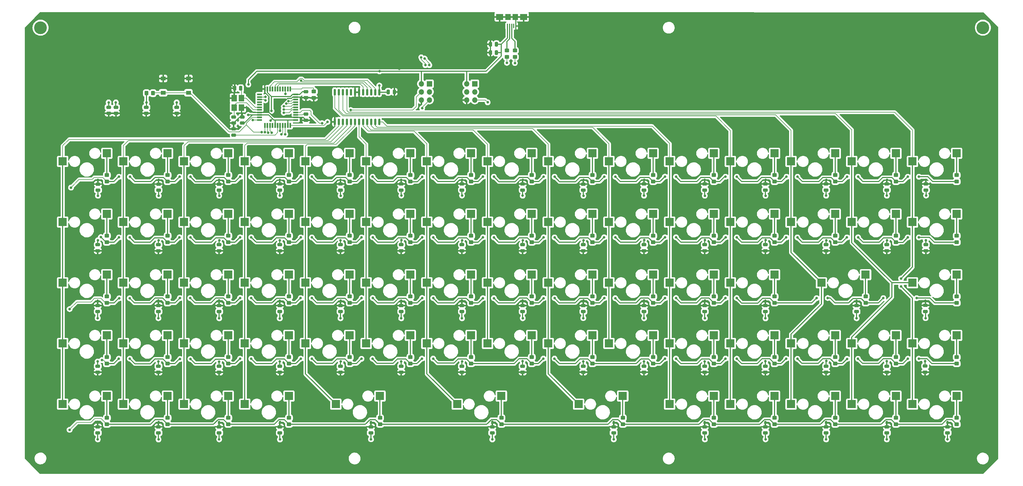
<source format=gbr>
G04 #@! TF.GenerationSoftware,KiCad,Pcbnew,7.0.1*
G04 #@! TF.CreationDate,2023-04-23T23:40:00+02:00*
G04 #@! TF.ProjectId,keyb_15x5,6b657962-5f31-4357-9835-2e6b69636164,rev?*
G04 #@! TF.SameCoordinates,Original*
G04 #@! TF.FileFunction,Copper,L2,Bot*
G04 #@! TF.FilePolarity,Positive*
%FSLAX46Y46*%
G04 Gerber Fmt 4.6, Leading zero omitted, Abs format (unit mm)*
G04 Created by KiCad (PCBNEW 7.0.1) date 2023-04-23 23:40:00*
%MOMM*%
%LPD*%
G01*
G04 APERTURE LIST*
G04 Aperture macros list*
%AMRoundRect*
0 Rectangle with rounded corners*
0 $1 Rounding radius*
0 $2 $3 $4 $5 $6 $7 $8 $9 X,Y pos of 4 corners*
0 Add a 4 corners polygon primitive as box body*
4,1,4,$2,$3,$4,$5,$6,$7,$8,$9,$2,$3,0*
0 Add four circle primitives for the rounded corners*
1,1,$1+$1,$2,$3*
1,1,$1+$1,$4,$5*
1,1,$1+$1,$6,$7*
1,1,$1+$1,$8,$9*
0 Add four rect primitives between the rounded corners*
20,1,$1+$1,$2,$3,$4,$5,0*
20,1,$1+$1,$4,$5,$6,$7,0*
20,1,$1+$1,$6,$7,$8,$9,0*
20,1,$1+$1,$8,$9,$2,$3,0*%
G04 Aperture macros list end*
G04 #@! TA.AperFunction,SMDPad,CuDef*
%ADD10R,0.400000X1.400000*%
G04 #@! TD*
G04 #@! TA.AperFunction,SMDPad,CuDef*
%ADD11R,2.300000X1.900000*%
G04 #@! TD*
G04 #@! TA.AperFunction,SMDPad,CuDef*
%ADD12R,1.800000X1.900000*%
G04 #@! TD*
G04 #@! TA.AperFunction,SMDPad,CuDef*
%ADD13R,2.550000X2.500000*%
G04 #@! TD*
G04 #@! TA.AperFunction,WasherPad*
%ADD14C,4.000000*%
G04 #@! TD*
G04 #@! TA.AperFunction,ComponentPad*
%ADD15R,1.700000X1.700000*%
G04 #@! TD*
G04 #@! TA.AperFunction,ComponentPad*
%ADD16O,1.700000X1.700000*%
G04 #@! TD*
G04 #@! TA.AperFunction,SMDPad,CuDef*
%ADD17RoundRect,0.250000X0.450000X-0.325000X0.450000X0.325000X-0.450000X0.325000X-0.450000X-0.325000X0*%
G04 #@! TD*
G04 #@! TA.AperFunction,SMDPad,CuDef*
%ADD18RoundRect,0.250000X-0.250000X-0.475000X0.250000X-0.475000X0.250000X0.475000X-0.250000X0.475000X0*%
G04 #@! TD*
G04 #@! TA.AperFunction,SMDPad,CuDef*
%ADD19RoundRect,0.250000X0.250000X0.475000X-0.250000X0.475000X-0.250000X-0.475000X0.250000X-0.475000X0*%
G04 #@! TD*
G04 #@! TA.AperFunction,SMDPad,CuDef*
%ADD20RoundRect,0.250000X-0.475000X0.250000X-0.475000X-0.250000X0.475000X-0.250000X0.475000X0.250000X0*%
G04 #@! TD*
G04 #@! TA.AperFunction,SMDPad,CuDef*
%ADD21RoundRect,0.250000X0.475000X-0.250000X0.475000X0.250000X-0.475000X0.250000X-0.475000X-0.250000X0*%
G04 #@! TD*
G04 #@! TA.AperFunction,SMDPad,CuDef*
%ADD22RoundRect,0.250000X0.325000X0.450000X-0.325000X0.450000X-0.325000X-0.450000X0.325000X-0.450000X0*%
G04 #@! TD*
G04 #@! TA.AperFunction,SMDPad,CuDef*
%ADD23R,1.550000X1.300000*%
G04 #@! TD*
G04 #@! TA.AperFunction,SMDPad,CuDef*
%ADD24R,1.800000X2.100000*%
G04 #@! TD*
G04 #@! TA.AperFunction,SMDPad,CuDef*
%ADD25R,0.550000X1.500000*%
G04 #@! TD*
G04 #@! TA.AperFunction,SMDPad,CuDef*
%ADD26R,1.500000X0.550000*%
G04 #@! TD*
G04 #@! TA.AperFunction,SMDPad,CuDef*
%ADD27RoundRect,0.150000X0.150000X-0.875000X0.150000X0.875000X-0.150000X0.875000X-0.150000X-0.875000X0*%
G04 #@! TD*
G04 #@! TA.AperFunction,ViaPad*
%ADD28C,0.800000*%
G04 #@! TD*
G04 #@! TA.AperFunction,Conductor*
%ADD29C,0.300000*%
G04 #@! TD*
G04 #@! TA.AperFunction,Conductor*
%ADD30C,0.200000*%
G04 #@! TD*
G04 #@! TA.AperFunction,Conductor*
%ADD31C,0.250000*%
G04 #@! TD*
G04 APERTURE END LIST*
D10*
X213490000Y-68210000D03*
X214140000Y-68210000D03*
X214790000Y-68210000D03*
X215440000Y-68210000D03*
X216090000Y-68210000D03*
D11*
X218540000Y-65360000D03*
D12*
X215940000Y-65360000D03*
D11*
X211040000Y-65360000D03*
D12*
X213640000Y-65360000D03*
D13*
X73880000Y-110734000D03*
X87730000Y-108194000D03*
D14*
X66920000Y-68750000D03*
X362670000Y-68750000D03*
D13*
X111980000Y-167884000D03*
X125830000Y-165344000D03*
X321530000Y-167884000D03*
X335380000Y-165344000D03*
X159605000Y-186934000D03*
X173455000Y-184394000D03*
X150080000Y-110734000D03*
X163930000Y-108194000D03*
X131030000Y-148834000D03*
X144880000Y-146294000D03*
X111980000Y-129784000D03*
X125830000Y-127244000D03*
X340580000Y-129784000D03*
X354430000Y-127244000D03*
X207230000Y-110734000D03*
X221080000Y-108194000D03*
X169130000Y-148834000D03*
X182980000Y-146294000D03*
X92930000Y-186934000D03*
X106780000Y-184394000D03*
X321530000Y-129784000D03*
X335380000Y-127244000D03*
X226280000Y-129784000D03*
X240130000Y-127244000D03*
X169130000Y-129784000D03*
X182980000Y-127244000D03*
X111980000Y-148834000D03*
X125830000Y-146294000D03*
X207230000Y-129784000D03*
X221080000Y-127244000D03*
X245330000Y-148834000D03*
X259180000Y-146294000D03*
X92930000Y-148834000D03*
X106780000Y-146294000D03*
X264380000Y-129784000D03*
X278230000Y-127244000D03*
X188180000Y-129784000D03*
X202030000Y-127244000D03*
X245330000Y-110734000D03*
X259180000Y-108194000D03*
X264380000Y-148834000D03*
X278230000Y-146294000D03*
X92930000Y-110734000D03*
X106780000Y-108194000D03*
X321530000Y-110734000D03*
X335380000Y-108194000D03*
X92930000Y-167884000D03*
X106780000Y-165344000D03*
X340580000Y-186934000D03*
X354430000Y-184394000D03*
X302480000Y-167884000D03*
X316330000Y-165344000D03*
X207230000Y-148834000D03*
X221080000Y-146294000D03*
X73880000Y-129784000D03*
X87730000Y-127244000D03*
X131030000Y-110734000D03*
X144880000Y-108194000D03*
X73880000Y-148834000D03*
X87730000Y-146294000D03*
X150080000Y-148834000D03*
X163930000Y-146294000D03*
X283430000Y-167884000D03*
X297280000Y-165344000D03*
X92930000Y-129784000D03*
X106780000Y-127244000D03*
X235805000Y-186934000D03*
X249655000Y-184394000D03*
X264380000Y-167884000D03*
X278230000Y-165344000D03*
X131030000Y-167884000D03*
X144880000Y-165344000D03*
X302480000Y-129784000D03*
X316330000Y-127244000D03*
X264380000Y-110734000D03*
X278230000Y-108194000D03*
X169130000Y-110734000D03*
X182980000Y-108194000D03*
X150080000Y-129784000D03*
X163930000Y-127244000D03*
X264380000Y-186934000D03*
X278230000Y-184394000D03*
X245330000Y-167884000D03*
X259180000Y-165344000D03*
X207230000Y-167884000D03*
X221080000Y-165344000D03*
X111980000Y-186934000D03*
X125830000Y-184394000D03*
X188180000Y-110734000D03*
X202030000Y-108194000D03*
X131030000Y-129784000D03*
X144880000Y-127244000D03*
X226280000Y-148834000D03*
X240130000Y-146294000D03*
X169130000Y-167884000D03*
X182980000Y-165344000D03*
X197705000Y-186934000D03*
X211555000Y-184394000D03*
X188180000Y-148834000D03*
X202030000Y-146294000D03*
X111980000Y-110734000D03*
X125830000Y-108194000D03*
X340580000Y-148834000D03*
X354430000Y-146294000D03*
X73880000Y-186934000D03*
X87730000Y-184394000D03*
X302480000Y-186934000D03*
X316330000Y-184394000D03*
X283430000Y-148834000D03*
X297280000Y-146294000D03*
X245330000Y-129784000D03*
X259180000Y-127244000D03*
X283430000Y-110734000D03*
X297280000Y-108194000D03*
X131030000Y-186934000D03*
X144880000Y-184394000D03*
X150080000Y-167884000D03*
X163930000Y-165344000D03*
X283430000Y-129784000D03*
X297280000Y-127244000D03*
X73880000Y-167884000D03*
X87730000Y-165344000D03*
X283430000Y-186934000D03*
X297280000Y-184394000D03*
D15*
X189000000Y-86360000D03*
D16*
X186460000Y-86360000D03*
X189000000Y-88900000D03*
X186460000Y-88900000D03*
X189000000Y-91440000D03*
X186460000Y-91440000D03*
D13*
X226280000Y-110734000D03*
X240130000Y-108194000D03*
X226280000Y-167884000D03*
X240130000Y-165344000D03*
X188180000Y-167884000D03*
X202030000Y-165344000D03*
X302480000Y-110734000D03*
X316330000Y-108194000D03*
X340580000Y-110734000D03*
X354430000Y-108194000D03*
X321530000Y-186934000D03*
X335380000Y-184394000D03*
X312005000Y-148834000D03*
X325855000Y-146294000D03*
X340580000Y-167884000D03*
X354430000Y-165344000D03*
D17*
X87760000Y-117084000D03*
X87760000Y-115034000D03*
D18*
X177950000Y-88900000D03*
X176050000Y-88900000D03*
D19*
X210000000Y-73950000D03*
X208100000Y-73950000D03*
D20*
X150250000Y-88850000D03*
X150250000Y-90750000D03*
D21*
X130200000Y-96800000D03*
X130200000Y-98700000D03*
D19*
X210000000Y-76550000D03*
X208100000Y-76550000D03*
X127860000Y-87760000D03*
X129760000Y-87760000D03*
D20*
X127550000Y-98700000D03*
X127550000Y-96800000D03*
D21*
X127550000Y-102450000D03*
X127550000Y-100550000D03*
D22*
X100175000Y-89300000D03*
X102225000Y-89300000D03*
D17*
X215800000Y-77970000D03*
X215800000Y-75920000D03*
X213300000Y-77970000D03*
X213300000Y-75920000D03*
X152700000Y-90825000D03*
X152700000Y-88775000D03*
D23*
X113350000Y-84700000D03*
X105400000Y-84700000D03*
X113350000Y-89200000D03*
X105400000Y-89200000D03*
D24*
X130020000Y-90910000D03*
X130020000Y-93810000D03*
X127720000Y-93810000D03*
X127720000Y-90910000D03*
D25*
X145330000Y-99430000D03*
X144530000Y-99430000D03*
X143730000Y-99430000D03*
X142930000Y-99430000D03*
X142130000Y-99430000D03*
X141330000Y-99430000D03*
X140530000Y-99430000D03*
X139730000Y-99430000D03*
X138930000Y-99430000D03*
X138130000Y-99430000D03*
X137330000Y-99430000D03*
D26*
X135630000Y-97730000D03*
X135630000Y-96930000D03*
X135630000Y-96130000D03*
X135630000Y-95330000D03*
X135630000Y-94530000D03*
X135630000Y-93730000D03*
X135630000Y-92930000D03*
X135630000Y-92130000D03*
X135630000Y-91330000D03*
X135630000Y-90530000D03*
X135630000Y-89730000D03*
D25*
X137330000Y-88030000D03*
X138130000Y-88030000D03*
X138930000Y-88030000D03*
X139730000Y-88030000D03*
X140530000Y-88030000D03*
X141330000Y-88030000D03*
X142130000Y-88030000D03*
X142930000Y-88030000D03*
X143730000Y-88030000D03*
X144530000Y-88030000D03*
X145330000Y-88030000D03*
D26*
X147030000Y-89730000D03*
X147030000Y-90530000D03*
X147030000Y-91330000D03*
X147030000Y-92130000D03*
X147030000Y-92930000D03*
X147030000Y-93730000D03*
X147030000Y-94530000D03*
X147030000Y-95330000D03*
X147030000Y-96130000D03*
X147030000Y-96930000D03*
X147030000Y-97730000D03*
D15*
X203200000Y-86360000D03*
D16*
X200660000Y-86360000D03*
X203200000Y-88900000D03*
X200660000Y-88900000D03*
X203200000Y-91440000D03*
X200660000Y-91440000D03*
D17*
X259210000Y-117084000D03*
X259210000Y-115034000D03*
X163960000Y-117084000D03*
X163960000Y-115034000D03*
D21*
X142030000Y-157860000D03*
X142030000Y-155960000D03*
D17*
X354460000Y-136134000D03*
X354460000Y-134084000D03*
D21*
X313480000Y-119725000D03*
X313480000Y-117825000D03*
X142040000Y-195950000D03*
X142040000Y-194050000D03*
D17*
X259210000Y-155184000D03*
X259210000Y-153134000D03*
D20*
X218220000Y-175000000D03*
X218220000Y-176900000D03*
D17*
X297310000Y-136134000D03*
X297310000Y-134084000D03*
D20*
X294420000Y-175000000D03*
X294420000Y-176900000D03*
D17*
X106810000Y-174234000D03*
X106810000Y-172184000D03*
D21*
X103950000Y-119750000D03*
X103950000Y-117850000D03*
D17*
X316360000Y-117084000D03*
X316360000Y-115034000D03*
X354460000Y-117084000D03*
X354460000Y-115034000D03*
D20*
X237290000Y-136890000D03*
X237290000Y-138790000D03*
X161070000Y-175000000D03*
X161070000Y-176900000D03*
X88300000Y-93750000D03*
X88300000Y-95650000D03*
D17*
X278260000Y-136134000D03*
X278260000Y-134084000D03*
D21*
X313490000Y-195950000D03*
X313490000Y-194050000D03*
X294440000Y-195950000D03*
X294440000Y-194050000D03*
D20*
X90600000Y-93750000D03*
X90600000Y-95650000D03*
X180140000Y-136890000D03*
X180140000Y-138790000D03*
X150250000Y-95900000D03*
X150250000Y-97800000D03*
D17*
X125860000Y-193284000D03*
X125860000Y-191234000D03*
D21*
X218230000Y-119725000D03*
X218230000Y-117825000D03*
X122980000Y-157860000D03*
X122980000Y-155960000D03*
D17*
X278260000Y-193284000D03*
X278260000Y-191234000D03*
X144910000Y-174234000D03*
X144910000Y-172184000D03*
D21*
X122990000Y-195950000D03*
X122990000Y-194050000D03*
D17*
X259210000Y-174234000D03*
X259210000Y-172184000D03*
D20*
X332520000Y-175000000D03*
X332520000Y-176900000D03*
D27*
X173220000Y-98300000D03*
X171950000Y-98300000D03*
X170680000Y-98300000D03*
X169410000Y-98300000D03*
X168140000Y-98300000D03*
X166870000Y-98300000D03*
X165600000Y-98300000D03*
X164330000Y-98300000D03*
X163060000Y-98300000D03*
X161790000Y-98300000D03*
X160520000Y-98300000D03*
X159250000Y-98300000D03*
X159250000Y-89000000D03*
X160520000Y-89000000D03*
X161790000Y-89000000D03*
X163060000Y-89000000D03*
X164330000Y-89000000D03*
X165600000Y-89000000D03*
X166870000Y-89000000D03*
X168140000Y-89000000D03*
X169410000Y-89000000D03*
X170680000Y-89000000D03*
X171950000Y-89000000D03*
X173220000Y-89000000D03*
D17*
X183010000Y-155184000D03*
X183010000Y-153134000D03*
D21*
X351590000Y-195950000D03*
X351590000Y-194050000D03*
X161080000Y-157860000D03*
X161080000Y-155960000D03*
X294430000Y-119725000D03*
X294430000Y-117825000D03*
D17*
X144910000Y-136134000D03*
X144910000Y-134084000D03*
D20*
X313470000Y-175000000D03*
X313470000Y-176900000D03*
X199190000Y-136890000D03*
X199190000Y-138790000D03*
X344560000Y-174980000D03*
X344560000Y-176880000D03*
D21*
X246815000Y-195950000D03*
X246815000Y-194050000D03*
D20*
X84890000Y-136890000D03*
X84890000Y-138790000D03*
D17*
X87760000Y-155184000D03*
X87760000Y-153134000D03*
D20*
X237270000Y-175000000D03*
X237270000Y-176900000D03*
D21*
X142030000Y-119725000D03*
X142030000Y-117825000D03*
D17*
X87760000Y-174234000D03*
X87760000Y-172184000D03*
D20*
X344770000Y-136890000D03*
X344770000Y-138790000D03*
D17*
X278260000Y-117084000D03*
X278260000Y-115034000D03*
X106810000Y-136134000D03*
X106810000Y-134084000D03*
X106810000Y-155184000D03*
X106810000Y-153134000D03*
D21*
X122980000Y-119750000D03*
X122980000Y-117850000D03*
X208715000Y-195950000D03*
X208715000Y-194050000D03*
D17*
X87760000Y-136134000D03*
X87760000Y-134084000D03*
X335410000Y-136134000D03*
X335410000Y-134084000D03*
D20*
X256340000Y-136890000D03*
X256340000Y-138790000D03*
D17*
X202060000Y-136134000D03*
X202060000Y-134084000D03*
X297310000Y-155184000D03*
X297310000Y-153134000D03*
X125860000Y-174234000D03*
X125860000Y-172184000D03*
X316360000Y-136134000D03*
X316360000Y-134084000D03*
D20*
X122970000Y-175000000D03*
X122970000Y-176900000D03*
X122990000Y-136890000D03*
X122990000Y-138790000D03*
D21*
X275380000Y-119725000D03*
X275380000Y-117825000D03*
X180130000Y-119725000D03*
X180130000Y-117825000D03*
X103930000Y-157860000D03*
X103930000Y-155960000D03*
X199180000Y-157860000D03*
X199180000Y-155960000D03*
D17*
X87760000Y-193284000D03*
X87760000Y-191234000D03*
X297310000Y-174234000D03*
X297310000Y-172184000D03*
X173485000Y-193284000D03*
X173485000Y-191234000D03*
D21*
X256330000Y-119725000D03*
X256330000Y-117825000D03*
D20*
X142040000Y-136890000D03*
X142040000Y-138790000D03*
D21*
X84880000Y-157860000D03*
X84880000Y-155960000D03*
D20*
X109650000Y-93750000D03*
X109650000Y-95650000D03*
X100100000Y-93750000D03*
X100100000Y-95650000D03*
D17*
X354460000Y-193284000D03*
X354460000Y-191234000D03*
X316360000Y-193284000D03*
X316360000Y-191234000D03*
D21*
X323005000Y-157860000D03*
X323005000Y-155960000D03*
X275390000Y-195950000D03*
X275390000Y-194050000D03*
D17*
X125860000Y-136134000D03*
X125860000Y-134084000D03*
X163960000Y-174234000D03*
X163960000Y-172184000D03*
X240160000Y-174234000D03*
X240160000Y-172184000D03*
X249685000Y-193284000D03*
X249685000Y-191234000D03*
D20*
X84870000Y-175000000D03*
X84870000Y-176900000D03*
D17*
X106810000Y-193284000D03*
X106810000Y-191234000D03*
X183010000Y-117084000D03*
X183010000Y-115034000D03*
X202060000Y-155184000D03*
X202060000Y-153134000D03*
D21*
X180130000Y-157860000D03*
X180130000Y-155960000D03*
D17*
X335410000Y-193284000D03*
X335410000Y-191234000D03*
D21*
X199180000Y-119725000D03*
X199180000Y-117825000D03*
D17*
X221110000Y-155184000D03*
X221110000Y-153134000D03*
D20*
X180120000Y-175000000D03*
X180120000Y-176900000D03*
D21*
X218230000Y-157860000D03*
X218230000Y-155960000D03*
D17*
X335410000Y-174234000D03*
X335410000Y-172184000D03*
X125860000Y-117084000D03*
X125860000Y-115034000D03*
X163960000Y-155184000D03*
X163960000Y-153134000D03*
X183010000Y-174234000D03*
X183010000Y-172184000D03*
D21*
X332530000Y-119725000D03*
X332530000Y-117825000D03*
D17*
X354460000Y-155184000D03*
X354460000Y-153134000D03*
X240160000Y-136134000D03*
X240160000Y-134084000D03*
D20*
X313490000Y-136890000D03*
X313490000Y-138790000D03*
D17*
X144910000Y-117084000D03*
X144910000Y-115034000D03*
D21*
X161080000Y-119725000D03*
X161080000Y-117825000D03*
D17*
X183010000Y-136134000D03*
X183010000Y-134084000D03*
X278260000Y-155184000D03*
X278260000Y-153134000D03*
X240160000Y-155184000D03*
X240160000Y-153134000D03*
D20*
X332540000Y-136890000D03*
X332540000Y-138790000D03*
X142020000Y-175000000D03*
X142020000Y-176900000D03*
D17*
X202060000Y-117084000D03*
X202060000Y-115034000D03*
X106810000Y-117084000D03*
X106810000Y-115034000D03*
X297310000Y-193284000D03*
X297310000Y-191234000D03*
D20*
X103940000Y-136890000D03*
X103940000Y-138790000D03*
X218240000Y-136890000D03*
X218240000Y-138790000D03*
X256320000Y-175000000D03*
X256320000Y-176900000D03*
D21*
X170615000Y-195950000D03*
X170615000Y-194050000D03*
D20*
X294440000Y-136890000D03*
X294440000Y-138790000D03*
D21*
X84890000Y-195950000D03*
X84890000Y-194050000D03*
X344780000Y-119730000D03*
X344780000Y-117830000D03*
D17*
X144910000Y-155184000D03*
X144910000Y-153134000D03*
D20*
X275390000Y-136890000D03*
X275390000Y-138790000D03*
D17*
X354460000Y-174234000D03*
X354460000Y-172184000D03*
X316360000Y-174234000D03*
X316360000Y-172184000D03*
D21*
X344650000Y-157840000D03*
X344650000Y-155940000D03*
D17*
X211585000Y-193284000D03*
X211585000Y-191234000D03*
X335410000Y-117084000D03*
X335410000Y-115034000D03*
X240160000Y-117084000D03*
X240160000Y-115034000D03*
X144910000Y-193284000D03*
X144910000Y-191234000D03*
D21*
X256330000Y-157860000D03*
X256330000Y-155960000D03*
D17*
X297310000Y-117084000D03*
X297310000Y-115034000D03*
D21*
X237280000Y-119750000D03*
X237280000Y-117850000D03*
D20*
X161090000Y-136890000D03*
X161090000Y-138790000D03*
D21*
X332540000Y-195950000D03*
X332540000Y-194050000D03*
D17*
X259210000Y-136134000D03*
X259210000Y-134084000D03*
D21*
X84950000Y-119750000D03*
X84950000Y-117850000D03*
D20*
X199170000Y-175000000D03*
X199170000Y-176900000D03*
D21*
X294430000Y-157860000D03*
X294430000Y-155960000D03*
X275380000Y-157860000D03*
X275380000Y-155960000D03*
D17*
X221110000Y-174234000D03*
X221110000Y-172184000D03*
D21*
X103940000Y-195950000D03*
X103940000Y-194050000D03*
D17*
X125860000Y-155184000D03*
X125860000Y-153134000D03*
D20*
X103920000Y-175000000D03*
X103920000Y-176900000D03*
D17*
X202060000Y-174234000D03*
X202060000Y-172184000D03*
D21*
X237280000Y-157860000D03*
X237280000Y-155960000D03*
D17*
X221110000Y-136134000D03*
X221110000Y-134084000D03*
X325885000Y-155184000D03*
X325885000Y-153134000D03*
X221110000Y-117084000D03*
X221110000Y-115034000D03*
D20*
X275370000Y-175000000D03*
X275370000Y-176900000D03*
D17*
X278260000Y-174234000D03*
X278260000Y-172184000D03*
X163960000Y-136134000D03*
X163960000Y-134084000D03*
D28*
X72370000Y-137560000D03*
X77210000Y-137560000D03*
X81120000Y-141470000D03*
X71890000Y-175240000D03*
X72240000Y-164850000D03*
X72270000Y-158920000D03*
X76920000Y-176590000D03*
X77740000Y-126220000D03*
X72630000Y-126200000D03*
X77740000Y-120890000D03*
X87120000Y-89180000D03*
X77550000Y-164850000D03*
X96480000Y-89150000D03*
X72630000Y-120910000D03*
X77520000Y-158950000D03*
X155500000Y-101500000D03*
X179500000Y-98000000D03*
X213500000Y-98000000D03*
X213500000Y-102500000D03*
X218000000Y-92000000D03*
X230000000Y-92000000D03*
X218000000Y-102500000D03*
X230000000Y-102500000D03*
X234500000Y-102500000D03*
X248500000Y-92000000D03*
X234500000Y-92000000D03*
X248500000Y-102500000D03*
X252500000Y-102500000D03*
X252500000Y-92000000D03*
X267000000Y-99500000D03*
X271000000Y-99500000D03*
X267000000Y-92000000D03*
X271000000Y-92000000D03*
X288500000Y-92000000D03*
X288500000Y-99500000D03*
X293500000Y-99500000D03*
X293500000Y-92000000D03*
X308000000Y-92000000D03*
X308000000Y-99500000D03*
X310000000Y-99500000D03*
X325000000Y-99500000D03*
X329500000Y-99500000D03*
X329500000Y-93000000D03*
X207240000Y-92180000D03*
X136330000Y-101570000D03*
X139450000Y-101740000D03*
X138390000Y-101750000D03*
X137330000Y-101560000D03*
X155280000Y-98730500D03*
X164290000Y-94600500D03*
X186690000Y-94010000D03*
X156980000Y-98350000D03*
X187690000Y-80500000D03*
X186400000Y-78070000D03*
X188950000Y-80510000D03*
X187470000Y-78440000D03*
X76050000Y-195000000D03*
X86200000Y-173100000D03*
X76050000Y-157100000D03*
X85850000Y-134500000D03*
X76500000Y-118950000D03*
X137500000Y-91550000D03*
X137500000Y-90500000D03*
X143250000Y-95450000D03*
X143250000Y-94450000D03*
X143250000Y-93400000D03*
X144050000Y-92600000D03*
X144750000Y-91800000D03*
X143730000Y-102190000D03*
X213300000Y-79800000D03*
X215800000Y-79850000D03*
X142500000Y-102250000D03*
X143750000Y-89500000D03*
X148700000Y-85400000D03*
X159250000Y-96250000D03*
X178050000Y-86900000D03*
X179500000Y-81650000D03*
X173300000Y-82450000D03*
X173250000Y-86900000D03*
X132150000Y-86600000D03*
X142100000Y-96250000D03*
X142100000Y-101100000D03*
X139400000Y-94900000D03*
X139150000Y-97950000D03*
X132100000Y-96150000D03*
X125350000Y-98700000D03*
X133550000Y-97700000D03*
X218250000Y-140500000D03*
X237320000Y-154420000D03*
X180130000Y-154450000D03*
X275400000Y-178990000D03*
X122990000Y-140440000D03*
X218250000Y-116500000D03*
X256350000Y-116500000D03*
X180100000Y-140500000D03*
X344650000Y-154500000D03*
X313500000Y-140500000D03*
X161070000Y-178880000D03*
X122980000Y-116520000D03*
X218230000Y-154390000D03*
X109650000Y-97200000D03*
X142060000Y-192560000D03*
X294470000Y-179020000D03*
X170640000Y-192540000D03*
X256330000Y-179020000D03*
X199150000Y-140500000D03*
X351590000Y-192580000D03*
X161120000Y-154450000D03*
X84880000Y-192490000D03*
X237300000Y-116500000D03*
X180130000Y-116520000D03*
X199190000Y-154420000D03*
X84870000Y-154440000D03*
X332550000Y-116550000D03*
X275380000Y-192560000D03*
X100200000Y-97250000D03*
X103950000Y-140500000D03*
X294440000Y-154440000D03*
X161080000Y-116520000D03*
X323005000Y-154505000D03*
X344560000Y-178990000D03*
X275350000Y-140500000D03*
X84950000Y-116500000D03*
X199200000Y-116500000D03*
X332570000Y-178990000D03*
X90600000Y-97250000D03*
X103930000Y-154410000D03*
X142030000Y-116520000D03*
X88300000Y-97250000D03*
X142030000Y-178920000D03*
X313490000Y-192570000D03*
X275350000Y-116500000D03*
X294430000Y-192560000D03*
X275400000Y-154400000D03*
X103950000Y-116500000D03*
X103930000Y-178970000D03*
X256350000Y-140500000D03*
X237260000Y-179020000D03*
X294500000Y-140450000D03*
X84850000Y-178890000D03*
X103950000Y-192540000D03*
X246830000Y-192540000D03*
X313500000Y-116550000D03*
X142050000Y-140500000D03*
X208740000Y-192520000D03*
X344850000Y-140550000D03*
X332530000Y-192540000D03*
X199180000Y-178950000D03*
X256340000Y-154390000D03*
X218260000Y-178990000D03*
X122980000Y-178940000D03*
X122990000Y-154410000D03*
X180110000Y-178850000D03*
X344780000Y-116520000D03*
X332500000Y-140500000D03*
X122990000Y-192570000D03*
X237300000Y-140500000D03*
X84900000Y-140500000D03*
X294450000Y-116500000D03*
X142030000Y-154450000D03*
X161050000Y-140500000D03*
X313480000Y-178990000D03*
X161090000Y-135460000D03*
X313500000Y-135500000D03*
X109650000Y-92200000D03*
X161100000Y-121500000D03*
X103950000Y-198020000D03*
X84900000Y-135500000D03*
X84850000Y-173550000D03*
X88300000Y-92200000D03*
X104000000Y-121500000D03*
X323040000Y-159980000D03*
X90550000Y-92200000D03*
X332530000Y-198000000D03*
X142060000Y-198020000D03*
X142000000Y-160020000D03*
X100200000Y-92200000D03*
X294450000Y-135450000D03*
X351590000Y-197990000D03*
X246830000Y-198000000D03*
X161060000Y-159990000D03*
X84890000Y-198000000D03*
X180110000Y-173520000D03*
X344550000Y-173460000D03*
X332530000Y-173450000D03*
X142030000Y-173520000D03*
X103930000Y-173530000D03*
X275410000Y-198000000D03*
X161110000Y-173520000D03*
X218220000Y-173450000D03*
X122990000Y-197990000D03*
X199200000Y-135500000D03*
X170640000Y-197950000D03*
X103910000Y-159970000D03*
X208720000Y-198020000D03*
X256330000Y-173480000D03*
X180150000Y-135450000D03*
X275400000Y-121500000D03*
X313480000Y-121480000D03*
X218230000Y-121480000D03*
X294440000Y-160010000D03*
X313510000Y-173380000D03*
X256350000Y-135450000D03*
X237260000Y-159930000D03*
X344770000Y-135520000D03*
X237300000Y-121500000D03*
X122970000Y-173560000D03*
X142040000Y-135510000D03*
X180150000Y-121450000D03*
X344850000Y-121450000D03*
X218260000Y-159960000D03*
X123000000Y-121500000D03*
X332530000Y-121480000D03*
X275370000Y-173480000D03*
X275430000Y-159970000D03*
X84870000Y-159930000D03*
X142030000Y-121480000D03*
X256330000Y-121480000D03*
X218250000Y-135500000D03*
X84950000Y-121500000D03*
X332550000Y-135500000D03*
X199220000Y-173480000D03*
X313480000Y-198000000D03*
X344680000Y-159950000D03*
X199190000Y-159990000D03*
X275400000Y-135450000D03*
X123000000Y-135500000D03*
X294460000Y-197970000D03*
X294450000Y-121500000D03*
X256340000Y-159960000D03*
X199200000Y-121450000D03*
X237300000Y-135500000D03*
X103950000Y-135500000D03*
X122990000Y-159990000D03*
X180130000Y-159990000D03*
X237270000Y-173510000D03*
X294440000Y-173450000D03*
X190150000Y-115600000D03*
X243850000Y-115550000D03*
X133000000Y-115550000D03*
X266350000Y-115550000D03*
X113950000Y-115550000D03*
X148650000Y-115550000D03*
X228250000Y-115550000D03*
X285450000Y-115550000D03*
X342600000Y-115550000D03*
X91550000Y-115550000D03*
X152100000Y-115550000D03*
X205750000Y-115550000D03*
X224800000Y-115550000D03*
X110600000Y-115550000D03*
X95000000Y-115550000D03*
X129600000Y-115550000D03*
X301050000Y-115550000D03*
X281900000Y-115550000D03*
X320050000Y-115550000D03*
X339100000Y-115550000D03*
X247350000Y-115550000D03*
X167700000Y-115500000D03*
X186700000Y-115600000D03*
X262900000Y-115500000D03*
X304500000Y-115550000D03*
X209200000Y-115550000D03*
X323500000Y-115550000D03*
X171150000Y-115550000D03*
X133050000Y-134550000D03*
X323500000Y-134550000D03*
X205800000Y-134550000D03*
X304450000Y-134600000D03*
X148600000Y-134600000D03*
X152100000Y-134600000D03*
X224850000Y-134550000D03*
X110550000Y-134550000D03*
X281950000Y-134550000D03*
X113950000Y-134550000D03*
X94900000Y-134600000D03*
X266350000Y-134550000D03*
X342600000Y-134600000D03*
X167700000Y-134600000D03*
X91550000Y-134600000D03*
X243800000Y-134550000D03*
X129550000Y-134550000D03*
X300950000Y-134600000D03*
X320000000Y-134600000D03*
X171200000Y-134550000D03*
X228250000Y-134600000D03*
X190150000Y-134550000D03*
X209200000Y-134600000D03*
X247350000Y-134550000D03*
X262900000Y-134550000D03*
X339100000Y-134600000D03*
X285450000Y-134600000D03*
X186700000Y-134550000D03*
X171190000Y-153610000D03*
X129560000Y-153580000D03*
X152080000Y-153640000D03*
X190160000Y-153640000D03*
X186670000Y-153610000D03*
X281890000Y-153630000D03*
X133020000Y-153640000D03*
X94900000Y-153700000D03*
X228260000Y-153640000D03*
X113900000Y-153650000D03*
X266370000Y-153620000D03*
X167690000Y-153610000D03*
X331430000Y-153660000D03*
X262880000Y-153650000D03*
X341880000Y-153660000D03*
X313980000Y-153630000D03*
X243850000Y-153640000D03*
X310490000Y-153660000D03*
X91600000Y-153700000D03*
X285410000Y-153630000D03*
X110650000Y-153650000D03*
X209200000Y-153670000D03*
X247310000Y-153670000D03*
X224770000Y-153670000D03*
X148560000Y-153640000D03*
X205760000Y-153670000D03*
X129530000Y-172670000D03*
X320020000Y-172730000D03*
X323480000Y-172700000D03*
X152070000Y-172640000D03*
X110700000Y-172750000D03*
X339150000Y-172660000D03*
X133060000Y-172710000D03*
X266370000Y-172640000D03*
X300930000Y-172660000D03*
X113950000Y-172750000D03*
X342540000Y-172660000D03*
X91500000Y-172650000D03*
X262870000Y-172670000D03*
X167650000Y-172710000D03*
X186620000Y-172640000D03*
X148580000Y-172670000D03*
X304460000Y-172700000D03*
X94950000Y-172650000D03*
X171110000Y-172670000D03*
X190150000Y-172640000D03*
X228230000Y-172640000D03*
X281910000Y-172640000D03*
X285440000Y-172670000D03*
X224740000Y-172640000D03*
X337000000Y-147500000D03*
X337000000Y-150000000D03*
D29*
X208600000Y-65360000D02*
X211040000Y-65360000D01*
X208100000Y-73950000D02*
X208100000Y-65860000D01*
X208100000Y-65860000D02*
X208600000Y-65360000D01*
D30*
X213640000Y-65360000D02*
X211040000Y-65360000D01*
X215940000Y-65360000D02*
X213640000Y-65360000D01*
X218540000Y-65360000D02*
X215940000Y-65360000D01*
D29*
X216090000Y-65510000D02*
X215940000Y-65360000D01*
X216090000Y-68210000D02*
X216090000Y-65510000D01*
X216090000Y-69260000D02*
X216090000Y-68210000D01*
X216290000Y-69460000D02*
X216090000Y-69260000D01*
X218525000Y-69460000D02*
X216290000Y-69460000D01*
X214790000Y-69500000D02*
X214790000Y-68210000D01*
X214800000Y-69510000D02*
X214790000Y-69500000D01*
X214140000Y-69500000D02*
X214140000Y-68210000D01*
X214150000Y-69510000D02*
X214140000Y-69500000D01*
X213490000Y-69500000D02*
X213490000Y-68210000D01*
X213500000Y-69510000D02*
X213490000Y-69500000D01*
X72370000Y-137560000D02*
X68260000Y-137560000D01*
D30*
X68260000Y-137560000D02*
X68260000Y-154910000D01*
X68260000Y-128760000D02*
X68260000Y-137560000D01*
D29*
X81120000Y-141470000D02*
X77210000Y-137560000D01*
D30*
X79220000Y-178890000D02*
X84850000Y-178890000D01*
X76920000Y-176590000D02*
X79220000Y-178890000D01*
X70970000Y-164850000D02*
X68260000Y-167560000D01*
X72240000Y-164850000D02*
X70970000Y-164850000D01*
X68260000Y-167560000D02*
X68260000Y-171610000D01*
X77520000Y-164820000D02*
X77550000Y-164850000D01*
X77520000Y-158950000D02*
X77520000Y-164820000D01*
X68260000Y-154910000D02*
X72270000Y-158920000D01*
X70820000Y-126200000D02*
X68260000Y-128760000D01*
X72630000Y-126200000D02*
X70820000Y-126200000D01*
X77740000Y-120890000D02*
X77740000Y-126220000D01*
X68330000Y-116610000D02*
X72630000Y-120910000D01*
X68330000Y-98880000D02*
X68330000Y-116610000D01*
X68260000Y-171610000D02*
X71890000Y-175240000D01*
X69800000Y-97410000D02*
X68330000Y-98880000D01*
X78030000Y-89180000D02*
X69800000Y-97410000D01*
X78500000Y-89180000D02*
X78030000Y-89180000D01*
X105400000Y-86450000D02*
X99180000Y-86450000D01*
X87120000Y-89180000D02*
X78500000Y-89180000D01*
X105400000Y-84700000D02*
X105400000Y-86450000D01*
X99180000Y-86450000D02*
X96480000Y-89150000D01*
D29*
X159000000Y-100000000D02*
X159250000Y-99750000D01*
X155500000Y-101500000D02*
X157000000Y-100000000D01*
X213500000Y-98000000D02*
X179500000Y-98000000D01*
X157000000Y-100000000D02*
X159000000Y-100000000D01*
X218000000Y-102500000D02*
X213500000Y-102500000D01*
X230000000Y-92000000D02*
X218000000Y-92000000D01*
X234500000Y-102500000D02*
X230000000Y-102500000D01*
X159250000Y-99750000D02*
X159250000Y-98300000D01*
X248500000Y-92000000D02*
X234500000Y-92000000D01*
X252500000Y-102500000D02*
X248500000Y-102500000D01*
X267000000Y-92000000D02*
X252500000Y-92000000D01*
X271000000Y-99500000D02*
X267000000Y-99500000D01*
X288500000Y-92000000D02*
X271000000Y-92000000D01*
X293500000Y-99500000D02*
X288500000Y-99500000D01*
X308000000Y-92000000D02*
X293500000Y-92000000D01*
X310000000Y-99500000D02*
X308000000Y-99500000D01*
X315500000Y-79000000D02*
X329500000Y-93000000D01*
X228065000Y-79000000D02*
X315500000Y-79000000D01*
X329500000Y-99500000D02*
X325000000Y-99500000D01*
X218525000Y-69460000D02*
X228065000Y-79000000D01*
D30*
X139450000Y-101680000D02*
X139450000Y-101750500D01*
X138930000Y-101160000D02*
X139450000Y-101680000D01*
X138130000Y-101490000D02*
X138390000Y-101750000D01*
X138130000Y-99430000D02*
X138130000Y-101490000D01*
X206500000Y-91440000D02*
X203200000Y-91440000D01*
X207240000Y-92180000D02*
X206500000Y-91440000D01*
X132680000Y-100480000D02*
X133770000Y-101570000D01*
X131500000Y-99300000D02*
X132680000Y-100480000D01*
X133770000Y-101570000D02*
X136330000Y-101570000D01*
X138930000Y-101160000D02*
X138930000Y-99430000D01*
X137330000Y-101560000D02*
X137330000Y-99430000D01*
X149150000Y-94660000D02*
X148480000Y-95330000D01*
X151390000Y-94660000D02*
X149150000Y-94660000D01*
X148480000Y-95330000D02*
X147030000Y-95330000D01*
X151820000Y-96110000D02*
X151820000Y-95090000D01*
X154440500Y-98730500D02*
X151820000Y-96110000D01*
X155280000Y-98730500D02*
X154440500Y-98730500D01*
X183719500Y-94600500D02*
X164290000Y-94600500D01*
X184840000Y-93480000D02*
X183719500Y-94600500D01*
X184840000Y-90520000D02*
X184840000Y-93480000D01*
X186460000Y-88900000D02*
X184840000Y-90520000D01*
X151820000Y-95090000D02*
X151390000Y-94660000D01*
X186690000Y-93750000D02*
X189000000Y-91440000D01*
X186690000Y-94010000D02*
X186690000Y-93750000D01*
X155900000Y-99430000D02*
X156980000Y-98350000D01*
X145330000Y-99430000D02*
X155900000Y-99430000D01*
X187690000Y-80010000D02*
X186400000Y-78720000D01*
X187690000Y-80500000D02*
X187690000Y-80010000D01*
X186400000Y-78720000D02*
X186400000Y-78070000D01*
X187470000Y-78440000D02*
X188950000Y-79920000D01*
X188950000Y-79920000D02*
X188950000Y-80510000D01*
D29*
X200660000Y-82480000D02*
X200630000Y-82450000D01*
X200660000Y-86360000D02*
X200660000Y-82480000D01*
X200630000Y-82450000D02*
X186450000Y-82450000D01*
X206800000Y-82450000D02*
X200630000Y-82450000D01*
X186460000Y-82460000D02*
X186450000Y-82450000D01*
X186460000Y-86360000D02*
X186460000Y-82460000D01*
X186450000Y-82450000D02*
X173300000Y-82450000D01*
D30*
X85976000Y-191500000D02*
X87760000Y-193284000D01*
X83900000Y-191500000D02*
X85976000Y-191500000D01*
X82750000Y-192650000D02*
X83900000Y-191500000D01*
X78400000Y-192650000D02*
X82750000Y-192650000D01*
X76050000Y-195000000D02*
X78400000Y-192650000D01*
X86626000Y-173100000D02*
X87760000Y-174234000D01*
X86200000Y-173100000D02*
X86626000Y-173100000D01*
X87284000Y-155184000D02*
X87760000Y-155184000D01*
X85840000Y-153740000D02*
X87284000Y-155184000D01*
X83860000Y-153740000D02*
X85840000Y-153740000D01*
X82750000Y-154850000D02*
X83860000Y-153740000D01*
X78300000Y-154850000D02*
X82750000Y-154850000D01*
X76050000Y-157100000D02*
X78300000Y-154850000D01*
D29*
X87760000Y-136134000D02*
X87484000Y-136134000D01*
X87484000Y-136134000D02*
X85850000Y-134500000D01*
D30*
X83750000Y-115800000D02*
X86476000Y-115800000D01*
X83150000Y-116400000D02*
X83750000Y-115800000D01*
X79050000Y-116400000D02*
X83150000Y-116400000D01*
X76500000Y-118950000D02*
X79050000Y-116400000D01*
X86476000Y-115800000D02*
X87760000Y-117084000D01*
D29*
X105316000Y-191790000D02*
X106810000Y-193284000D01*
X102910000Y-191790000D02*
X105316000Y-191790000D01*
X101416000Y-193284000D02*
X102910000Y-191790000D01*
X87760000Y-193284000D02*
X101416000Y-193284000D01*
D30*
X137280000Y-91330000D02*
X137500000Y-91550000D01*
X135630000Y-91330000D02*
X137280000Y-91330000D01*
X137470000Y-90530000D02*
X137500000Y-90500000D01*
X135630000Y-90530000D02*
X137470000Y-90530000D01*
X144925686Y-95450000D02*
X143250000Y-95450000D01*
X145845686Y-94530000D02*
X144925686Y-95450000D01*
X147030000Y-94530000D02*
X145845686Y-94530000D01*
X145360000Y-94450000D02*
X143250000Y-94450000D01*
X146080000Y-93730000D02*
X145360000Y-94450000D01*
X147030000Y-93730000D02*
X146080000Y-93730000D01*
X145610000Y-93400000D02*
X143250000Y-93400000D01*
X146080000Y-92930000D02*
X145610000Y-93400000D01*
X147030000Y-92930000D02*
X146080000Y-92930000D01*
X145610000Y-92600000D02*
X144050000Y-92600000D01*
X146080000Y-92130000D02*
X145610000Y-92600000D01*
X147030000Y-92130000D02*
X146080000Y-92130000D01*
X145610000Y-91800000D02*
X144750000Y-91800000D01*
X146080000Y-91330000D02*
X145610000Y-91800000D01*
X147030000Y-91330000D02*
X146080000Y-91330000D01*
D29*
X150000000Y-193284000D02*
X168835339Y-193284000D01*
X144910000Y-193284000D02*
X150000000Y-193284000D01*
X149380000Y-96930000D02*
X150250000Y-97800000D01*
X147030000Y-96930000D02*
X149380000Y-96930000D01*
D30*
X149350000Y-95900000D02*
X150250000Y-95900000D01*
X149120000Y-96130000D02*
X149350000Y-95900000D01*
X147030000Y-96130000D02*
X149120000Y-96130000D01*
D29*
X152625000Y-90750000D02*
X152700000Y-90825000D01*
X150250000Y-90750000D02*
X152625000Y-90750000D01*
X148600000Y-90750000D02*
X150250000Y-90750000D01*
X148380000Y-90530000D02*
X148600000Y-90750000D01*
X147030000Y-90530000D02*
X148380000Y-90530000D01*
X149150000Y-88850000D02*
X150250000Y-88850000D01*
X148270000Y-89730000D02*
X149150000Y-88850000D01*
X147030000Y-89730000D02*
X148270000Y-89730000D01*
D30*
X149150000Y-87700000D02*
X152500000Y-87700000D01*
X152500000Y-87700000D02*
X152700000Y-87900000D01*
X148820000Y-88030000D02*
X149150000Y-87700000D01*
X152700000Y-87900000D02*
X152700000Y-88775000D01*
X145330000Y-88030000D02*
X148820000Y-88030000D01*
D29*
X124800000Y-84700000D02*
X113350000Y-84700000D01*
X127860000Y-87760000D02*
X124800000Y-84700000D01*
D30*
X102325000Y-89200000D02*
X105400000Y-89200000D01*
X102225000Y-89300000D02*
X102325000Y-89200000D01*
D29*
X100200000Y-89325000D02*
X100175000Y-89300000D01*
X100200000Y-92200000D02*
X100200000Y-89325000D01*
D30*
X105400000Y-84700000D02*
X113350000Y-84700000D01*
X113350000Y-89200000D02*
X105400000Y-89200000D01*
X113800000Y-89200000D02*
X113350000Y-89200000D01*
X126100000Y-101500000D02*
X113800000Y-89200000D01*
X131500000Y-99300000D02*
X129300000Y-101500000D01*
X129300000Y-101500000D02*
X126100000Y-101500000D01*
X135630000Y-96930000D02*
X133330050Y-96930000D01*
X133330050Y-96930000D02*
X131500000Y-98760050D01*
X131500000Y-98760050D02*
X131500000Y-99300000D01*
D31*
X126150000Y-100550000D02*
X127550000Y-100550000D01*
X125350000Y-99750000D02*
X126150000Y-100550000D01*
X125350000Y-98700000D02*
X125350000Y-99750000D01*
D30*
X141330000Y-101670000D02*
X141330000Y-99430000D01*
X140550000Y-102450000D02*
X141330000Y-101670000D01*
X127550000Y-102450000D02*
X140550000Y-102450000D01*
D29*
X208100000Y-76550000D02*
X208100000Y-73950000D01*
X208100000Y-78550000D02*
X208100000Y-76550000D01*
X179500000Y-81650000D02*
X205000000Y-81650000D01*
X205000000Y-81650000D02*
X208100000Y-78550000D01*
X211550000Y-77700000D02*
X206800000Y-82450000D01*
X211550000Y-76600000D02*
X211550000Y-77700000D01*
X210050000Y-76600000D02*
X210000000Y-76550000D01*
X211550000Y-76600000D02*
X210050000Y-76600000D01*
X211550000Y-73950000D02*
X211550000Y-76600000D01*
X213500000Y-72000000D02*
X211550000Y-73950000D01*
X211550000Y-73950000D02*
X210000000Y-73950000D01*
X213500000Y-69510000D02*
X213500000Y-72000000D01*
D30*
X150080000Y-105970000D02*
X150080000Y-110734000D01*
X150650000Y-105400000D02*
X150080000Y-105970000D01*
X159700000Y-105400000D02*
X150650000Y-105400000D01*
X165600000Y-98300000D02*
X165600000Y-99500000D01*
X165600000Y-99500000D02*
X159700000Y-105400000D01*
X131030000Y-105720000D02*
X131030000Y-110734000D01*
X131750000Y-105000000D02*
X131030000Y-105720000D01*
X164330000Y-99570000D02*
X158900000Y-105000000D01*
X158900000Y-105000000D02*
X131750000Y-105000000D01*
X164330000Y-98300000D02*
X164330000Y-99570000D01*
X113200000Y-104600000D02*
X111980000Y-105820000D01*
X158000000Y-104600000D02*
X113200000Y-104600000D01*
X163060000Y-99540000D02*
X158000000Y-104600000D01*
X163060000Y-98300000D02*
X163060000Y-99540000D01*
X111980000Y-105820000D02*
X111980000Y-110734000D01*
X92930000Y-105770000D02*
X92930000Y-110734000D01*
X94500000Y-104200000D02*
X92930000Y-105770000D01*
X161790000Y-99560000D02*
X157150000Y-104200000D01*
X157150000Y-104200000D02*
X94500000Y-104200000D01*
X161790000Y-98300000D02*
X161790000Y-99560000D01*
X73880000Y-105820000D02*
X73880000Y-110734000D01*
X75900000Y-103800000D02*
X73880000Y-105820000D01*
X156300000Y-103800000D02*
X75900000Y-103800000D01*
X160520000Y-99580000D02*
X156300000Y-103800000D01*
X160520000Y-98300000D02*
X160520000Y-99580000D01*
X166870000Y-103020000D02*
X169130000Y-105280000D01*
X169130000Y-105280000D02*
X169130000Y-110734000D01*
X166870000Y-98300000D02*
X166870000Y-103020000D01*
X188180000Y-105320000D02*
X188180000Y-110734000D01*
X188200000Y-105300000D02*
X188180000Y-105320000D01*
X184150000Y-101250000D02*
X188200000Y-105300000D01*
X169750000Y-101250000D02*
X184150000Y-101250000D01*
X168140000Y-99640000D02*
X169750000Y-101250000D01*
X168140000Y-98300000D02*
X168140000Y-99640000D01*
X207230000Y-105380000D02*
X207230000Y-110734000D01*
X202700000Y-100850000D02*
X207230000Y-105380000D01*
X170650000Y-100850000D02*
X202700000Y-100850000D01*
X169410000Y-99610000D02*
X170650000Y-100850000D01*
X169410000Y-98300000D02*
X169410000Y-99610000D01*
X258900000Y-99650000D02*
X264380000Y-105130000D01*
X175600000Y-99650000D02*
X258900000Y-99650000D01*
X174250000Y-98300000D02*
X175600000Y-99650000D01*
X173220000Y-98300000D02*
X174250000Y-98300000D01*
X264380000Y-105130000D02*
X264380000Y-110734000D01*
X226280000Y-105280000D02*
X226280000Y-110734000D01*
X221450000Y-100450000D02*
X226280000Y-105280000D01*
X171600000Y-100450000D02*
X221450000Y-100450000D01*
X170680000Y-99530000D02*
X171600000Y-100450000D01*
X170680000Y-98300000D02*
X170680000Y-99530000D01*
X245330000Y-105180000D02*
X245330000Y-110734000D01*
X172550000Y-100050000D02*
X240200000Y-100050000D01*
X240200000Y-100050000D02*
X245330000Y-105180000D01*
X171950000Y-99450000D02*
X172550000Y-100050000D01*
X171950000Y-98300000D02*
X171950000Y-99450000D01*
X163600000Y-95300000D02*
X335000000Y-95300000D01*
X163050000Y-94750000D02*
X163600000Y-95300000D01*
X163050000Y-94270000D02*
X163050000Y-94750000D01*
X163060000Y-94260000D02*
X163050000Y-94270000D01*
X163060000Y-89000000D02*
X163060000Y-94260000D01*
X335000000Y-95300000D02*
X340580000Y-100880000D01*
X340580000Y-100880000D02*
X340580000Y-110734000D01*
X321530000Y-100920000D02*
X321530000Y-110734000D01*
X321600000Y-100850000D02*
X321530000Y-100920000D01*
X316450000Y-95700000D02*
X321600000Y-100850000D01*
X162850000Y-95700000D02*
X316450000Y-95700000D01*
X161790000Y-94640000D02*
X162850000Y-95700000D01*
X161790000Y-89000000D02*
X161790000Y-94640000D01*
X297650000Y-96100000D02*
X302480000Y-100930000D01*
X161965686Y-96100000D02*
X297650000Y-96100000D01*
X160520000Y-94654314D02*
X161965686Y-96100000D01*
X302480000Y-100930000D02*
X302480000Y-110734000D01*
X160520000Y-89000000D02*
X160520000Y-94654314D01*
X161800000Y-96500000D02*
X278900000Y-96500000D01*
X283430000Y-101030000D02*
X283430000Y-110734000D01*
X159250000Y-93950000D02*
X161800000Y-96500000D01*
X278900000Y-96500000D02*
X283430000Y-101030000D01*
X159250000Y-89000000D02*
X159250000Y-93950000D01*
D29*
X130875000Y-86975000D02*
X130875000Y-83575000D01*
X131930000Y-88030000D02*
X130875000Y-86975000D01*
X137330000Y-88030000D02*
X131930000Y-88030000D01*
X132800000Y-81650000D02*
X130875000Y-83575000D01*
X130875000Y-83575000D02*
X127860000Y-86590000D01*
X127860000Y-86590000D02*
X127860000Y-87760000D01*
X179500000Y-81650000D02*
X132800000Y-81650000D01*
D30*
X143730000Y-99430000D02*
X143730000Y-101880000D01*
X213300000Y-77970000D02*
X213300000Y-79800000D01*
X215800000Y-79850000D02*
X215800000Y-77970000D01*
X142930000Y-101820000D02*
X142500000Y-102250000D01*
X142930000Y-99430000D02*
X142930000Y-101820000D01*
X171950000Y-87800000D02*
X171950000Y-89000000D01*
X148989950Y-84700000D02*
X149589950Y-85300000D01*
X148410050Y-84700000D02*
X148989950Y-84700000D01*
X140350000Y-85700000D02*
X147410050Y-85700000D01*
X149589950Y-85300000D02*
X169450000Y-85300000D01*
X138930000Y-87120000D02*
X140350000Y-85700000D01*
X138930000Y-88030000D02*
X138930000Y-87120000D01*
X169450000Y-85300000D02*
X171950000Y-87800000D01*
X147410050Y-85700000D02*
X148410050Y-84700000D01*
X143750000Y-89500000D02*
X143750000Y-88050000D01*
X143750000Y-88050000D02*
X143730000Y-88030000D01*
X149000000Y-85700000D02*
X148700000Y-85400000D01*
X168600000Y-85700000D02*
X149000000Y-85700000D01*
X170680000Y-87780000D02*
X168600000Y-85700000D01*
X170680000Y-89000000D02*
X170680000Y-87780000D01*
X140530000Y-86920000D02*
X140530000Y-88030000D01*
X141350000Y-86100000D02*
X140530000Y-86920000D01*
X168050000Y-86100000D02*
X141350000Y-86100000D01*
X169410000Y-87460000D02*
X168050000Y-86100000D01*
X169410000Y-89000000D02*
X169410000Y-87460000D01*
X167350000Y-86500000D02*
X168140000Y-87290000D01*
X141950000Y-86500000D02*
X167350000Y-86500000D01*
X168140000Y-87290000D02*
X168140000Y-89000000D01*
X141330000Y-87120000D02*
X141950000Y-86500000D01*
X141330000Y-88030000D02*
X141330000Y-87120000D01*
D29*
X166870000Y-90270000D02*
X166870000Y-89000000D01*
X167300000Y-90700000D02*
X166870000Y-90270000D01*
X177200000Y-90700000D02*
X167300000Y-90700000D01*
X177950000Y-89950000D02*
X177200000Y-90700000D01*
X177950000Y-88900000D02*
X177950000Y-89950000D01*
X165600000Y-89000000D02*
X166870000Y-89000000D01*
X159250000Y-98300000D02*
X159250000Y-96250000D01*
X178050000Y-88800000D02*
X177950000Y-88900000D01*
X178050000Y-86900000D02*
X178050000Y-88800000D01*
X175950000Y-89000000D02*
X176050000Y-88900000D01*
X173220000Y-89000000D02*
X175950000Y-89000000D01*
X173220000Y-86930000D02*
X173250000Y-86900000D01*
X173220000Y-89000000D02*
X173220000Y-86930000D01*
X173300000Y-82450000D02*
X134800000Y-82450000D01*
X132150000Y-85100000D02*
X132150000Y-86600000D01*
X134800000Y-82450000D02*
X132150000Y-85100000D01*
X146105000Y-90530000D02*
X147030000Y-90530000D01*
X144450000Y-90950000D02*
X145685000Y-90950000D01*
X145685000Y-90950000D02*
X146105000Y-90530000D01*
X142100000Y-93300000D02*
X144450000Y-90950000D01*
X142100000Y-96250000D02*
X142100000Y-93300000D01*
X145980000Y-89730000D02*
X145360000Y-90350000D01*
X147030000Y-89730000D02*
X145980000Y-89730000D01*
X145360000Y-90350000D02*
X139400000Y-90350000D01*
X142100000Y-96930000D02*
X147030000Y-96930000D01*
X140230000Y-96930000D02*
X142100000Y-96930000D01*
X142100000Y-96250000D02*
X142100000Y-96930000D01*
X142130000Y-101070000D02*
X142100000Y-101100000D01*
X142130000Y-99430000D02*
X142130000Y-101070000D01*
X139750000Y-97350000D02*
X138530000Y-96130000D01*
X140130000Y-97730000D02*
X139750000Y-97350000D01*
X139150000Y-97950000D02*
X139750000Y-97350000D01*
X139400000Y-90350000D02*
X139400000Y-94900000D01*
X138130000Y-89080000D02*
X139400000Y-90350000D01*
X138130000Y-88030000D02*
X138130000Y-89080000D01*
X138630000Y-90380000D02*
X138630000Y-95330000D01*
X137330000Y-89080000D02*
X138630000Y-90380000D01*
X137330000Y-88030000D02*
X137330000Y-89080000D01*
X144530000Y-97760000D02*
X144500000Y-97730000D01*
X144500000Y-97730000D02*
X140550000Y-97730000D01*
X147030000Y-97730000D02*
X144500000Y-97730000D01*
X144530000Y-99430000D02*
X144530000Y-97760000D01*
X140530000Y-97750000D02*
X140550000Y-97730000D01*
X140530000Y-99430000D02*
X140530000Y-97750000D01*
X140550000Y-97730000D02*
X140130000Y-97730000D01*
X138630000Y-95330000D02*
X140230000Y-96930000D01*
X135630000Y-95330000D02*
X138630000Y-95330000D01*
X138530000Y-96130000D02*
X135630000Y-96130000D01*
X133450000Y-96150000D02*
X133470000Y-96130000D01*
X132100000Y-96150000D02*
X133450000Y-96150000D01*
D31*
X125350000Y-98700000D02*
X127550000Y-98700000D01*
D30*
X133580000Y-97730000D02*
X135630000Y-97730000D01*
X133550000Y-97700000D02*
X133580000Y-97730000D01*
D29*
X130900000Y-98700000D02*
X133470000Y-96130000D01*
X130200000Y-98700000D02*
X130900000Y-98700000D01*
X133470000Y-96130000D02*
X135630000Y-96130000D01*
X130200000Y-96800000D02*
X129450000Y-96800000D01*
X129450000Y-96800000D02*
X127550000Y-98700000D01*
D30*
X127720000Y-96630000D02*
X127550000Y-96800000D01*
X127720000Y-93810000D02*
X127720000Y-96630000D01*
D29*
X127720000Y-87900000D02*
X127720000Y-90910000D01*
X127860000Y-87760000D02*
X127720000Y-87900000D01*
D30*
X130020000Y-88020000D02*
X130020000Y-90910000D01*
X129760000Y-87760000D02*
X130020000Y-88020000D01*
X131460000Y-90910000D02*
X130020000Y-90910000D01*
X134280000Y-93730000D02*
X131460000Y-90910000D01*
X135630000Y-93730000D02*
X134280000Y-93730000D01*
X133730000Y-94530000D02*
X135630000Y-94530000D01*
X131550000Y-92350000D02*
X133730000Y-94530000D01*
X128500000Y-92350000D02*
X131550000Y-92350000D01*
X127720000Y-93810000D02*
X127720000Y-93130000D01*
X127720000Y-93130000D02*
X128500000Y-92350000D01*
D29*
X132060000Y-93810000D02*
X130020000Y-93810000D01*
X133580000Y-95330000D02*
X132060000Y-93810000D01*
X135630000Y-95330000D02*
X133580000Y-95330000D01*
X130020000Y-96620000D02*
X130200000Y-96800000D01*
X130020000Y-93810000D02*
X130020000Y-96620000D01*
X256330000Y-116520000D02*
X256350000Y-116500000D01*
X294430000Y-116520000D02*
X294450000Y-116500000D01*
X332530000Y-116570000D02*
X332550000Y-116550000D01*
X256330000Y-117825000D02*
X256330000Y-116520000D01*
X294440000Y-192570000D02*
X294430000Y-192560000D01*
X294500000Y-138850000D02*
X294440000Y-138790000D01*
D31*
X180120000Y-176900000D02*
X180110000Y-176910000D01*
D29*
X103940000Y-194050000D02*
X103940000Y-192550000D01*
X237280000Y-116520000D02*
X237300000Y-116500000D01*
X199170000Y-176900000D02*
X199170000Y-178940000D01*
X142040000Y-194050000D02*
X142040000Y-192580000D01*
D31*
X142020000Y-178910000D02*
X142030000Y-178920000D01*
X275370000Y-178960000D02*
X275400000Y-178990000D01*
D29*
X332540000Y-192550000D02*
X332530000Y-192540000D01*
X199150000Y-140500000D02*
X199150000Y-138830000D01*
X256330000Y-155960000D02*
X256330000Y-154400000D01*
X161050000Y-140500000D02*
X161050000Y-138830000D01*
X142040000Y-140490000D02*
X142050000Y-140500000D01*
X84880000Y-155960000D02*
X84880000Y-154450000D01*
X103950000Y-138800000D02*
X103940000Y-138790000D01*
X344650000Y-155940000D02*
X344650000Y-154500000D01*
D31*
X199170000Y-178940000D02*
X199180000Y-178950000D01*
D29*
X84880000Y-154450000D02*
X84870000Y-154440000D01*
X275380000Y-155960000D02*
X275380000Y-154420000D01*
X275370000Y-176900000D02*
X275370000Y-178960000D01*
X161080000Y-154490000D02*
X161120000Y-154450000D01*
X313480000Y-117825000D02*
X313480000Y-116570000D01*
D31*
X294420000Y-178970000D02*
X294470000Y-179020000D01*
D29*
X294440000Y-194050000D02*
X294440000Y-192570000D01*
X122980000Y-117850000D02*
X122980000Y-116520000D01*
X237300000Y-138800000D02*
X237290000Y-138790000D01*
X122980000Y-155960000D02*
X122980000Y-154420000D01*
D31*
X122970000Y-178930000D02*
X122980000Y-178940000D01*
D29*
X122990000Y-138790000D02*
X122990000Y-140440000D01*
X180100000Y-138830000D02*
X180140000Y-138790000D01*
X208715000Y-192545000D02*
X208740000Y-192520000D01*
X332520000Y-176900000D02*
X332520000Y-178940000D01*
X313470000Y-176900000D02*
X313470000Y-178980000D01*
X142030000Y-155960000D02*
X142030000Y-154450000D01*
X103940000Y-192550000D02*
X103950000Y-192540000D01*
X84890000Y-192500000D02*
X84880000Y-192490000D01*
X84900000Y-138800000D02*
X84890000Y-138790000D01*
X332530000Y-117825000D02*
X332530000Y-116570000D01*
X313490000Y-194050000D02*
X313490000Y-192570000D01*
X237270000Y-176900000D02*
X237270000Y-179010000D01*
X161050000Y-138830000D02*
X161090000Y-138790000D01*
D31*
X256320000Y-179010000D02*
X256330000Y-179020000D01*
D29*
X218230000Y-155960000D02*
X218230000Y-154390000D01*
X275380000Y-117825000D02*
X275380000Y-116530000D01*
X84890000Y-194050000D02*
X84890000Y-192500000D01*
X161080000Y-155960000D02*
X161080000Y-154490000D01*
X294430000Y-154450000D02*
X294440000Y-154440000D01*
X122980000Y-154420000D02*
X122990000Y-154410000D01*
X84850000Y-176920000D02*
X84870000Y-176900000D01*
X199150000Y-138830000D02*
X199190000Y-138790000D01*
X103920000Y-176900000D02*
X103920000Y-178960000D01*
X344850000Y-140550000D02*
X344850000Y-138870000D01*
D31*
X237270000Y-179010000D02*
X237260000Y-179020000D01*
D29*
X199180000Y-116520000D02*
X199200000Y-116500000D01*
X142030000Y-117825000D02*
X142030000Y-116520000D01*
X122970000Y-176900000D02*
X122970000Y-178930000D01*
X237280000Y-154460000D02*
X237320000Y-154420000D01*
X218220000Y-176900000D02*
X218220000Y-178950000D01*
X122990000Y-194050000D02*
X122990000Y-192570000D01*
D31*
X332520000Y-178940000D02*
X332570000Y-178990000D01*
D29*
X344780000Y-117830000D02*
X344780000Y-116520000D01*
X275390000Y-194050000D02*
X275390000Y-192570000D01*
X237280000Y-155960000D02*
X237280000Y-154460000D01*
X275380000Y-154420000D02*
X275400000Y-154400000D01*
X313500000Y-138800000D02*
X313490000Y-138790000D01*
X142020000Y-176900000D02*
X142020000Y-178910000D01*
X199180000Y-154430000D02*
X199190000Y-154420000D01*
X170615000Y-194050000D02*
X170615000Y-192565000D01*
X142040000Y-138790000D02*
X142040000Y-140490000D01*
X84850000Y-178890000D02*
X84850000Y-176920000D01*
D31*
X88300000Y-97250000D02*
X88300000Y-95650000D01*
D29*
X351590000Y-194050000D02*
X351590000Y-192580000D01*
X100100000Y-97150000D02*
X100200000Y-97250000D01*
X294500000Y-140450000D02*
X294500000Y-138850000D01*
X275350000Y-138830000D02*
X275390000Y-138790000D01*
X142040000Y-192580000D02*
X142060000Y-192560000D01*
X275350000Y-140500000D02*
X275350000Y-138830000D01*
X218230000Y-117825000D02*
X218230000Y-116520000D01*
X90600000Y-95650000D02*
X90600000Y-97250000D01*
D31*
X103920000Y-178960000D02*
X103930000Y-178970000D01*
D29*
X237300000Y-140500000D02*
X237300000Y-138800000D01*
X109650000Y-95650000D02*
X109650000Y-97200000D01*
X344850000Y-138870000D02*
X344770000Y-138790000D01*
X313480000Y-116570000D02*
X313500000Y-116550000D01*
X84950000Y-117850000D02*
X84950000Y-116500000D01*
X103930000Y-155960000D02*
X103930000Y-154410000D01*
X332500000Y-138830000D02*
X332540000Y-138790000D01*
X275380000Y-116530000D02*
X275350000Y-116500000D01*
D31*
X218220000Y-178950000D02*
X218260000Y-178990000D01*
D29*
X256320000Y-176900000D02*
X256320000Y-179010000D01*
X294430000Y-155960000D02*
X294430000Y-154450000D01*
X313500000Y-140500000D02*
X313500000Y-138800000D01*
X237280000Y-117850000D02*
X237280000Y-116520000D01*
X294420000Y-176900000D02*
X294420000Y-178970000D01*
X275390000Y-192570000D02*
X275380000Y-192560000D01*
X218250000Y-140500000D02*
X218250000Y-138800000D01*
D31*
X313470000Y-178980000D02*
X313480000Y-178990000D01*
D29*
X256350000Y-138800000D02*
X256340000Y-138790000D01*
X344560000Y-176880000D02*
X344560000Y-178990000D01*
X100100000Y-95650000D02*
X100100000Y-97150000D01*
X180130000Y-155960000D02*
X180130000Y-154450000D01*
X199180000Y-117825000D02*
X199180000Y-116520000D01*
X161070000Y-176900000D02*
X161070000Y-178880000D01*
X180100000Y-140500000D02*
X180100000Y-138830000D01*
X180110000Y-176910000D02*
X180110000Y-178850000D01*
X332540000Y-194050000D02*
X332540000Y-192550000D01*
X103950000Y-117850000D02*
X103950000Y-116500000D01*
X199180000Y-155960000D02*
X199180000Y-154430000D01*
X103950000Y-140500000D02*
X103950000Y-138800000D01*
X294430000Y-117825000D02*
X294430000Y-116520000D01*
X246815000Y-194050000D02*
X246815000Y-192555000D01*
X218230000Y-116520000D02*
X218250000Y-116500000D01*
X332500000Y-140500000D02*
X332500000Y-138830000D01*
X180130000Y-117825000D02*
X180130000Y-116520000D01*
X256350000Y-140500000D02*
X256350000Y-138800000D01*
X246815000Y-192555000D02*
X246830000Y-192540000D01*
X323005000Y-155960000D02*
X323005000Y-154505000D01*
X208715000Y-194050000D02*
X208715000Y-192545000D01*
X161080000Y-117825000D02*
X161080000Y-116520000D01*
X256330000Y-154400000D02*
X256340000Y-154390000D01*
X84900000Y-140500000D02*
X84900000Y-138800000D01*
X170615000Y-192565000D02*
X170640000Y-192540000D01*
X218250000Y-138800000D02*
X218240000Y-138790000D01*
X109650000Y-92200000D02*
X109650000Y-93750000D01*
X344560000Y-174980000D02*
X344560000Y-173470000D01*
X103940000Y-136890000D02*
X103940000Y-135510000D01*
X208715000Y-195950000D02*
X208715000Y-198015000D01*
X218230000Y-159930000D02*
X218260000Y-159960000D01*
X275390000Y-136890000D02*
X275390000Y-135460000D01*
X180130000Y-121430000D02*
X180150000Y-121450000D01*
X332540000Y-135510000D02*
X332550000Y-135500000D01*
X294430000Y-160000000D02*
X294440000Y-160010000D01*
X122990000Y-195950000D02*
X122990000Y-197990000D01*
D31*
X103920000Y-173540000D02*
X103930000Y-173530000D01*
D29*
X122990000Y-157870000D02*
X122980000Y-157860000D01*
X256340000Y-135460000D02*
X256350000Y-135450000D01*
X199180000Y-159980000D02*
X199190000Y-159990000D01*
X275390000Y-135460000D02*
X275400000Y-135450000D01*
X180130000Y-119725000D02*
X180130000Y-121430000D01*
D31*
X294420000Y-173470000D02*
X294440000Y-173450000D01*
D29*
X313490000Y-197990000D02*
X313480000Y-198000000D01*
X180130000Y-157860000D02*
X180130000Y-159990000D01*
X170615000Y-195950000D02*
X170615000Y-197925000D01*
X344850000Y-121450000D02*
X344850000Y-119800000D01*
X256330000Y-157860000D02*
X256330000Y-159950000D01*
X161080000Y-121480000D02*
X161100000Y-121500000D01*
X237280000Y-159910000D02*
X237260000Y-159930000D01*
D31*
X199170000Y-173530000D02*
X199220000Y-173480000D01*
D29*
X161060000Y-157880000D02*
X161080000Y-157860000D01*
X122970000Y-175000000D02*
X122970000Y-173560000D01*
X246815000Y-195950000D02*
X246815000Y-197985000D01*
X323040000Y-159980000D02*
X323040000Y-157895000D01*
X199190000Y-135510000D02*
X199200000Y-135500000D01*
X142040000Y-195950000D02*
X142040000Y-198000000D01*
X237290000Y-136890000D02*
X237290000Y-135510000D01*
X170615000Y-197925000D02*
X170640000Y-197950000D01*
X351590000Y-195950000D02*
X351590000Y-197990000D01*
D31*
X256320000Y-173490000D02*
X256330000Y-173480000D01*
D29*
X294440000Y-197950000D02*
X294460000Y-197970000D01*
X313490000Y-136890000D02*
X313490000Y-135510000D01*
X180140000Y-136890000D02*
X180140000Y-135460000D01*
D31*
X332520000Y-173460000D02*
X332530000Y-173450000D01*
D29*
X294440000Y-136890000D02*
X294440000Y-135460000D01*
X84890000Y-195950000D02*
X84890000Y-198000000D01*
X332530000Y-119725000D02*
X332530000Y-121480000D01*
X103940000Y-135510000D02*
X103950000Y-135500000D01*
X103910000Y-157880000D02*
X103930000Y-157860000D01*
X103950000Y-121450000D02*
X104000000Y-121500000D01*
X256330000Y-119725000D02*
X256330000Y-121480000D01*
X84870000Y-159930000D02*
X84870000Y-157870000D01*
X256320000Y-175000000D02*
X256320000Y-173490000D01*
X122980000Y-119750000D02*
X122980000Y-121480000D01*
X122990000Y-159990000D02*
X122990000Y-157870000D01*
X122990000Y-135510000D02*
X123000000Y-135500000D01*
X294430000Y-157860000D02*
X294430000Y-160000000D01*
X344680000Y-157870000D02*
X344650000Y-157840000D01*
X199180000Y-121430000D02*
X199200000Y-121450000D01*
X84890000Y-136890000D02*
X84890000Y-135510000D01*
X237280000Y-119750000D02*
X237280000Y-121480000D01*
X344560000Y-173470000D02*
X344550000Y-173460000D01*
X100200000Y-92200000D02*
X100200000Y-93650000D01*
X142000000Y-157890000D02*
X142030000Y-157860000D01*
X294430000Y-121480000D02*
X294450000Y-121500000D01*
X161060000Y-159990000D02*
X161060000Y-157880000D01*
X90550000Y-93700000D02*
X90600000Y-93750000D01*
X275380000Y-159920000D02*
X275430000Y-159970000D01*
X237270000Y-175000000D02*
X237270000Y-173510000D01*
X218230000Y-119725000D02*
X218230000Y-121480000D01*
X199170000Y-175000000D02*
X199170000Y-173530000D01*
X180140000Y-135460000D02*
X180150000Y-135450000D01*
X199190000Y-136890000D02*
X199190000Y-135510000D01*
X103920000Y-175000000D02*
X103920000Y-173540000D01*
X275380000Y-119725000D02*
X275380000Y-121480000D01*
X90550000Y-92200000D02*
X90550000Y-93700000D01*
X294440000Y-135460000D02*
X294450000Y-135450000D01*
X84870000Y-157870000D02*
X84880000Y-157860000D01*
X332520000Y-175000000D02*
X332520000Y-173460000D01*
X88300000Y-93750000D02*
X88300000Y-92200000D01*
X313470000Y-175000000D02*
X313470000Y-173420000D01*
X332540000Y-197990000D02*
X332530000Y-198000000D01*
X142040000Y-136890000D02*
X142040000Y-135510000D01*
X122980000Y-121480000D02*
X123000000Y-121500000D01*
X103910000Y-159970000D02*
X103910000Y-157880000D01*
X103940000Y-198010000D02*
X103950000Y-198020000D01*
D31*
X180120000Y-173530000D02*
X180110000Y-173520000D01*
D29*
X246815000Y-197985000D02*
X246830000Y-198000000D01*
X84890000Y-135510000D02*
X84900000Y-135500000D01*
X180120000Y-175000000D02*
X180120000Y-173530000D01*
D31*
X313470000Y-173420000D02*
X313510000Y-173380000D01*
D29*
X142020000Y-175000000D02*
X142020000Y-173530000D01*
X237280000Y-157860000D02*
X237280000Y-159910000D01*
D31*
X142020000Y-173530000D02*
X142030000Y-173520000D01*
D29*
X199180000Y-157860000D02*
X199180000Y-159980000D01*
X344680000Y-159950000D02*
X344680000Y-157870000D01*
X256330000Y-159950000D02*
X256340000Y-159960000D01*
X84950000Y-119750000D02*
X84950000Y-121500000D01*
X161070000Y-175000000D02*
X161070000Y-173560000D01*
X344850000Y-119800000D02*
X344780000Y-119730000D01*
X218220000Y-175000000D02*
X218220000Y-173450000D01*
X161080000Y-119725000D02*
X161080000Y-121480000D01*
X294430000Y-119725000D02*
X294430000Y-121480000D01*
X275390000Y-197980000D02*
X275410000Y-198000000D01*
X237290000Y-135510000D02*
X237300000Y-135500000D01*
X142000000Y-160020000D02*
X142000000Y-157890000D01*
X313490000Y-195950000D02*
X313490000Y-197990000D01*
X275390000Y-195950000D02*
X275390000Y-197980000D01*
X332540000Y-136890000D02*
X332540000Y-135510000D01*
X256340000Y-136890000D02*
X256340000Y-135460000D01*
X84870000Y-175000000D02*
X84870000Y-173570000D01*
X294440000Y-195950000D02*
X294440000Y-197950000D01*
X142030000Y-119725000D02*
X142030000Y-121480000D01*
X313480000Y-119725000D02*
X313480000Y-121480000D01*
X218240000Y-135510000D02*
X218250000Y-135500000D01*
X344770000Y-136890000D02*
X344770000Y-135520000D01*
X294420000Y-175000000D02*
X294420000Y-173470000D01*
D31*
X161070000Y-173560000D02*
X161110000Y-173520000D01*
D29*
X100200000Y-93650000D02*
X100100000Y-93750000D01*
X313490000Y-135510000D02*
X313500000Y-135500000D01*
X103950000Y-119750000D02*
X103950000Y-121450000D01*
X275380000Y-121480000D02*
X275400000Y-121500000D01*
D31*
X84870000Y-173570000D02*
X84850000Y-173550000D01*
D29*
X275380000Y-157860000D02*
X275380000Y-159920000D01*
X237280000Y-121480000D02*
X237300000Y-121500000D01*
X332540000Y-195950000D02*
X332540000Y-197990000D01*
X323040000Y-157895000D02*
X323005000Y-157860000D01*
X161090000Y-136890000D02*
X161090000Y-135460000D01*
X199180000Y-119725000D02*
X199180000Y-121430000D01*
X103940000Y-195950000D02*
X103940000Y-198010000D01*
X208715000Y-198015000D02*
X208720000Y-198020000D01*
X218230000Y-157860000D02*
X218230000Y-159930000D01*
X122990000Y-136890000D02*
X122990000Y-135510000D01*
X142040000Y-198000000D02*
X142060000Y-198020000D01*
X218240000Y-136890000D02*
X218240000Y-135510000D01*
X275370000Y-175000000D02*
X275370000Y-173480000D01*
X87730000Y-108194000D02*
X87730000Y-115004000D01*
X87730000Y-115004000D02*
X87760000Y-115034000D01*
X106780000Y-115004000D02*
X106810000Y-115034000D01*
X106780000Y-108194000D02*
X106780000Y-115004000D01*
X125830000Y-115004000D02*
X125860000Y-115034000D01*
X125830000Y-108194000D02*
X125830000Y-115004000D01*
X144880000Y-108194000D02*
X144880000Y-115004000D01*
X144880000Y-115004000D02*
X144910000Y-115034000D01*
X163930000Y-115004000D02*
X163960000Y-115034000D01*
X163930000Y-108194000D02*
X163930000Y-115004000D01*
X255150000Y-115750000D02*
X257876000Y-115750000D01*
X125860000Y-117084000D02*
X128066000Y-117084000D01*
X274200000Y-115750000D02*
X276926000Y-115750000D01*
X285450000Y-115550000D02*
X286950000Y-117050000D01*
X280116000Y-117084000D02*
X281650000Y-115550000D01*
X87760000Y-117084000D02*
X89916000Y-117084000D01*
X304500000Y-115550000D02*
X306000000Y-117050000D01*
X221110000Y-117084000D02*
X223266000Y-117084000D01*
X183026000Y-117100000D02*
X185200000Y-117100000D01*
X247350000Y-115550000D02*
X248850000Y-117050000D01*
X204216000Y-117084000D02*
X205750000Y-115550000D01*
X166116000Y-117084000D02*
X167700000Y-115500000D01*
X106810000Y-117084000D02*
X109066000Y-117084000D01*
X306000000Y-117050000D02*
X311150000Y-117050000D01*
X291950000Y-117050000D02*
X293250000Y-115750000D01*
X209200000Y-115550000D02*
X210750000Y-117100000D01*
X144910000Y-117084000D02*
X147116000Y-117084000D01*
X281650000Y-115550000D02*
X281900000Y-115550000D01*
X217150000Y-115750000D02*
X219776000Y-115750000D01*
X91450000Y-115550000D02*
X91550000Y-115550000D01*
X200726000Y-115750000D02*
X202060000Y-117084000D01*
X152100000Y-115550000D02*
X153600000Y-117050000D01*
X315076000Y-115800000D02*
X316360000Y-117084000D01*
X238826000Y-115750000D02*
X240160000Y-117084000D01*
X181696000Y-115770000D02*
X183010000Y-117084000D01*
X158550000Y-117050000D02*
X159830000Y-115770000D01*
X215800000Y-117100000D02*
X217150000Y-115750000D01*
X229800000Y-117100000D02*
X234800000Y-117100000D01*
X331250000Y-115800000D02*
X334126000Y-115800000D01*
X196750000Y-117050000D02*
X198050000Y-115750000D01*
X102850000Y-115750000D02*
X105476000Y-115750000D01*
X223266000Y-117084000D02*
X224800000Y-115550000D01*
X323500000Y-115550000D02*
X325000000Y-117050000D01*
X115500000Y-117100000D02*
X120500000Y-117100000D01*
X334126000Y-115800000D02*
X335410000Y-117084000D01*
X286950000Y-117050000D02*
X291950000Y-117050000D01*
X210750000Y-117100000D02*
X215800000Y-117100000D01*
X293250000Y-115750000D02*
X295976000Y-115750000D01*
X261316000Y-117084000D02*
X262900000Y-115500000D01*
X95000000Y-115550000D02*
X96500000Y-117050000D01*
X248850000Y-117050000D02*
X253850000Y-117050000D01*
X163960000Y-117084000D02*
X166116000Y-117084000D01*
X101550000Y-117050000D02*
X102850000Y-115750000D01*
X318516000Y-117084000D02*
X320050000Y-115550000D01*
X171150000Y-115550000D02*
X172650000Y-117050000D01*
X335410000Y-117084000D02*
X337566000Y-117084000D01*
X89916000Y-117084000D02*
X91450000Y-115550000D01*
X253850000Y-117050000D02*
X255150000Y-115750000D01*
X278260000Y-117084000D02*
X280116000Y-117084000D01*
X183010000Y-117084000D02*
X183026000Y-117100000D01*
X172650000Y-117050000D02*
X177650000Y-117050000D01*
X162646000Y-115770000D02*
X163960000Y-117084000D01*
X312400000Y-115800000D02*
X315076000Y-115800000D01*
X345400000Y-115550000D02*
X346934000Y-117084000D01*
X316360000Y-117084000D02*
X318516000Y-117084000D01*
X299516000Y-117084000D02*
X301050000Y-115550000D01*
X342600000Y-115550000D02*
X345400000Y-115550000D01*
X266350000Y-115550000D02*
X267850000Y-117050000D01*
X133000000Y-115550000D02*
X134550000Y-117100000D01*
X140880000Y-115770000D02*
X143596000Y-115770000D01*
X128066000Y-117084000D02*
X129600000Y-115550000D01*
X124546000Y-115770000D02*
X125860000Y-117084000D01*
X236150000Y-115750000D02*
X238826000Y-115750000D01*
X134550000Y-117100000D02*
X139550000Y-117100000D01*
X153600000Y-117050000D02*
X158550000Y-117050000D01*
X139550000Y-117100000D02*
X140880000Y-115770000D01*
X109066000Y-117084000D02*
X110600000Y-115550000D01*
X272900000Y-117050000D02*
X274200000Y-115750000D01*
X219776000Y-115750000D02*
X221110000Y-117084000D01*
X190150000Y-115600000D02*
X191600000Y-117050000D01*
X267850000Y-117050000D02*
X272900000Y-117050000D01*
X337566000Y-117084000D02*
X339100000Y-115550000D01*
X178930000Y-115770000D02*
X181696000Y-115770000D01*
X234800000Y-117100000D02*
X236150000Y-115750000D01*
X177650000Y-117050000D02*
X178930000Y-115770000D01*
X259210000Y-117084000D02*
X261316000Y-117084000D01*
X257876000Y-115750000D02*
X259210000Y-117084000D01*
X330000000Y-117050000D02*
X331250000Y-115800000D01*
X120500000Y-117100000D02*
X121830000Y-115770000D01*
X228250000Y-115550000D02*
X229800000Y-117100000D01*
X295976000Y-115750000D02*
X297310000Y-117084000D01*
X147116000Y-117084000D02*
X148650000Y-115550000D01*
X240160000Y-117084000D02*
X242316000Y-117084000D01*
X113950000Y-115550000D02*
X115500000Y-117100000D01*
X276926000Y-115750000D02*
X278260000Y-117084000D01*
X121830000Y-115770000D02*
X124546000Y-115770000D01*
X198050000Y-115750000D02*
X200726000Y-115750000D01*
X191600000Y-117050000D02*
X196750000Y-117050000D01*
X143596000Y-115770000D02*
X144910000Y-117084000D01*
X346934000Y-117084000D02*
X354460000Y-117084000D01*
X242316000Y-117084000D02*
X243850000Y-115550000D01*
X96500000Y-117050000D02*
X101550000Y-117050000D01*
X159830000Y-115770000D02*
X162646000Y-115770000D01*
X202060000Y-117084000D02*
X204216000Y-117084000D01*
X105476000Y-115750000D02*
X106810000Y-117084000D01*
X311150000Y-117050000D02*
X312400000Y-115800000D01*
X297310000Y-117084000D02*
X299516000Y-117084000D01*
X325000000Y-117050000D02*
X330000000Y-117050000D01*
X185200000Y-117100000D02*
X186700000Y-115600000D01*
X120600000Y-136100000D02*
X121950000Y-134750000D01*
X121950000Y-134750000D02*
X124476000Y-134750000D01*
X228250000Y-134600000D02*
X229750000Y-136100000D01*
X172750000Y-136100000D02*
X177800000Y-136100000D01*
X190150000Y-134550000D02*
X190150000Y-134650000D01*
X278260000Y-136134000D02*
X280366000Y-136134000D01*
X247350000Y-134550000D02*
X248900000Y-136100000D01*
X133050000Y-134550000D02*
X134600000Y-136100000D01*
X292000000Y-136100000D02*
X293400000Y-134700000D01*
X311050000Y-136100000D02*
X312400000Y-134750000D01*
X147066000Y-136134000D02*
X148600000Y-134600000D01*
X299416000Y-136134000D02*
X300950000Y-134600000D01*
X153600000Y-136100000D02*
X158700000Y-136100000D01*
X274400000Y-134700000D02*
X276826000Y-134700000D01*
X293400000Y-134700000D02*
X295876000Y-134700000D01*
X255250000Y-134700000D02*
X257776000Y-134700000D01*
X223266000Y-136134000D02*
X224850000Y-134550000D01*
X221110000Y-136134000D02*
X223266000Y-136134000D01*
X316360000Y-136134000D02*
X318466000Y-136134000D01*
X236150000Y-134750000D02*
X238776000Y-134750000D01*
X152100000Y-134600000D02*
X153600000Y-136100000D01*
X314976000Y-134750000D02*
X316360000Y-136134000D01*
X108966000Y-136134000D02*
X110550000Y-134550000D01*
X179200000Y-134700000D02*
X181576000Y-134700000D01*
X345900000Y-134600000D02*
X347434000Y-136134000D01*
X266350000Y-134550000D02*
X267900000Y-136100000D01*
X273000000Y-136100000D02*
X274400000Y-134700000D01*
X181576000Y-134700000D02*
X183010000Y-136134000D01*
X335410000Y-136134000D02*
X335426000Y-136150000D01*
X105426000Y-134750000D02*
X106810000Y-136134000D01*
X127966000Y-136134000D02*
X129550000Y-134550000D01*
X304450000Y-134600000D02*
X305950000Y-136100000D01*
X261316000Y-136134000D02*
X262900000Y-134550000D01*
X217150000Y-134750000D02*
X219726000Y-134750000D01*
X200676000Y-134750000D02*
X202060000Y-136134000D01*
X191600000Y-136100000D02*
X196750000Y-136100000D01*
X242216000Y-136134000D02*
X243800000Y-134550000D01*
X253850000Y-136100000D02*
X255250000Y-134700000D01*
X171200000Y-134550000D02*
X172750000Y-136100000D01*
X280366000Y-136134000D02*
X281950000Y-134550000D01*
X305950000Y-136100000D02*
X311050000Y-136100000D01*
X166166000Y-136134000D02*
X167700000Y-134600000D01*
X202060000Y-136134000D02*
X204216000Y-136134000D01*
X144910000Y-136134000D02*
X147066000Y-136134000D01*
X323500000Y-134550000D02*
X325050000Y-136100000D01*
X238776000Y-134750000D02*
X240160000Y-136134000D01*
X209200000Y-134600000D02*
X210700000Y-136100000D01*
X87760000Y-136134000D02*
X90016000Y-136134000D01*
X312400000Y-134750000D02*
X314976000Y-134750000D01*
X143536000Y-134760000D02*
X144910000Y-136134000D01*
X342600000Y-134600000D02*
X345900000Y-134600000D01*
X297310000Y-136134000D02*
X299416000Y-136134000D01*
X198100000Y-134750000D02*
X200676000Y-134750000D01*
X90016000Y-136134000D02*
X91550000Y-134600000D01*
X94900000Y-134600000D02*
X96400000Y-136100000D01*
X330150000Y-136100000D02*
X331500000Y-134750000D01*
X115500000Y-136100000D02*
X120600000Y-136100000D01*
X196750000Y-136100000D02*
X198100000Y-134750000D01*
X234800000Y-136100000D02*
X236150000Y-134750000D01*
X204216000Y-136134000D02*
X205800000Y-134550000D01*
X276826000Y-134700000D02*
X278260000Y-136134000D01*
X139600000Y-136100000D02*
X140940000Y-134760000D01*
X325050000Y-136100000D02*
X330150000Y-136100000D01*
X134600000Y-136100000D02*
X139600000Y-136100000D01*
X162536000Y-134710000D02*
X163960000Y-136134000D01*
X334026000Y-134750000D02*
X335410000Y-136134000D01*
X229750000Y-136100000D02*
X234800000Y-136100000D01*
X163960000Y-136134000D02*
X166166000Y-136134000D01*
X331500000Y-134750000D02*
X334026000Y-134750000D01*
X257776000Y-134700000D02*
X259210000Y-136134000D01*
X259210000Y-136134000D02*
X261316000Y-136134000D01*
X215800000Y-136100000D02*
X217150000Y-134750000D01*
X102750000Y-134750000D02*
X105426000Y-134750000D01*
X219726000Y-134750000D02*
X221110000Y-136134000D01*
X286950000Y-136100000D02*
X292000000Y-136100000D01*
X337550000Y-136150000D02*
X339100000Y-134600000D01*
X125860000Y-136134000D02*
X127966000Y-136134000D01*
X113950000Y-134550000D02*
X115500000Y-136100000D01*
X185116000Y-136134000D02*
X186700000Y-134550000D01*
X101400000Y-136100000D02*
X102750000Y-134750000D01*
X177800000Y-136100000D02*
X179200000Y-134700000D01*
X190150000Y-134650000D02*
X191600000Y-136100000D01*
X240160000Y-136134000D02*
X242216000Y-136134000D01*
X295876000Y-134700000D02*
X297310000Y-136134000D01*
X210700000Y-136100000D02*
X215800000Y-136100000D01*
X106810000Y-136134000D02*
X108966000Y-136134000D01*
X318466000Y-136134000D02*
X320000000Y-134600000D01*
X285450000Y-134600000D02*
X286950000Y-136100000D01*
X160090000Y-134710000D02*
X162536000Y-134710000D01*
X347434000Y-136134000D02*
X354460000Y-136134000D01*
X248900000Y-136100000D02*
X253850000Y-136100000D01*
X335426000Y-136150000D02*
X337550000Y-136150000D01*
X267900000Y-136100000D02*
X273000000Y-136100000D01*
X183010000Y-136134000D02*
X185116000Y-136134000D01*
X124476000Y-134750000D02*
X125860000Y-136134000D01*
X140940000Y-134760000D02*
X143536000Y-134760000D01*
X158700000Y-136100000D02*
X160090000Y-134710000D01*
X96400000Y-136100000D02*
X101400000Y-136100000D01*
X163960000Y-155184000D02*
X166116000Y-155184000D01*
X266370000Y-153620000D02*
X267900000Y-155150000D01*
X285410000Y-153630000D02*
X286970000Y-155190000D01*
X295816000Y-153690000D02*
X297310000Y-155184000D01*
X313980000Y-153630000D02*
X314700000Y-153630000D01*
X121960000Y-153660000D02*
X124336000Y-153660000D01*
X185096000Y-155184000D02*
X186670000Y-153610000D01*
X172710000Y-155140000D02*
X177820000Y-155140000D01*
X190160000Y-153640000D02*
X191660000Y-155140000D01*
X139580000Y-155170000D02*
X141050000Y-153700000D01*
X162476000Y-153700000D02*
X163960000Y-155184000D01*
X346060000Y-153660000D02*
X347584000Y-155184000D01*
X276726000Y-153650000D02*
X278260000Y-155184000D01*
X242306000Y-155184000D02*
X243850000Y-153640000D01*
X223256000Y-155184000D02*
X224770000Y-153670000D01*
X297310000Y-155184000D02*
X308966000Y-155184000D01*
X177820000Y-155140000D02*
X179260000Y-153700000D01*
X247310000Y-153670000D02*
X248750000Y-155110000D01*
X166116000Y-155184000D02*
X167690000Y-153610000D01*
X240160000Y-155184000D02*
X242306000Y-155184000D01*
X257666000Y-153640000D02*
X259210000Y-155184000D01*
X127956000Y-155184000D02*
X129560000Y-153580000D01*
X109116000Y-155184000D02*
X110650000Y-153650000D01*
X202060000Y-155184000D02*
X204246000Y-155184000D01*
X91500000Y-153700000D02*
X91600000Y-153700000D01*
X261346000Y-155184000D02*
X262880000Y-153650000D01*
X248750000Y-155110000D02*
X253840000Y-155110000D01*
X115434000Y-155184000D02*
X120436000Y-155184000D01*
X181526000Y-153700000D02*
X183010000Y-155184000D01*
X321905000Y-153755000D02*
X324456000Y-153755000D01*
X293520000Y-153690000D02*
X295816000Y-153690000D01*
X87760000Y-155184000D02*
X90016000Y-155184000D01*
X171190000Y-153620000D02*
X172710000Y-155140000D01*
X329906000Y-155184000D02*
X331430000Y-153660000D01*
X113900000Y-153650000D02*
X115434000Y-155184000D01*
X255310000Y-153640000D02*
X257666000Y-153640000D01*
X234750000Y-155110000D02*
X236190000Y-153670000D01*
X96384000Y-155184000D02*
X101396000Y-155184000D01*
X158690000Y-155140000D02*
X160130000Y-153700000D01*
X341880000Y-153660000D02*
X346060000Y-153660000D01*
X215770000Y-155170000D02*
X217300000Y-153640000D01*
X179260000Y-153700000D02*
X181526000Y-153700000D01*
X267900000Y-155150000D02*
X272830000Y-155150000D01*
X209200000Y-153670000D02*
X210700000Y-155170000D01*
X125860000Y-155184000D02*
X127956000Y-155184000D01*
X102920000Y-153660000D02*
X105286000Y-153660000D01*
X217300000Y-153640000D02*
X219566000Y-153640000D01*
X94900000Y-153700000D02*
X96384000Y-155184000D01*
X320500000Y-155160000D02*
X321905000Y-153755000D01*
X280336000Y-155184000D02*
X281890000Y-153630000D01*
X124336000Y-153660000D02*
X125860000Y-155184000D01*
X196710000Y-155140000D02*
X198180000Y-153670000D01*
X228260000Y-153670000D02*
X229700000Y-155110000D01*
X198180000Y-153670000D02*
X200546000Y-153670000D01*
X324456000Y-153755000D02*
X325885000Y-155184000D01*
X134550000Y-155170000D02*
X139580000Y-155170000D01*
X200546000Y-153670000D02*
X202060000Y-155184000D01*
X191660000Y-155140000D02*
X196710000Y-155140000D01*
X106810000Y-155184000D02*
X109116000Y-155184000D01*
X228260000Y-153640000D02*
X228260000Y-153670000D01*
X221110000Y-155184000D02*
X223256000Y-155184000D01*
X272830000Y-155150000D02*
X274330000Y-153650000D01*
X274330000Y-153650000D02*
X276726000Y-153650000D01*
X316230000Y-155160000D02*
X320500000Y-155160000D01*
X141050000Y-153700000D02*
X143426000Y-153700000D01*
X183010000Y-155184000D02*
X185096000Y-155184000D01*
X120436000Y-155184000D02*
X121960000Y-153660000D01*
X101396000Y-155184000D02*
X102920000Y-153660000D01*
X259210000Y-155184000D02*
X261346000Y-155184000D01*
X347584000Y-155184000D02*
X354460000Y-155184000D01*
X153580000Y-155140000D02*
X158690000Y-155140000D01*
X171190000Y-153610000D02*
X171190000Y-153620000D01*
X238646000Y-153670000D02*
X240160000Y-155184000D01*
X219566000Y-153640000D02*
X221110000Y-155184000D01*
X210700000Y-155170000D02*
X215770000Y-155170000D01*
X229700000Y-155110000D02*
X234750000Y-155110000D01*
X314700000Y-153630000D02*
X316230000Y-155160000D01*
X292020000Y-155190000D02*
X293520000Y-153690000D01*
X105286000Y-153660000D02*
X106810000Y-155184000D01*
X278260000Y-155184000D02*
X280336000Y-155184000D01*
X144910000Y-155184000D02*
X147016000Y-155184000D01*
X286970000Y-155190000D02*
X292020000Y-155190000D01*
X152080000Y-153640000D02*
X153580000Y-155140000D01*
X204246000Y-155184000D02*
X205760000Y-153670000D01*
X133020000Y-153640000D02*
X134550000Y-155170000D01*
X325885000Y-155184000D02*
X329906000Y-155184000D01*
X90016000Y-155184000D02*
X91500000Y-153700000D01*
X253840000Y-155110000D02*
X255310000Y-153640000D01*
X160130000Y-153700000D02*
X162476000Y-153700000D01*
X147016000Y-155184000D02*
X148560000Y-153640000D01*
X143426000Y-153700000D02*
X144910000Y-155184000D01*
X236190000Y-153670000D02*
X238646000Y-153670000D01*
X308966000Y-155184000D02*
X310490000Y-153660000D01*
X125860000Y-174234000D02*
X127966000Y-174234000D01*
X143446000Y-172770000D02*
X144910000Y-174234000D01*
X202060000Y-174234000D02*
X215606000Y-174234000D01*
X228230000Y-172640000D02*
X229780000Y-174190000D01*
X110550000Y-172750000D02*
X110700000Y-172750000D01*
X272960000Y-174190000D02*
X274420000Y-172730000D01*
X163964000Y-174230000D02*
X166060000Y-174230000D01*
X167580000Y-172710000D02*
X167650000Y-172710000D01*
X166060000Y-174230000D02*
X167580000Y-172710000D01*
X324920000Y-174140000D02*
X329980000Y-174140000D01*
X140970000Y-172770000D02*
X143446000Y-172770000D01*
X177600000Y-174080000D02*
X178910000Y-172770000D01*
X295776000Y-172700000D02*
X297310000Y-174234000D01*
X335414000Y-174230000D02*
X337580000Y-174230000D01*
X280316000Y-174234000D02*
X281910000Y-172640000D01*
X158600000Y-174120000D02*
X159950000Y-172770000D01*
X221110000Y-174234000D02*
X223146000Y-174234000D01*
X183010000Y-174234000D02*
X185026000Y-174234000D01*
X178910000Y-172770000D02*
X181546000Y-172770000D01*
X115450000Y-174190000D02*
X120480000Y-174190000D01*
X105356000Y-172780000D02*
X106810000Y-174234000D01*
X333876000Y-172700000D02*
X335410000Y-174234000D01*
X274420000Y-172730000D02*
X276756000Y-172730000D01*
X316360000Y-174234000D02*
X318516000Y-174234000D01*
X94950000Y-172650000D02*
X96540000Y-174240000D01*
X139550000Y-174190000D02*
X140970000Y-172770000D01*
X278260000Y-174234000D02*
X280316000Y-174234000D01*
X185026000Y-174234000D02*
X186620000Y-172640000D01*
X89916000Y-174234000D02*
X91500000Y-172650000D01*
X159950000Y-172770000D02*
X162496000Y-172770000D01*
X134540000Y-174190000D02*
X139550000Y-174190000D01*
X152070000Y-172640000D02*
X152110000Y-172640000D01*
X101380000Y-174240000D02*
X102840000Y-172780000D01*
X200556000Y-172730000D02*
X202060000Y-174234000D01*
X267880000Y-174190000D02*
X272960000Y-174190000D01*
X172520000Y-174080000D02*
X177600000Y-174080000D01*
X163960000Y-174234000D02*
X163964000Y-174230000D01*
X286960000Y-174190000D02*
X291900000Y-174190000D01*
X171110000Y-172670000D02*
X172520000Y-174080000D01*
X196670000Y-174050000D02*
X197990000Y-172730000D01*
X240160000Y-174234000D02*
X253846000Y-174234000D01*
X102840000Y-172780000D02*
X105356000Y-172780000D01*
X236260000Y-172760000D02*
X238686000Y-172760000D01*
X229780000Y-174190000D02*
X234830000Y-174190000D01*
X305870000Y-174110000D02*
X310990000Y-174110000D01*
X345100000Y-172660000D02*
X346674000Y-174234000D01*
X329980000Y-174140000D02*
X331420000Y-172700000D01*
X162496000Y-172770000D02*
X163960000Y-174234000D01*
X342540000Y-172660000D02*
X345100000Y-172660000D01*
X335410000Y-174234000D02*
X335414000Y-174230000D01*
X181546000Y-172770000D02*
X183010000Y-174234000D01*
X144910000Y-174234000D02*
X147016000Y-174234000D01*
X124436000Y-172810000D02*
X125860000Y-174234000D01*
X293390000Y-172700000D02*
X295776000Y-172700000D01*
X217140000Y-172700000D02*
X219576000Y-172700000D01*
X323480000Y-172700000D02*
X324920000Y-174140000D01*
X197990000Y-172730000D02*
X200556000Y-172730000D01*
X87760000Y-174234000D02*
X89916000Y-174234000D01*
X190150000Y-172640000D02*
X191560000Y-174050000D01*
X152110000Y-172640000D02*
X153590000Y-174120000D01*
X304460000Y-172700000D02*
X305870000Y-174110000D01*
X310990000Y-174110000D02*
X312470000Y-172630000D01*
X127966000Y-174234000D02*
X129530000Y-172670000D01*
X215606000Y-174234000D02*
X217140000Y-172700000D01*
X114010000Y-172750000D02*
X115450000Y-174190000D01*
X299356000Y-174234000D02*
X300930000Y-172660000D01*
X133060000Y-172710000D02*
X134540000Y-174190000D01*
X238686000Y-172760000D02*
X240160000Y-174234000D01*
X314756000Y-172630000D02*
X316360000Y-174234000D01*
X312470000Y-172630000D02*
X314756000Y-172630000D01*
X96540000Y-174240000D02*
X101380000Y-174240000D01*
X121860000Y-172810000D02*
X124436000Y-172810000D01*
X219576000Y-172700000D02*
X221110000Y-174234000D01*
X113950000Y-172750000D02*
X114010000Y-172750000D01*
X191560000Y-174050000D02*
X196670000Y-174050000D01*
X109066000Y-174234000D02*
X110550000Y-172750000D01*
X297310000Y-174234000D02*
X299356000Y-174234000D01*
X337580000Y-174230000D02*
X339150000Y-172660000D01*
X331420000Y-172700000D02*
X333876000Y-172700000D01*
X223146000Y-174234000D02*
X224740000Y-172640000D01*
X153590000Y-174120000D02*
X158600000Y-174120000D01*
X234830000Y-174190000D02*
X236260000Y-172760000D01*
X255350000Y-172730000D02*
X257706000Y-172730000D01*
X120480000Y-174190000D02*
X121860000Y-172810000D01*
X253846000Y-174234000D02*
X255350000Y-172730000D01*
X261306000Y-174234000D02*
X262870000Y-172670000D01*
X266370000Y-172680000D02*
X267880000Y-174190000D01*
X147016000Y-174234000D02*
X148580000Y-172670000D01*
X259210000Y-174234000D02*
X261306000Y-174234000D01*
X318516000Y-174234000D02*
X320020000Y-172730000D01*
X285440000Y-172670000D02*
X286960000Y-174190000D01*
X291900000Y-174190000D02*
X293390000Y-172700000D01*
X257706000Y-172730000D02*
X259210000Y-174234000D01*
X346674000Y-174234000D02*
X354460000Y-174234000D01*
X276756000Y-172730000D02*
X278260000Y-174234000D01*
X266370000Y-172640000D02*
X266370000Y-172680000D01*
X106810000Y-174234000D02*
X109066000Y-174234000D01*
X297310000Y-193284000D02*
X311715339Y-193284000D01*
X143436000Y-191810000D02*
X144910000Y-193284000D01*
X171991000Y-191790000D02*
X173485000Y-193284000D01*
X349825339Y-193284000D02*
X351279339Y-191830000D01*
X106810000Y-193284000D02*
X121215339Y-193284000D01*
X311715339Y-193284000D02*
X313179339Y-191820000D01*
X211589000Y-193280000D02*
X245029339Y-193280000D01*
X333916000Y-191790000D02*
X335410000Y-193284000D01*
X140275339Y-193284000D02*
X141749339Y-191810000D01*
X276786000Y-191810000D02*
X278260000Y-193284000D01*
X249685000Y-193284000D02*
X273595339Y-193284000D01*
X316360000Y-193284000D02*
X330725339Y-193284000D01*
X124396000Y-191820000D02*
X125860000Y-193284000D01*
X206915339Y-193284000D02*
X208429339Y-191770000D01*
X208429339Y-191770000D02*
X210071000Y-191770000D01*
X173485000Y-193284000D02*
X206915339Y-193284000D01*
X275069339Y-191810000D02*
X276786000Y-191810000D01*
X314896000Y-191820000D02*
X316360000Y-193284000D01*
X330725339Y-193284000D02*
X332219339Y-191790000D01*
X125860000Y-193284000D02*
X140275339Y-193284000D01*
X141749339Y-191810000D02*
X143436000Y-191810000D01*
X121215339Y-193284000D02*
X122679339Y-191820000D01*
X292645339Y-193284000D02*
X294119339Y-191810000D01*
X248191000Y-191790000D02*
X249685000Y-193284000D01*
X122679339Y-191820000D02*
X124396000Y-191820000D01*
X211585000Y-193284000D02*
X211589000Y-193280000D01*
X295836000Y-191810000D02*
X297310000Y-193284000D01*
X332219339Y-191790000D02*
X333916000Y-191790000D01*
X313179339Y-191820000D02*
X314896000Y-191820000D01*
X246519339Y-191790000D02*
X248191000Y-191790000D01*
X351279339Y-191830000D02*
X353006000Y-191830000D01*
X353006000Y-191830000D02*
X354460000Y-193284000D01*
X210071000Y-191770000D02*
X211585000Y-193284000D01*
X273595339Y-193284000D02*
X275069339Y-191810000D01*
X335410000Y-193284000D02*
X349825339Y-193284000D01*
X168835339Y-193284000D02*
X170329339Y-191790000D01*
X170329339Y-191790000D02*
X171991000Y-191790000D01*
X294119339Y-191810000D02*
X295836000Y-191810000D01*
X278260000Y-193284000D02*
X292645339Y-193284000D01*
X245029339Y-193280000D02*
X246519339Y-191790000D01*
X73880000Y-110734000D02*
X73880000Y-129784000D01*
X73880000Y-167884000D02*
X73880000Y-186934000D01*
X73880000Y-129784000D02*
X73880000Y-148834000D01*
X73880000Y-148834000D02*
X73880000Y-167884000D01*
X92930000Y-167884000D02*
X92930000Y-186934000D01*
X92930000Y-129784000D02*
X92930000Y-148834000D01*
X92930000Y-110734000D02*
X92930000Y-129784000D01*
X92930000Y-148834000D02*
X92930000Y-167884000D01*
X111980000Y-186934000D02*
X111980000Y-167884000D01*
X111980000Y-148834000D02*
X111980000Y-129784000D01*
X111980000Y-129784000D02*
X111980000Y-110734000D01*
X111980000Y-167884000D02*
X111980000Y-148834000D01*
X131030000Y-110734000D02*
X131030000Y-129784000D01*
X131030000Y-167884000D02*
X131030000Y-186934000D01*
X131030000Y-148834000D02*
X131030000Y-167884000D01*
X131030000Y-129784000D02*
X131030000Y-148834000D01*
X150080000Y-177409000D02*
X159605000Y-186934000D01*
X150080000Y-129784000D02*
X150080000Y-148834000D01*
X150080000Y-110734000D02*
X150080000Y-129784000D01*
X150080000Y-148834000D02*
X150080000Y-167884000D01*
X150080000Y-167884000D02*
X150080000Y-177409000D01*
X169130000Y-129784000D02*
X169130000Y-148834000D01*
X169130000Y-110734000D02*
X169130000Y-129784000D01*
X169130000Y-148834000D02*
X169130000Y-167884000D01*
X188180000Y-177409000D02*
X197705000Y-186934000D01*
X188180000Y-167884000D02*
X188180000Y-177409000D01*
X188180000Y-110734000D02*
X188180000Y-129784000D01*
X188180000Y-129784000D02*
X188180000Y-148834000D01*
X188180000Y-148834000D02*
X188180000Y-167884000D01*
X207230000Y-148834000D02*
X207230000Y-167884000D01*
X207230000Y-110734000D02*
X207230000Y-129784000D01*
X207230000Y-129784000D02*
X207230000Y-148834000D01*
X226280000Y-177409000D02*
X235805000Y-186934000D01*
X226280000Y-167884000D02*
X226280000Y-177409000D01*
X226280000Y-110734000D02*
X226280000Y-129784000D01*
X226280000Y-129784000D02*
X226280000Y-148834000D01*
X226280000Y-148834000D02*
X226280000Y-167884000D01*
X245330000Y-148834000D02*
X245330000Y-167884000D01*
X245330000Y-129784000D02*
X245330000Y-148834000D01*
X245330000Y-110734000D02*
X245330000Y-129784000D01*
X264380000Y-129784000D02*
X264380000Y-148834000D01*
X264380000Y-110734000D02*
X264380000Y-129784000D01*
X264380000Y-167884000D02*
X264380000Y-186934000D01*
X264380000Y-148834000D02*
X264380000Y-167884000D01*
X283430000Y-129784000D02*
X283430000Y-148834000D01*
X283430000Y-167884000D02*
X283430000Y-186934000D01*
X283430000Y-110734000D02*
X283430000Y-129784000D01*
X283430000Y-148834000D02*
X283430000Y-167884000D01*
X302480000Y-129784000D02*
X302480000Y-139309000D01*
X302480000Y-139309000D02*
X312005000Y-148834000D01*
X302480000Y-167884000D02*
X302480000Y-186934000D01*
X312005000Y-155465000D02*
X302480000Y-164990000D01*
X312005000Y-148834000D02*
X312005000Y-155465000D01*
X302480000Y-110734000D02*
X302480000Y-129784000D01*
X302480000Y-164990000D02*
X302480000Y-167884000D01*
X334134000Y-153316000D02*
X334134000Y-148834000D01*
X321530000Y-110734000D02*
X321530000Y-129784000D01*
X321530000Y-167884000D02*
X321530000Y-165920000D01*
X321530000Y-129784000D02*
X321530000Y-136230000D01*
X321530000Y-136230000D02*
X334134000Y-148834000D01*
X321530000Y-165920000D02*
X334134000Y-153316000D01*
X334134000Y-148834000D02*
X340580000Y-148834000D01*
X321530000Y-167884000D02*
X321530000Y-186934000D01*
X340580000Y-167884000D02*
X340580000Y-186934000D01*
X340580000Y-110734000D02*
X340580000Y-129784000D01*
X337000000Y-150000000D02*
X340580000Y-153580000D01*
X340580000Y-129784000D02*
X340580000Y-143920000D01*
X340580000Y-153580000D02*
X340580000Y-167884000D01*
X340580000Y-143920000D02*
X337000000Y-147500000D01*
X182980000Y-115004000D02*
X183010000Y-115034000D01*
X182980000Y-108194000D02*
X182980000Y-115004000D01*
X202030000Y-108194000D02*
X202030000Y-115004000D01*
X202030000Y-115004000D02*
X202060000Y-115034000D01*
X221080000Y-115004000D02*
X221110000Y-115034000D01*
X221080000Y-108194000D02*
X221080000Y-115004000D01*
X240130000Y-108194000D02*
X240130000Y-115004000D01*
X240130000Y-115004000D02*
X240160000Y-115034000D01*
X259180000Y-115004000D02*
X259210000Y-115034000D01*
X259180000Y-108194000D02*
X259180000Y-115004000D01*
X278230000Y-115004000D02*
X278260000Y-115034000D01*
X278230000Y-108194000D02*
X278230000Y-115004000D01*
X297280000Y-108194000D02*
X297280000Y-115004000D01*
X297280000Y-115004000D02*
X297310000Y-115034000D01*
X316330000Y-108194000D02*
X316330000Y-115004000D01*
X316330000Y-115004000D02*
X316360000Y-115034000D01*
X335380000Y-108194000D02*
X335380000Y-115004000D01*
X335380000Y-115004000D02*
X335410000Y-115034000D01*
X354430000Y-108194000D02*
X354430000Y-115004000D01*
X354430000Y-115004000D02*
X354460000Y-115034000D01*
X87730000Y-134054000D02*
X87760000Y-134084000D01*
X87730000Y-127244000D02*
X87730000Y-134054000D01*
X106780000Y-127244000D02*
X106780000Y-134054000D01*
X106780000Y-134054000D02*
X106810000Y-134084000D01*
X125830000Y-127244000D02*
X125830000Y-134054000D01*
X125830000Y-134054000D02*
X125860000Y-134084000D01*
X144880000Y-127244000D02*
X144880000Y-134054000D01*
X144880000Y-134054000D02*
X144910000Y-134084000D01*
X163930000Y-134054000D02*
X163960000Y-134084000D01*
X163930000Y-127244000D02*
X163930000Y-134054000D01*
X182980000Y-127244000D02*
X182980000Y-134054000D01*
X182980000Y-134054000D02*
X183010000Y-134084000D01*
X202030000Y-134054000D02*
X202060000Y-134084000D01*
X202030000Y-127244000D02*
X202030000Y-134054000D01*
X221080000Y-127244000D02*
X221080000Y-134054000D01*
X221080000Y-134054000D02*
X221110000Y-134084000D01*
X240130000Y-127244000D02*
X240130000Y-134054000D01*
X240130000Y-134054000D02*
X240160000Y-134084000D01*
X259180000Y-134054000D02*
X259210000Y-134084000D01*
X259180000Y-127244000D02*
X259180000Y-134054000D01*
X278230000Y-134054000D02*
X278260000Y-134084000D01*
X278230000Y-127244000D02*
X278230000Y-134054000D01*
X297280000Y-127244000D02*
X297280000Y-134054000D01*
X297280000Y-134054000D02*
X297310000Y-134084000D01*
X316330000Y-127244000D02*
X316330000Y-134054000D01*
X316330000Y-134054000D02*
X316360000Y-134084000D01*
X335380000Y-127244000D02*
X335380000Y-134054000D01*
X335380000Y-134054000D02*
X335410000Y-134084000D01*
X354430000Y-134054000D02*
X354460000Y-134084000D01*
X354430000Y-127244000D02*
X354430000Y-134054000D01*
X87730000Y-146294000D02*
X87730000Y-153104000D01*
X87730000Y-153104000D02*
X87760000Y-153134000D01*
X106780000Y-146294000D02*
X106780000Y-153104000D01*
X106780000Y-153104000D02*
X106810000Y-153134000D01*
X125830000Y-146294000D02*
X125830000Y-153104000D01*
X125830000Y-153104000D02*
X125860000Y-153134000D01*
X144880000Y-153104000D02*
X144910000Y-153134000D01*
X144880000Y-146294000D02*
X144880000Y-153104000D01*
X163930000Y-146294000D02*
X163930000Y-153104000D01*
X163930000Y-153104000D02*
X163960000Y-153134000D01*
X182980000Y-153104000D02*
X183010000Y-153134000D01*
X182980000Y-146294000D02*
X182980000Y-153104000D01*
X202030000Y-146294000D02*
X202030000Y-153104000D01*
X202030000Y-153104000D02*
X202060000Y-153134000D01*
X221080000Y-153104000D02*
X221110000Y-153134000D01*
X221080000Y-146294000D02*
X221080000Y-153104000D01*
X240130000Y-153104000D02*
X240160000Y-153134000D01*
X240130000Y-146294000D02*
X240130000Y-153104000D01*
X259180000Y-153104000D02*
X259210000Y-153134000D01*
X259180000Y-146294000D02*
X259180000Y-153104000D01*
X278230000Y-146294000D02*
X278230000Y-153104000D01*
X278230000Y-153104000D02*
X278260000Y-153134000D01*
X297280000Y-146294000D02*
X297280000Y-153104000D01*
X297280000Y-153104000D02*
X297310000Y-153134000D01*
X325855000Y-146294000D02*
X325855000Y-153104000D01*
X325855000Y-153104000D02*
X325885000Y-153134000D01*
X354430000Y-153104000D02*
X354460000Y-153134000D01*
X354430000Y-146294000D02*
X354430000Y-153104000D01*
X87730000Y-165344000D02*
X87730000Y-172154000D01*
X87730000Y-172154000D02*
X87760000Y-172184000D01*
X106780000Y-172154000D02*
X106810000Y-172184000D01*
X106780000Y-165344000D02*
X106780000Y-172154000D01*
X125830000Y-172154000D02*
X125860000Y-172184000D01*
X125830000Y-165344000D02*
X125830000Y-172154000D01*
X144880000Y-172154000D02*
X144910000Y-172184000D01*
X144880000Y-165344000D02*
X144880000Y-172154000D01*
X163930000Y-165344000D02*
X163930000Y-172154000D01*
X163930000Y-172154000D02*
X163960000Y-172184000D01*
X182980000Y-172154000D02*
X183010000Y-172184000D01*
X182980000Y-165344000D02*
X182980000Y-172154000D01*
X202030000Y-172154000D02*
X202060000Y-172184000D01*
X202030000Y-165344000D02*
X202030000Y-172154000D01*
X221080000Y-165344000D02*
X221080000Y-172154000D01*
X221080000Y-172154000D02*
X221110000Y-172184000D01*
X240130000Y-172154000D02*
X240160000Y-172184000D01*
X240130000Y-165344000D02*
X240130000Y-172154000D01*
X259180000Y-172154000D02*
X259210000Y-172184000D01*
X259180000Y-165344000D02*
X259180000Y-172154000D01*
X278230000Y-165344000D02*
X278230000Y-172154000D01*
X278230000Y-172154000D02*
X278260000Y-172184000D01*
X297280000Y-165344000D02*
X297280000Y-172154000D01*
X297280000Y-172154000D02*
X297310000Y-172184000D01*
X316330000Y-165344000D02*
X316330000Y-172154000D01*
X316330000Y-172154000D02*
X316360000Y-172184000D01*
X335380000Y-172154000D02*
X335410000Y-172184000D01*
X335380000Y-165344000D02*
X335380000Y-172154000D01*
X354430000Y-172154000D02*
X354460000Y-172184000D01*
X354430000Y-165344000D02*
X354430000Y-172154000D01*
X87730000Y-191204000D02*
X87760000Y-191234000D01*
X87730000Y-184394000D02*
X87730000Y-191204000D01*
X106780000Y-191204000D02*
X106810000Y-191234000D01*
X106780000Y-184394000D02*
X106780000Y-191204000D01*
X125830000Y-191204000D02*
X125860000Y-191234000D01*
X125830000Y-184394000D02*
X125830000Y-191204000D01*
X144880000Y-191204000D02*
X144910000Y-191234000D01*
X144880000Y-184394000D02*
X144880000Y-191204000D01*
X173455000Y-184394000D02*
X173455000Y-191204000D01*
X173455000Y-191204000D02*
X173485000Y-191234000D01*
X211555000Y-191204000D02*
X211585000Y-191234000D01*
X211555000Y-184394000D02*
X211555000Y-191204000D01*
X249655000Y-191204000D02*
X249685000Y-191234000D01*
X249655000Y-184394000D02*
X249655000Y-191204000D01*
X278230000Y-184394000D02*
X278230000Y-191204000D01*
X278230000Y-191204000D02*
X278260000Y-191234000D01*
X297280000Y-184394000D02*
X297280000Y-191204000D01*
X297280000Y-191204000D02*
X297310000Y-191234000D01*
X316330000Y-191204000D02*
X316360000Y-191234000D01*
X316330000Y-184394000D02*
X316330000Y-191204000D01*
X335380000Y-184394000D02*
X335380000Y-191204000D01*
X335380000Y-191204000D02*
X335410000Y-191234000D01*
X354430000Y-191204000D02*
X354460000Y-191234000D01*
X354430000Y-184394000D02*
X354430000Y-191204000D01*
X213300000Y-75920000D02*
X213300000Y-73110000D01*
X213300000Y-73110000D02*
X214150000Y-72260000D01*
X214150000Y-72260000D02*
X214150000Y-69510000D01*
X215800000Y-73110000D02*
X215800000Y-75920000D01*
X214800000Y-72110000D02*
X215800000Y-73110000D01*
X214800000Y-69510000D02*
X214800000Y-72110000D01*
G04 #@! TA.AperFunction,Conductor*
G36*
X334744042Y-95917939D02*
G01*
X334784270Y-95944819D01*
X339935181Y-101095730D01*
X339962061Y-101135958D01*
X339971500Y-101183411D01*
X339971500Y-108851500D01*
X339954887Y-108913500D01*
X339909500Y-108958887D01*
X339847500Y-108975500D01*
X339256362Y-108975500D01*
X339229445Y-108978393D01*
X339195794Y-108982011D01*
X339058796Y-109033110D01*
X338941738Y-109120738D01*
X338854110Y-109237796D01*
X338803011Y-109374794D01*
X338796500Y-109435366D01*
X338796500Y-112032634D01*
X338803011Y-112093205D01*
X338854110Y-112230203D01*
X338941738Y-112347261D01*
X339058796Y-112434889D01*
X339195794Y-112485988D01*
X339195797Y-112485988D01*
X339195799Y-112485989D01*
X339256362Y-112492500D01*
X339797500Y-112492500D01*
X339859500Y-112509113D01*
X339904887Y-112554500D01*
X339921500Y-112616500D01*
X339921500Y-114781607D01*
X339907389Y-114839057D01*
X339868267Y-114883431D01*
X339813038Y-114904630D01*
X339754273Y-114897828D01*
X339723274Y-114876760D01*
X339721796Y-114878795D01*
X339711255Y-114871136D01*
X339711253Y-114871134D01*
X339588030Y-114781607D01*
X339556751Y-114758881D01*
X339382285Y-114681204D01*
X339195489Y-114641500D01*
X339195487Y-114641500D01*
X339004513Y-114641500D01*
X339004511Y-114641500D01*
X338817714Y-114681204D01*
X338643248Y-114758881D01*
X338488748Y-114871133D01*
X338360957Y-115013058D01*
X338265472Y-115178443D01*
X338206458Y-115360070D01*
X338193171Y-115486489D01*
X338181770Y-115526911D01*
X338157531Y-115561208D01*
X337329559Y-116389181D01*
X337289331Y-116416061D01*
X337241878Y-116425500D01*
X336614683Y-116425500D01*
X336554251Y-116409777D01*
X336509144Y-116366596D01*
X336502103Y-116355181D01*
X336459030Y-116285348D01*
X336459029Y-116285346D01*
X336323404Y-116149721D01*
X336325177Y-116147947D01*
X336297880Y-116119434D01*
X336282156Y-116059000D01*
X336297880Y-115998566D01*
X336325177Y-115970052D01*
X336323404Y-115968279D01*
X336459028Y-115832654D01*
X336459028Y-115832653D01*
X336459030Y-115832652D01*
X336552115Y-115681738D01*
X336607887Y-115513426D01*
X336618500Y-115409545D01*
X336618499Y-114658456D01*
X336607887Y-114554574D01*
X336552115Y-114386262D01*
X336459030Y-114235348D01*
X336459029Y-114235347D01*
X336459028Y-114235345D01*
X336333654Y-114109971D01*
X336289051Y-114082460D01*
X336182738Y-114016885D01*
X336123496Y-113997254D01*
X336079171Y-113971377D01*
X336049123Y-113929765D01*
X336038500Y-113879549D01*
X336038500Y-110076500D01*
X336055113Y-110014500D01*
X336100500Y-109969113D01*
X336162500Y-109952500D01*
X336703634Y-109952500D01*
X336703638Y-109952500D01*
X336764201Y-109945989D01*
X336764203Y-109945988D01*
X336764205Y-109945988D01*
X336842124Y-109916924D01*
X336901204Y-109894889D01*
X337018261Y-109807261D01*
X337105889Y-109690204D01*
X337156989Y-109553201D01*
X337163500Y-109492638D01*
X337163500Y-106895362D01*
X337156989Y-106834799D01*
X337156988Y-106834797D01*
X337156988Y-106834794D01*
X337105889Y-106697796D01*
X337018261Y-106580738D01*
X336901203Y-106493110D01*
X336764205Y-106442011D01*
X336733919Y-106438755D01*
X336703638Y-106435500D01*
X334056362Y-106435500D01*
X334029445Y-106438393D01*
X333995794Y-106442011D01*
X333858796Y-106493110D01*
X333741738Y-106580738D01*
X333654110Y-106697796D01*
X333603011Y-106834794D01*
X333596500Y-106895366D01*
X333596500Y-107841223D01*
X333581400Y-107900526D01*
X333539776Y-107945386D01*
X333481767Y-107964876D01*
X333421501Y-107954250D01*
X333373656Y-107916095D01*
X333349885Y-107859705D01*
X333347099Y-107841223D01*
X333341396Y-107803385D01*
X333264063Y-107552677D01*
X333150228Y-107316296D01*
X333002433Y-107099521D01*
X333002432Y-107099520D01*
X333002428Y-107099514D01*
X332823984Y-106907198D01*
X332823983Y-106907197D01*
X332823981Y-106907195D01*
X332618857Y-106743614D01*
X332618856Y-106743613D01*
X332391641Y-106612431D01*
X332147418Y-106516580D01*
X331891627Y-106458197D01*
X331695499Y-106443500D01*
X331695494Y-106443500D01*
X331564506Y-106443500D01*
X331564501Y-106443500D01*
X331368372Y-106458197D01*
X331112581Y-106516580D01*
X330868358Y-106612431D01*
X330641143Y-106743613D01*
X330436015Y-106907198D01*
X330257571Y-107099514D01*
X330157070Y-107246922D01*
X330109772Y-107316296D01*
X329995937Y-107552677D01*
X329918604Y-107803385D01*
X329879500Y-108062818D01*
X329879500Y-108325182D01*
X329918604Y-108584615D01*
X329995937Y-108835323D01*
X330109772Y-109071704D01*
X330143204Y-109120739D01*
X330257571Y-109288485D01*
X330404836Y-109447198D01*
X330436019Y-109480805D01*
X330641143Y-109644386D01*
X330868357Y-109775568D01*
X331036550Y-109841579D01*
X331074048Y-109856296D01*
X331112584Y-109871420D01*
X331368370Y-109929802D01*
X331424408Y-109934001D01*
X331564501Y-109944500D01*
X331564506Y-109944500D01*
X331695494Y-109944500D01*
X331695499Y-109944500D01*
X331818078Y-109935313D01*
X331891630Y-109929802D01*
X332147416Y-109871420D01*
X332391643Y-109775568D01*
X332618857Y-109644386D01*
X332823981Y-109480805D01*
X332923273Y-109373792D01*
X333002428Y-109288485D01*
X333002429Y-109288482D01*
X333002433Y-109288479D01*
X333150228Y-109071704D01*
X333264063Y-108835323D01*
X333341396Y-108584615D01*
X333349885Y-108528294D01*
X333373656Y-108471905D01*
X333421501Y-108433750D01*
X333481767Y-108423124D01*
X333539776Y-108442614D01*
X333581400Y-108487474D01*
X333596500Y-108546777D01*
X333596500Y-109492634D01*
X333603011Y-109553205D01*
X333654110Y-109690203D01*
X333741738Y-109807261D01*
X333858796Y-109894889D01*
X333995794Y-109945988D01*
X333995797Y-109945988D01*
X333995799Y-109945989D01*
X334056362Y-109952500D01*
X334597500Y-109952500D01*
X334659500Y-109969113D01*
X334704887Y-110014500D01*
X334721500Y-110076500D01*
X334721500Y-113899431D01*
X334710877Y-113949648D01*
X334680827Y-113991260D01*
X334643101Y-114013284D01*
X334637263Y-114016884D01*
X334637262Y-114016885D01*
X334581990Y-114050977D01*
X334486345Y-114109971D01*
X334360971Y-114235345D01*
X334267884Y-114386263D01*
X334212112Y-114554573D01*
X334204284Y-114631204D01*
X334201500Y-114658455D01*
X334201500Y-114897828D01*
X334201501Y-115017500D01*
X334184888Y-115079500D01*
X334139501Y-115124887D01*
X334077501Y-115141500D01*
X331336390Y-115141500D01*
X331314955Y-115139133D01*
X331241599Y-115141439D01*
X331237704Y-115141500D01*
X331208568Y-115141500D01*
X331204068Y-115142068D01*
X331192437Y-115142983D01*
X331146168Y-115144437D01*
X331125423Y-115150464D01*
X331106379Y-115154408D01*
X331084933Y-115157117D01*
X331041895Y-115174157D01*
X331030849Y-115177939D01*
X330986401Y-115190853D01*
X330967805Y-115201851D01*
X330950339Y-115210407D01*
X330930245Y-115218363D01*
X330892797Y-115245571D01*
X330883035Y-115251983D01*
X330843195Y-115275544D01*
X330827912Y-115290827D01*
X330813123Y-115303457D01*
X330795644Y-115316156D01*
X330766135Y-115351826D01*
X330758274Y-115360464D01*
X329763559Y-116355181D01*
X329723331Y-116382061D01*
X329675878Y-116391500D01*
X325324121Y-116391500D01*
X325276668Y-116382061D01*
X325236440Y-116355181D01*
X324442468Y-115561208D01*
X324418228Y-115526910D01*
X324406828Y-115486488D01*
X324406163Y-115480159D01*
X324393542Y-115360072D01*
X324358899Y-115253454D01*
X324334527Y-115178443D01*
X324239042Y-115013058D01*
X324194753Y-114963870D01*
X324111253Y-114871134D01*
X323988030Y-114781607D01*
X323956751Y-114758881D01*
X323782285Y-114681204D01*
X323595489Y-114641500D01*
X323595487Y-114641500D01*
X323404513Y-114641500D01*
X323404511Y-114641500D01*
X323217714Y-114681204D01*
X323043248Y-114758881D01*
X322888748Y-114871133D01*
X322760957Y-115013058D01*
X322665472Y-115178443D01*
X322606458Y-115360070D01*
X322597063Y-115449462D01*
X322586496Y-115550000D01*
X322589666Y-115580158D01*
X322606458Y-115739929D01*
X322665472Y-115921556D01*
X322760957Y-116086941D01*
X322760960Y-116086944D01*
X322888747Y-116228866D01*
X323001716Y-116310943D01*
X323043248Y-116341118D01*
X323217714Y-116418795D01*
X323404511Y-116458500D01*
X323404513Y-116458500D01*
X323425878Y-116458500D01*
X323473331Y-116467939D01*
X323513559Y-116494819D01*
X324473282Y-117454542D01*
X324486772Y-117471378D01*
X324488583Y-117473078D01*
X324488584Y-117473080D01*
X324532397Y-117514223D01*
X324540288Y-117521633D01*
X324543071Y-117524330D01*
X324563667Y-117544926D01*
X324565744Y-117546537D01*
X324567238Y-117547696D01*
X324576119Y-117555281D01*
X324593517Y-117571618D01*
X324609867Y-117586972D01*
X324628803Y-117597382D01*
X324645051Y-117608055D01*
X324662131Y-117621304D01*
X324704622Y-117639691D01*
X324715100Y-117644824D01*
X324755663Y-117667124D01*
X324776589Y-117672496D01*
X324794995Y-117678799D01*
X324814819Y-117687378D01*
X324814821Y-117687378D01*
X324814823Y-117687379D01*
X324860557Y-117694622D01*
X324871955Y-117696982D01*
X324916812Y-117708500D01*
X324938418Y-117708500D01*
X324957817Y-117710027D01*
X324979151Y-117713406D01*
X325021336Y-117709418D01*
X325025232Y-117709050D01*
X325036901Y-117708500D01*
X329913610Y-117708500D01*
X329935044Y-117710866D01*
X329937535Y-117710787D01*
X329937537Y-117710788D01*
X330008400Y-117708561D01*
X330012296Y-117708500D01*
X330041436Y-117708500D01*
X330045922Y-117707933D01*
X330057571Y-117707015D01*
X330103831Y-117705562D01*
X330124576Y-117699534D01*
X330143616Y-117695591D01*
X330165064Y-117692882D01*
X330208118Y-117675835D01*
X330219142Y-117672060D01*
X330263600Y-117659145D01*
X330282191Y-117648149D01*
X330299664Y-117639589D01*
X330319756Y-117631635D01*
X330357222Y-117604412D01*
X330366960Y-117598016D01*
X330405882Y-117575000D01*
X331305000Y-117575000D01*
X332280000Y-117575000D01*
X332280000Y-116825001D01*
X332005021Y-116825001D01*
X331902304Y-116835493D01*
X331735877Y-116890642D01*
X331586654Y-116982683D01*
X331462683Y-117106654D01*
X331370642Y-117255877D01*
X331315493Y-117422303D01*
X331305000Y-117525021D01*
X331305000Y-117575000D01*
X330405882Y-117575000D01*
X330406807Y-117574453D01*
X330422087Y-117559171D01*
X330436877Y-117546540D01*
X330454357Y-117533841D01*
X330483869Y-117498165D01*
X330491712Y-117489546D01*
X331156259Y-116825000D01*
X332780000Y-116825000D01*
X332780000Y-117575000D01*
X333754999Y-117575000D01*
X333754999Y-117525021D01*
X333744506Y-117422304D01*
X333689357Y-117255877D01*
X333597316Y-117106654D01*
X333473345Y-116982683D01*
X333324122Y-116890642D01*
X333157696Y-116835493D01*
X333054979Y-116825000D01*
X332780000Y-116825000D01*
X331156259Y-116825000D01*
X331486440Y-116494819D01*
X331526669Y-116467939D01*
X331574122Y-116458500D01*
X333801878Y-116458500D01*
X333849331Y-116467939D01*
X333889559Y-116494819D01*
X334165181Y-116770441D01*
X334192061Y-116810669D01*
X334201500Y-116858122D01*
X334201500Y-117459544D01*
X334212112Y-117563425D01*
X334267578Y-117730813D01*
X334267885Y-117731738D01*
X334287418Y-117763406D01*
X334360971Y-117882654D01*
X334486345Y-118008028D01*
X334486347Y-118008029D01*
X334486348Y-118008030D01*
X334637262Y-118101115D01*
X334709280Y-118124979D01*
X334805573Y-118156887D01*
X334815202Y-118157870D01*
X334909455Y-118167500D01*
X335910544Y-118167499D01*
X336014426Y-118156887D01*
X336182738Y-118101115D01*
X336333652Y-118008030D01*
X336459030Y-117882652D01*
X336509145Y-117801402D01*
X336554251Y-117758223D01*
X336614683Y-117742500D01*
X337479610Y-117742500D01*
X337501044Y-117744866D01*
X337503535Y-117744787D01*
X337503537Y-117744788D01*
X337574400Y-117742561D01*
X337578296Y-117742500D01*
X337607436Y-117742500D01*
X337611922Y-117741933D01*
X337623571Y-117741015D01*
X337669831Y-117739562D01*
X337690576Y-117733534D01*
X337709616Y-117729591D01*
X337731064Y-117726882D01*
X337774118Y-117709835D01*
X337785142Y-117706060D01*
X337829600Y-117693145D01*
X337848191Y-117682149D01*
X337865664Y-117673589D01*
X337885756Y-117665635D01*
X337923222Y-117638412D01*
X337932960Y-117632016D01*
X337972807Y-117608453D01*
X337988087Y-117593171D01*
X338002877Y-117580540D01*
X338020357Y-117567841D01*
X338049869Y-117532165D01*
X338057712Y-117523546D01*
X339086440Y-116494819D01*
X339126669Y-116467939D01*
X339174122Y-116458500D01*
X339195489Y-116458500D01*
X339382285Y-116418795D01*
X339382286Y-116418794D01*
X339382288Y-116418794D01*
X339556752Y-116341118D01*
X339711253Y-116228866D01*
X339711255Y-116228863D01*
X339721796Y-116221205D01*
X339723274Y-116223239D01*
X339754273Y-116202172D01*
X339813038Y-116195370D01*
X339868267Y-116216569D01*
X339907389Y-116260943D01*
X339921500Y-116318393D01*
X339921500Y-127901500D01*
X339904887Y-127963500D01*
X339859500Y-128008887D01*
X339797500Y-128025500D01*
X339256362Y-128025500D01*
X339229445Y-128028393D01*
X339195794Y-128032011D01*
X339058796Y-128083110D01*
X338941738Y-128170738D01*
X338854110Y-128287796D01*
X338803011Y-128424794D01*
X338796500Y-128485366D01*
X338796500Y-131082634D01*
X338803011Y-131143205D01*
X338854110Y-131280203D01*
X338941738Y-131397261D01*
X339058796Y-131484889D01*
X339195794Y-131535988D01*
X339195797Y-131535988D01*
X339195799Y-131535989D01*
X339256362Y-131542500D01*
X339797500Y-131542500D01*
X339859500Y-131559113D01*
X339904887Y-131604500D01*
X339921500Y-131666500D01*
X339921500Y-133831607D01*
X339907389Y-133889057D01*
X339868267Y-133933431D01*
X339813038Y-133954630D01*
X339754273Y-133947828D01*
X339723274Y-133926760D01*
X339721796Y-133928795D01*
X339711255Y-133921136D01*
X339711253Y-133921134D01*
X339588030Y-133831607D01*
X339556751Y-133808881D01*
X339382285Y-133731204D01*
X339195489Y-133691500D01*
X339195487Y-133691500D01*
X339004513Y-133691500D01*
X339004511Y-133691500D01*
X338817714Y-133731204D01*
X338643248Y-133808881D01*
X338488748Y-133921133D01*
X338360957Y-134063058D01*
X338265472Y-134228443D01*
X338206458Y-134410070D01*
X338193171Y-134536489D01*
X338181770Y-134576911D01*
X338157531Y-134611208D01*
X337313559Y-135455181D01*
X337273331Y-135482061D01*
X337225878Y-135491500D01*
X336624552Y-135491500D01*
X336564120Y-135475777D01*
X336519013Y-135432596D01*
X336502103Y-135405181D01*
X336459030Y-135335348D01*
X336459029Y-135335346D01*
X336323404Y-135199721D01*
X336325177Y-135197947D01*
X336297880Y-135169434D01*
X336282156Y-135109000D01*
X336297880Y-135048566D01*
X336325177Y-135020052D01*
X336323404Y-135018279D01*
X336459028Y-134882654D01*
X336459028Y-134882653D01*
X336459030Y-134882652D01*
X336552115Y-134731738D01*
X336607887Y-134563426D01*
X336618500Y-134459545D01*
X336618499Y-133708456D01*
X336607887Y-133604574D01*
X336552115Y-133436262D01*
X336459030Y-133285348D01*
X336459029Y-133285347D01*
X336459028Y-133285345D01*
X336333654Y-133159971D01*
X336289051Y-133132460D01*
X336182738Y-133066885D01*
X336123496Y-133047254D01*
X336079171Y-133021377D01*
X336049123Y-132979765D01*
X336038500Y-132929549D01*
X336038500Y-129126500D01*
X336055113Y-129064500D01*
X336100500Y-129019113D01*
X336162500Y-129002500D01*
X336703634Y-129002500D01*
X336703638Y-129002500D01*
X336764201Y-128995989D01*
X336764203Y-128995988D01*
X336764205Y-128995988D01*
X336842124Y-128966924D01*
X336901204Y-128944889D01*
X337018261Y-128857261D01*
X337105889Y-128740204D01*
X337156989Y-128603201D01*
X337163500Y-128542638D01*
X337163500Y-125945362D01*
X337156989Y-125884799D01*
X337156988Y-125884797D01*
X337156988Y-125884794D01*
X337105889Y-125747796D01*
X337018261Y-125630738D01*
X336901203Y-125543110D01*
X336764205Y-125492011D01*
X336733919Y-125488755D01*
X336703638Y-125485500D01*
X334056362Y-125485500D01*
X334029445Y-125488393D01*
X333995794Y-125492011D01*
X333858796Y-125543110D01*
X333741738Y-125630738D01*
X333654110Y-125747796D01*
X333603011Y-125884794D01*
X333596500Y-125945366D01*
X333596500Y-126891223D01*
X333581400Y-126950526D01*
X333539776Y-126995386D01*
X333481767Y-127014876D01*
X333421501Y-127004250D01*
X333373656Y-126966095D01*
X333349885Y-126909705D01*
X333347099Y-126891223D01*
X333341396Y-126853385D01*
X333264063Y-126602677D01*
X333150228Y-126366296D01*
X333002433Y-126149521D01*
X333002432Y-126149520D01*
X333002428Y-126149514D01*
X332823984Y-125957198D01*
X332823983Y-125957197D01*
X332823981Y-125957195D01*
X332618857Y-125793614D01*
X332618856Y-125793613D01*
X332391641Y-125662431D01*
X332147418Y-125566580D01*
X331891627Y-125508197D01*
X331695499Y-125493500D01*
X331695494Y-125493500D01*
X331564506Y-125493500D01*
X331564501Y-125493500D01*
X331368372Y-125508197D01*
X331112581Y-125566580D01*
X330868358Y-125662431D01*
X330641143Y-125793613D01*
X330436015Y-125957198D01*
X330257571Y-126149514D01*
X330157070Y-126296922D01*
X330109772Y-126366296D01*
X329995937Y-126602677D01*
X329918604Y-126853385D01*
X329879500Y-127112818D01*
X329879500Y-127375182D01*
X329918604Y-127634615D01*
X329995937Y-127885323D01*
X330109772Y-128121704D01*
X330143204Y-128170739D01*
X330257571Y-128338485D01*
X330404836Y-128497198D01*
X330436019Y-128530805D01*
X330641143Y-128694386D01*
X330868357Y-128825568D01*
X331036550Y-128891579D01*
X331074048Y-128906296D01*
X331112584Y-128921420D01*
X331368370Y-128979802D01*
X331424408Y-128984001D01*
X331564501Y-128994500D01*
X331564506Y-128994500D01*
X331695494Y-128994500D01*
X331695499Y-128994500D01*
X331818078Y-128985313D01*
X331891630Y-128979802D01*
X332147416Y-128921420D01*
X332391643Y-128825568D01*
X332618857Y-128694386D01*
X332823981Y-128530805D01*
X332923273Y-128423792D01*
X333002428Y-128338485D01*
X333002429Y-128338482D01*
X333002433Y-128338479D01*
X333150228Y-128121704D01*
X333264063Y-127885323D01*
X333341396Y-127634615D01*
X333349885Y-127578294D01*
X333373656Y-127521905D01*
X333421501Y-127483750D01*
X333481767Y-127473124D01*
X333539776Y-127492614D01*
X333581400Y-127537474D01*
X333596500Y-127596777D01*
X333596500Y-128542634D01*
X333603011Y-128603205D01*
X333654110Y-128740203D01*
X333741738Y-128857261D01*
X333858796Y-128944889D01*
X333995794Y-128995988D01*
X333995797Y-128995988D01*
X333995799Y-128995989D01*
X334056362Y-129002500D01*
X334597500Y-129002500D01*
X334659500Y-129019113D01*
X334704887Y-129064500D01*
X334721500Y-129126500D01*
X334721500Y-132949431D01*
X334710877Y-132999648D01*
X334680827Y-133041260D01*
X334643101Y-133063284D01*
X334637263Y-133066884D01*
X334637262Y-133066885D01*
X334581990Y-133100977D01*
X334486345Y-133159971D01*
X334360971Y-133285345D01*
X334267884Y-133436263D01*
X334212112Y-133604573D01*
X334201500Y-133708456D01*
X334201500Y-133965903D01*
X334190110Y-134017817D01*
X334158032Y-134060193D01*
X334111159Y-134085247D01*
X334058102Y-134088376D01*
X334046850Y-134086593D01*
X334003314Y-134090709D01*
X334000764Y-134090950D01*
X333989097Y-134091500D01*
X331586390Y-134091500D01*
X331564955Y-134089133D01*
X331491599Y-134091439D01*
X331487704Y-134091500D01*
X331458568Y-134091500D01*
X331454068Y-134092068D01*
X331442437Y-134092983D01*
X331396168Y-134094437D01*
X331375423Y-134100464D01*
X331356379Y-134104408D01*
X331334935Y-134107117D01*
X331291895Y-134124158D01*
X331280848Y-134127940D01*
X331236401Y-134140854D01*
X331217807Y-134151851D01*
X331200335Y-134160410D01*
X331180243Y-134168364D01*
X331142791Y-134195575D01*
X331133031Y-134201986D01*
X331093194Y-134225546D01*
X331077916Y-134240824D01*
X331063127Y-134253454D01*
X331045644Y-134266156D01*
X331016130Y-134301832D01*
X331008269Y-134310470D01*
X329913559Y-135405181D01*
X329873331Y-135432061D01*
X329825878Y-135441500D01*
X325374122Y-135441500D01*
X325326669Y-135432061D01*
X325286441Y-135405181D01*
X324442468Y-134561208D01*
X324418228Y-134526910D01*
X324406828Y-134486488D01*
X324406195Y-134480462D01*
X324393542Y-134360072D01*
X324358899Y-134253454D01*
X324334527Y-134178443D01*
X324239042Y-134013058D01*
X324207028Y-133977503D01*
X324111253Y-133871134D01*
X323980712Y-133776290D01*
X323956751Y-133758881D01*
X323782285Y-133681204D01*
X323595489Y-133641500D01*
X323595487Y-133641500D01*
X323404513Y-133641500D01*
X323404511Y-133641500D01*
X323217714Y-133681204D01*
X323043248Y-133758881D01*
X322888748Y-133871133D01*
X322760957Y-134013058D01*
X322665472Y-134178443D01*
X322606458Y-134360070D01*
X322586496Y-134550000D01*
X322606458Y-134739929D01*
X322665472Y-134921556D01*
X322760957Y-135086941D01*
X322780818Y-135108999D01*
X322888747Y-135228866D01*
X323011970Y-135318393D01*
X323043248Y-135341118D01*
X323217714Y-135418795D01*
X323404511Y-135458500D01*
X323404513Y-135458500D01*
X323425878Y-135458500D01*
X323473331Y-135467939D01*
X323513559Y-135494819D01*
X324523282Y-136504542D01*
X324536769Y-136521375D01*
X324538583Y-136523078D01*
X324538584Y-136523080D01*
X324590272Y-136571618D01*
X324593038Y-136574298D01*
X324613667Y-136594927D01*
X324617237Y-136597696D01*
X324626119Y-136605281D01*
X324659867Y-136636972D01*
X324678803Y-136647382D01*
X324695055Y-136658058D01*
X324706423Y-136666876D01*
X324712133Y-136671305D01*
X324749860Y-136687630D01*
X324754379Y-136689586D01*
X324754613Y-136689687D01*
X324765105Y-136694827D01*
X324768793Y-136696854D01*
X324805663Y-136717124D01*
X324826584Y-136722495D01*
X324844994Y-136728798D01*
X324864824Y-136737380D01*
X324910553Y-136744621D01*
X324921975Y-136746987D01*
X324966812Y-136758500D01*
X324988419Y-136758500D01*
X325007816Y-136760026D01*
X325029152Y-136763406D01*
X325075235Y-136759049D01*
X325086903Y-136758500D01*
X330063610Y-136758500D01*
X330085044Y-136760866D01*
X330087535Y-136760787D01*
X330087537Y-136760788D01*
X330158400Y-136758561D01*
X330162296Y-136758500D01*
X330191436Y-136758500D01*
X330195922Y-136757933D01*
X330207571Y-136757015D01*
X330253831Y-136755562D01*
X330274576Y-136749534D01*
X330293616Y-136745591D01*
X330315064Y-136742882D01*
X330358118Y-136725835D01*
X330369142Y-136722060D01*
X330413600Y-136709145D01*
X330432191Y-136698149D01*
X330449664Y-136689589D01*
X330469756Y-136681635D01*
X330507222Y-136654412D01*
X330516960Y-136648016D01*
X330556807Y-136624453D01*
X330572087Y-136609171D01*
X330586877Y-136596540D01*
X330604357Y-136583841D01*
X330633869Y-136548165D01*
X330641713Y-136539545D01*
X331472880Y-135708377D01*
X331526902Y-135676715D01*
X331589508Y-135675485D01*
X331644732Y-135705003D01*
X331678492Y-135757741D01*
X331710488Y-135856215D01*
X331715512Y-135910599D01*
X331696683Y-135961867D01*
X331657654Y-136000072D01*
X331591345Y-136040971D01*
X331465971Y-136166345D01*
X331372884Y-136317263D01*
X331317112Y-136485573D01*
X331306500Y-136589455D01*
X331306500Y-137190544D01*
X331317112Y-137294425D01*
X331372884Y-137462736D01*
X331465971Y-137613654D01*
X331591345Y-137739028D01*
X331592034Y-137739453D01*
X331597959Y-137745642D01*
X331601596Y-137749279D01*
X331601516Y-137749358D01*
X331635215Y-137784558D01*
X331650939Y-137844988D01*
X331635220Y-137905419D01*
X331605714Y-137936244D01*
X331606904Y-137937434D01*
X331472683Y-138071654D01*
X331380642Y-138220877D01*
X331325493Y-138387303D01*
X331315000Y-138490021D01*
X331315000Y-138540000D01*
X333764999Y-138540000D01*
X333764999Y-138490021D01*
X333754506Y-138387304D01*
X333699357Y-138220877D01*
X333607316Y-138071654D01*
X333473096Y-137937434D01*
X333474285Y-137936244D01*
X333444781Y-137905423D01*
X333429060Y-137844989D01*
X333444785Y-137784557D01*
X333478483Y-137749358D01*
X333478404Y-137749279D01*
X333482039Y-137745643D01*
X333487965Y-137739453D01*
X333488652Y-137739030D01*
X333614030Y-137613652D01*
X333707115Y-137462738D01*
X333762887Y-137294426D01*
X333773500Y-137190545D01*
X333773499Y-136589456D01*
X333772755Y-136582177D01*
X333762887Y-136485574D01*
X333747158Y-136438105D01*
X333707115Y-136317262D01*
X333614030Y-136166348D01*
X333614029Y-136166347D01*
X333614028Y-136166345D01*
X333488654Y-136040971D01*
X333439006Y-136010348D01*
X333399977Y-135972142D01*
X333381148Y-135920875D01*
X333386171Y-135866494D01*
X333443542Y-135689928D01*
X333461450Y-135519536D01*
X333481970Y-135463160D01*
X333526557Y-135423014D01*
X333584771Y-135408500D01*
X333701878Y-135408500D01*
X333749331Y-135417939D01*
X333789559Y-135444819D01*
X334165181Y-135820441D01*
X334192061Y-135860669D01*
X334201500Y-135908122D01*
X334201500Y-136509544D01*
X334212112Y-136613425D01*
X334267578Y-136780813D01*
X334267885Y-136781738D01*
X334294090Y-136824223D01*
X334360971Y-136932654D01*
X334486345Y-137058028D01*
X334486347Y-137058029D01*
X334486348Y-137058030D01*
X334637262Y-137151115D01*
X334721418Y-137179001D01*
X334805573Y-137206887D01*
X334815202Y-137207870D01*
X334909455Y-137217500D01*
X335910544Y-137217499D01*
X336014426Y-137206887D01*
X336182738Y-137151115D01*
X336333652Y-137058030D01*
X336459030Y-136932652D01*
X336499276Y-136867402D01*
X336544383Y-136824223D01*
X336604815Y-136808500D01*
X337463610Y-136808500D01*
X337485044Y-136810866D01*
X337487535Y-136810787D01*
X337487537Y-136810788D01*
X337558400Y-136808561D01*
X337562296Y-136808500D01*
X337591436Y-136808500D01*
X337595922Y-136807933D01*
X337607571Y-136807015D01*
X337653831Y-136805562D01*
X337674576Y-136799534D01*
X337693616Y-136795591D01*
X337715064Y-136792882D01*
X337758118Y-136775835D01*
X337769142Y-136772060D01*
X337813600Y-136759145D01*
X337832191Y-136748149D01*
X337849664Y-136739589D01*
X337869756Y-136731635D01*
X337907222Y-136704412D01*
X337916960Y-136698016D01*
X337956807Y-136674453D01*
X337972087Y-136659171D01*
X337986877Y-136646540D01*
X338004357Y-136633841D01*
X338033869Y-136598165D01*
X338041712Y-136589546D01*
X339086440Y-135544819D01*
X339126669Y-135517939D01*
X339174122Y-135508500D01*
X339195489Y-135508500D01*
X339382285Y-135468795D01*
X339382286Y-135468794D01*
X339382288Y-135468794D01*
X339556752Y-135391118D01*
X339711253Y-135278866D01*
X339711255Y-135278863D01*
X339721796Y-135271205D01*
X339723274Y-135273239D01*
X339754273Y-135252172D01*
X339813038Y-135245370D01*
X339868267Y-135266569D01*
X339907389Y-135310943D01*
X339921500Y-135368393D01*
X339921500Y-143595878D01*
X339912061Y-143643331D01*
X339885181Y-143683559D01*
X337013559Y-146555181D01*
X336973331Y-146582061D01*
X336925878Y-146591500D01*
X336904511Y-146591500D01*
X336717714Y-146631204D01*
X336543248Y-146708881D01*
X336388748Y-146821133D01*
X336260957Y-146963058D01*
X336165472Y-147128443D01*
X336106458Y-147310070D01*
X336086496Y-147499999D01*
X336106458Y-147689929D01*
X336165472Y-147871556D01*
X336233568Y-147989500D01*
X336250181Y-148051500D01*
X336233568Y-148113500D01*
X336188181Y-148158887D01*
X336126181Y-148175500D01*
X334458122Y-148175500D01*
X334410669Y-148166061D01*
X334370441Y-148139181D01*
X325271260Y-139040000D01*
X331315001Y-139040000D01*
X331315001Y-139089979D01*
X331325493Y-139192695D01*
X331380642Y-139359122D01*
X331472683Y-139508345D01*
X331596654Y-139632316D01*
X331745877Y-139724357D01*
X331912303Y-139779506D01*
X332015021Y-139790000D01*
X332290000Y-139790000D01*
X332290000Y-139040000D01*
X332790000Y-139040000D01*
X332790000Y-139789999D01*
X333064979Y-139789999D01*
X333167695Y-139779506D01*
X333334122Y-139724357D01*
X333483345Y-139632316D01*
X333607316Y-139508345D01*
X333699357Y-139359122D01*
X333754506Y-139192696D01*
X333765000Y-139089979D01*
X333765000Y-139040000D01*
X332790000Y-139040000D01*
X332290000Y-139040000D01*
X331315001Y-139040000D01*
X325271260Y-139040000D01*
X322224819Y-135993559D01*
X322197939Y-135953331D01*
X322188500Y-135905878D01*
X322188500Y-132399167D01*
X326841833Y-132399167D01*
X326871911Y-132698145D01*
X326941569Y-132990448D01*
X327049567Y-133270857D01*
X327140211Y-133436262D01*
X327193979Y-133534375D01*
X327372223Y-133776290D01*
X327581121Y-133992289D01*
X327816946Y-134178518D01*
X328075487Y-134331652D01*
X328352133Y-134448960D01*
X328352134Y-134448960D01*
X328352136Y-134448961D01*
X328390771Y-134459544D01*
X328641946Y-134528348D01*
X328939755Y-134568400D01*
X329165033Y-134568400D01*
X329165035Y-134568400D01*
X329389820Y-134553352D01*
X329503930Y-134530158D01*
X329684287Y-134493499D01*
X329968151Y-134394931D01*
X330171381Y-134292234D01*
X330236340Y-134259409D01*
X330263414Y-134240824D01*
X330484080Y-134089346D01*
X330706939Y-133887782D01*
X330900943Y-133658312D01*
X331062631Y-133405032D01*
X331189118Y-133132460D01*
X331278146Y-132845462D01*
X331328126Y-132549158D01*
X331338167Y-132248836D01*
X331308089Y-131949855D01*
X331238430Y-131657551D01*
X331191611Y-131535988D01*
X331130432Y-131377142D01*
X330986021Y-131113625D01*
X330807776Y-130871709D01*
X330598878Y-130655710D01*
X330363053Y-130469481D01*
X330233783Y-130392914D01*
X330104513Y-130316348D01*
X329923407Y-130239552D01*
X329827863Y-130199038D01*
X329538058Y-130119653D01*
X329538057Y-130119652D01*
X329538054Y-130119652D01*
X329240245Y-130079600D01*
X329014967Y-130079600D01*
X329014965Y-130079600D01*
X328790179Y-130094647D01*
X328495715Y-130154500D01*
X328211845Y-130253070D01*
X327943659Y-130388590D01*
X327695919Y-130558654D01*
X327473062Y-130760216D01*
X327279057Y-130989687D01*
X327117367Y-131242970D01*
X326990883Y-131515537D01*
X326901854Y-131802537D01*
X326851874Y-132098841D01*
X326841833Y-132399167D01*
X322188500Y-132399167D01*
X322188500Y-131666500D01*
X322205113Y-131604500D01*
X322250500Y-131559113D01*
X322312500Y-131542500D01*
X322853634Y-131542500D01*
X322853638Y-131542500D01*
X322914201Y-131535989D01*
X322914203Y-131535988D01*
X322914205Y-131535988D01*
X322992124Y-131506924D01*
X323051204Y-131484889D01*
X323168261Y-131397261D01*
X323255889Y-131280204D01*
X323306989Y-131143201D01*
X323313500Y-131082638D01*
X323313500Y-130136777D01*
X323328600Y-130077474D01*
X323370224Y-130032614D01*
X323428233Y-130013124D01*
X323488499Y-130023750D01*
X323536344Y-130061905D01*
X323560114Y-130118294D01*
X323568604Y-130174615D01*
X323645937Y-130425323D01*
X323759772Y-130661704D01*
X323826938Y-130760218D01*
X323907571Y-130878485D01*
X324086015Y-131070801D01*
X324086019Y-131070805D01*
X324291143Y-131234386D01*
X324518357Y-131365568D01*
X324762584Y-131461420D01*
X325018370Y-131519802D01*
X325074408Y-131524001D01*
X325214501Y-131534500D01*
X325214506Y-131534500D01*
X325345494Y-131534500D01*
X325345499Y-131534500D01*
X325468079Y-131525313D01*
X325541630Y-131519802D01*
X325797416Y-131461420D01*
X326041643Y-131365568D01*
X326268857Y-131234386D01*
X326473981Y-131070805D01*
X326573273Y-130963792D01*
X326652428Y-130878485D01*
X326652429Y-130878482D01*
X326652433Y-130878479D01*
X326800228Y-130661704D01*
X326914063Y-130425323D01*
X326991396Y-130174615D01*
X327030500Y-129915182D01*
X327030500Y-129652818D01*
X326991396Y-129393385D01*
X326914063Y-129142677D01*
X326800228Y-128906296D01*
X326652433Y-128689521D01*
X326652432Y-128689520D01*
X326652428Y-128689514D01*
X326473984Y-128497198D01*
X326473983Y-128497197D01*
X326473981Y-128497195D01*
X326268857Y-128333614D01*
X326268856Y-128333613D01*
X326041641Y-128202431D01*
X325797418Y-128106580D01*
X325541627Y-128048197D01*
X325345499Y-128033500D01*
X325345494Y-128033500D01*
X325214506Y-128033500D01*
X325214501Y-128033500D01*
X325018372Y-128048197D01*
X324762581Y-128106580D01*
X324518358Y-128202431D01*
X324291143Y-128333613D01*
X324086015Y-128497198D01*
X323907571Y-128689514D01*
X323759771Y-128906298D01*
X323645937Y-129142677D01*
X323568604Y-129393385D01*
X323560115Y-129449705D01*
X323536344Y-129506095D01*
X323488499Y-129544250D01*
X323428233Y-129554876D01*
X323370224Y-129535386D01*
X323328600Y-129490526D01*
X323313500Y-129431223D01*
X323313500Y-128485366D01*
X323306988Y-128424794D01*
X323255889Y-128287796D01*
X323168261Y-128170738D01*
X323051203Y-128083110D01*
X322914205Y-128032011D01*
X322883919Y-128028755D01*
X322853638Y-128025500D01*
X322853634Y-128025500D01*
X322312500Y-128025500D01*
X322250500Y-128008887D01*
X322205113Y-127963500D01*
X322188500Y-127901500D01*
X322188500Y-120025544D01*
X331296500Y-120025544D01*
X331307112Y-120129425D01*
X331362884Y-120297736D01*
X331455971Y-120448654D01*
X331581345Y-120574028D01*
X331581347Y-120574029D01*
X331581348Y-120574030D01*
X331732262Y-120667115D01*
X331786504Y-120685088D01*
X331830829Y-120710966D01*
X331860877Y-120752578D01*
X331871500Y-120802794D01*
X331871500Y-120806008D01*
X331863264Y-120850446D01*
X331839650Y-120888980D01*
X331790959Y-120943056D01*
X331695472Y-121108443D01*
X331636458Y-121290070D01*
X331616496Y-121480000D01*
X331636458Y-121669929D01*
X331695472Y-121851556D01*
X331790957Y-122016941D01*
X331790960Y-122016944D01*
X331918747Y-122158866D01*
X331946275Y-122178866D01*
X332073248Y-122271118D01*
X332247714Y-122348795D01*
X332434511Y-122388500D01*
X332434513Y-122388500D01*
X332625487Y-122388500D01*
X332625489Y-122388500D01*
X332812285Y-122348795D01*
X332812286Y-122348794D01*
X332812288Y-122348794D01*
X332986752Y-122271118D01*
X333141253Y-122158866D01*
X333269040Y-122016944D01*
X333364527Y-121851556D01*
X333423542Y-121669928D01*
X333443504Y-121480000D01*
X333423542Y-121290072D01*
X333392931Y-121195862D01*
X333364527Y-121108443D01*
X333269040Y-120943056D01*
X333220350Y-120888980D01*
X333196736Y-120850446D01*
X333188500Y-120806008D01*
X333188500Y-120802794D01*
X333199123Y-120752578D01*
X333229171Y-120710966D01*
X333273495Y-120685088D01*
X333327738Y-120667115D01*
X333478652Y-120574030D01*
X333604030Y-120448652D01*
X333697115Y-120297738D01*
X333752887Y-120129426D01*
X333763500Y-120025545D01*
X333763499Y-119424456D01*
X333752887Y-119320574D01*
X333697115Y-119152262D01*
X333604030Y-119001348D01*
X333604029Y-119001347D01*
X333604028Y-119001345D01*
X333478651Y-118875968D01*
X333477963Y-118875544D01*
X333472047Y-118869364D01*
X333468404Y-118865721D01*
X333468483Y-118865641D01*
X333434781Y-118830435D01*
X333419060Y-118770000D01*
X333434786Y-118709567D01*
X333464286Y-118678756D01*
X333463096Y-118677566D01*
X333597316Y-118543345D01*
X333689357Y-118394122D01*
X333744506Y-118227696D01*
X333755000Y-118124979D01*
X333755000Y-118075000D01*
X331305001Y-118075000D01*
X331305001Y-118124979D01*
X331315493Y-118227695D01*
X331370642Y-118394122D01*
X331462683Y-118543345D01*
X331596904Y-118677566D01*
X331595713Y-118678756D01*
X331625215Y-118709571D01*
X331640939Y-118770002D01*
X331625219Y-118830434D01*
X331591516Y-118865641D01*
X331591596Y-118865721D01*
X331587971Y-118869345D01*
X331582040Y-118875542D01*
X331581348Y-118875968D01*
X331455971Y-119001345D01*
X331362884Y-119152263D01*
X331307112Y-119320573D01*
X331296500Y-119424455D01*
X331296500Y-120025544D01*
X322188500Y-120025544D01*
X322188500Y-113349167D01*
X326841833Y-113349167D01*
X326871911Y-113648145D01*
X326941569Y-113940448D01*
X327049567Y-114220857D01*
X327140211Y-114386262D01*
X327193979Y-114484375D01*
X327372223Y-114726290D01*
X327581121Y-114942289D01*
X327816946Y-115128518D01*
X328075487Y-115281652D01*
X328352133Y-115398960D01*
X328352134Y-115398960D01*
X328352136Y-115398961D01*
X328390771Y-115409544D01*
X328641946Y-115478348D01*
X328939755Y-115518400D01*
X329165033Y-115518400D01*
X329165035Y-115518400D01*
X329389820Y-115503352D01*
X329503925Y-115480159D01*
X329684287Y-115443499D01*
X329968151Y-115344931D01*
X330134593Y-115260824D01*
X330236340Y-115209409D01*
X330239615Y-115207161D01*
X330484080Y-115039346D01*
X330706939Y-114837782D01*
X330900943Y-114608312D01*
X331062631Y-114355032D01*
X331189118Y-114082460D01*
X331278146Y-113795462D01*
X331328126Y-113499158D01*
X331338167Y-113198836D01*
X331308089Y-112899855D01*
X331238430Y-112607551D01*
X331191611Y-112485988D01*
X331130432Y-112327142D01*
X330986021Y-112063625D01*
X330807776Y-111821709D01*
X330598878Y-111605710D01*
X330363053Y-111419481D01*
X330233783Y-111342914D01*
X330104513Y-111266348D01*
X329923407Y-111189552D01*
X329827863Y-111149038D01*
X329538058Y-111069653D01*
X329538057Y-111069652D01*
X329538054Y-111069652D01*
X329240245Y-111029600D01*
X329014967Y-111029600D01*
X329014965Y-111029600D01*
X328790179Y-111044647D01*
X328495715Y-111104500D01*
X328211845Y-111203070D01*
X327943659Y-111338590D01*
X327695919Y-111508654D01*
X327473062Y-111710216D01*
X327279057Y-111939687D01*
X327117367Y-112192970D01*
X326990883Y-112465537D01*
X326901854Y-112752537D01*
X326851874Y-113048841D01*
X326841833Y-113349167D01*
X322188500Y-113349167D01*
X322188500Y-112616500D01*
X322205113Y-112554500D01*
X322250500Y-112509113D01*
X322312500Y-112492500D01*
X322853634Y-112492500D01*
X322853638Y-112492500D01*
X322914201Y-112485989D01*
X322914203Y-112485988D01*
X322914205Y-112485988D01*
X322992124Y-112456924D01*
X323051204Y-112434889D01*
X323168261Y-112347261D01*
X323255889Y-112230204D01*
X323306989Y-112093201D01*
X323313500Y-112032638D01*
X323313500Y-111086777D01*
X323328600Y-111027474D01*
X323370224Y-110982614D01*
X323428233Y-110963124D01*
X323488499Y-110973750D01*
X323536344Y-111011905D01*
X323560114Y-111068294D01*
X323568604Y-111124615D01*
X323645937Y-111375323D01*
X323759772Y-111611704D01*
X323826938Y-111710218D01*
X323907571Y-111828485D01*
X324086015Y-112020801D01*
X324086019Y-112020805D01*
X324291143Y-112184386D01*
X324518357Y-112315568D01*
X324762584Y-112411420D01*
X325018370Y-112469802D01*
X325074408Y-112474001D01*
X325214501Y-112484500D01*
X325214506Y-112484500D01*
X325345494Y-112484500D01*
X325345499Y-112484500D01*
X325468079Y-112475313D01*
X325541630Y-112469802D01*
X325797416Y-112411420D01*
X326041643Y-112315568D01*
X326268857Y-112184386D01*
X326473981Y-112020805D01*
X326573273Y-111913792D01*
X326652428Y-111828485D01*
X326652429Y-111828482D01*
X326652433Y-111828479D01*
X326800228Y-111611704D01*
X326914063Y-111375323D01*
X326991396Y-111124615D01*
X327030500Y-110865182D01*
X327030500Y-110602818D01*
X326991396Y-110343385D01*
X326914063Y-110092677D01*
X326800228Y-109856296D01*
X326652433Y-109639521D01*
X326652432Y-109639520D01*
X326652428Y-109639514D01*
X326473984Y-109447198D01*
X326473983Y-109447197D01*
X326473981Y-109447195D01*
X326268857Y-109283614D01*
X326268856Y-109283613D01*
X326041641Y-109152431D01*
X325797418Y-109056580D01*
X325541627Y-108998197D01*
X325345499Y-108983500D01*
X325345494Y-108983500D01*
X325214506Y-108983500D01*
X325214501Y-108983500D01*
X325018372Y-108998197D01*
X324762581Y-109056580D01*
X324518358Y-109152431D01*
X324291143Y-109283613D01*
X324086015Y-109447198D01*
X323907571Y-109639514D01*
X323759771Y-109856298D01*
X323645937Y-110092677D01*
X323568604Y-110343385D01*
X323560115Y-110399705D01*
X323536344Y-110456095D01*
X323488499Y-110494250D01*
X323428233Y-110504876D01*
X323370224Y-110485386D01*
X323328600Y-110440526D01*
X323313500Y-110381223D01*
X323313500Y-109435366D01*
X323306988Y-109374794D01*
X323255889Y-109237796D01*
X323168261Y-109120738D01*
X323051203Y-109033110D01*
X322914205Y-108982011D01*
X322883919Y-108978755D01*
X322853638Y-108975500D01*
X322853634Y-108975500D01*
X322262500Y-108975500D01*
X322200500Y-108958887D01*
X322155113Y-108913500D01*
X322138500Y-108851500D01*
X322138500Y-101164699D01*
X322147939Y-101117246D01*
X322156851Y-101095730D01*
X322192838Y-101008851D01*
X322213750Y-100850000D01*
X322192838Y-100691149D01*
X322131524Y-100543124D01*
X322088423Y-100486953D01*
X322033988Y-100416011D01*
X322008514Y-100396465D01*
X321996319Y-100385770D01*
X317730730Y-96120181D01*
X317700480Y-96070818D01*
X317695938Y-96013102D01*
X317718093Y-95959615D01*
X317762116Y-95922015D01*
X317818411Y-95908500D01*
X334696589Y-95908500D01*
X334744042Y-95917939D01*
G37*
G04 #@! TD.AperFunction*
G04 #@! TA.AperFunction,Conductor*
G36*
X142185505Y-100423234D02*
G01*
X142229266Y-100459807D01*
X142262968Y-100504827D01*
X142296767Y-100549978D01*
X142315154Y-100585129D01*
X142321500Y-100624288D01*
X142321500Y-101258732D01*
X142308950Y-101313091D01*
X142273841Y-101356446D01*
X142223280Y-101380022D01*
X142221783Y-101380340D01*
X142217708Y-101381206D01*
X142112936Y-101427855D01*
X142052771Y-101438194D01*
X141994965Y-101418571D01*
X141953527Y-101373744D01*
X141938500Y-101314576D01*
X141938500Y-100624288D01*
X141944846Y-100585129D01*
X141963233Y-100549978D01*
X141997031Y-100504827D01*
X142030733Y-100459807D01*
X142074495Y-100423234D01*
X142130000Y-100410118D01*
X142185505Y-100423234D01*
G37*
G04 #@! TD.AperFunction*
G04 #@! TA.AperFunction,Conductor*
G36*
X151486248Y-96636797D02*
G01*
X153459270Y-98609819D01*
X153489520Y-98659182D01*
X153494062Y-98716898D01*
X153471907Y-98770385D01*
X153427884Y-98807985D01*
X153371589Y-98821500D01*
X151313524Y-98821500D01*
X151257229Y-98807985D01*
X151213206Y-98770385D01*
X151191051Y-98716898D01*
X151195593Y-98659182D01*
X151225843Y-98609819D01*
X151317316Y-98518345D01*
X151409357Y-98369122D01*
X151464506Y-98202696D01*
X151475000Y-98099979D01*
X151475000Y-98050000D01*
X149025001Y-98050000D01*
X149025001Y-98099979D01*
X149035493Y-98202695D01*
X149090642Y-98369122D01*
X149182683Y-98518345D01*
X149274157Y-98609819D01*
X149304407Y-98659182D01*
X149308949Y-98716898D01*
X149286794Y-98770385D01*
X149242771Y-98807985D01*
X149186476Y-98821500D01*
X146237500Y-98821500D01*
X146175500Y-98804887D01*
X146130113Y-98759500D01*
X146113500Y-98697500D01*
X146113500Y-98637500D01*
X146130113Y-98575500D01*
X146175500Y-98530113D01*
X146237500Y-98513500D01*
X147828634Y-98513500D01*
X147828638Y-98513500D01*
X147889201Y-98506989D01*
X147889203Y-98506988D01*
X147889205Y-98506988D01*
X147997452Y-98466613D01*
X148026204Y-98455889D01*
X148143261Y-98368261D01*
X148230889Y-98251204D01*
X148267645Y-98152658D01*
X148281988Y-98114205D01*
X148281988Y-98114203D01*
X148281989Y-98114201D01*
X148288500Y-98053638D01*
X148288500Y-97406362D01*
X148281989Y-97345799D01*
X148281988Y-97345798D01*
X148280324Y-97330312D01*
X148280661Y-97330275D01*
X148275818Y-97291720D01*
X148280000Y-97252829D01*
X148280000Y-97180000D01*
X148271403Y-97180000D01*
X148215899Y-97166884D01*
X148172136Y-97130311D01*
X148143261Y-97091739D01*
X148059807Y-97029266D01*
X148023234Y-96985503D01*
X148010118Y-96929998D01*
X148023235Y-96874494D01*
X148059805Y-96830735D01*
X148143261Y-96768261D01*
X148143261Y-96768260D01*
X148149979Y-96763232D01*
X148185129Y-96744845D01*
X148224288Y-96738500D01*
X149071995Y-96738500D01*
X149088179Y-96739560D01*
X149120000Y-96743750D01*
X149151821Y-96739560D01*
X149151833Y-96739560D01*
X149159884Y-96738500D01*
X149159885Y-96738500D01*
X149218659Y-96730762D01*
X149260796Y-96732447D01*
X149299933Y-96748158D01*
X149302028Y-96749450D01*
X149345212Y-96794554D01*
X149360939Y-96854984D01*
X149345221Y-96915417D01*
X149315714Y-96946244D01*
X149316904Y-96947434D01*
X149182683Y-97081654D01*
X149090642Y-97230877D01*
X149035493Y-97397303D01*
X149025000Y-97500021D01*
X149025000Y-97550000D01*
X151474999Y-97550000D01*
X151474999Y-97500021D01*
X151464506Y-97397304D01*
X151409357Y-97230877D01*
X151317316Y-97081654D01*
X151183096Y-96947434D01*
X151184285Y-96946244D01*
X151154781Y-96915423D01*
X151139060Y-96854989D01*
X151154785Y-96794557D01*
X151188483Y-96759358D01*
X151188404Y-96759279D01*
X151192039Y-96755643D01*
X151197965Y-96749453D01*
X151198652Y-96749030D01*
X151254566Y-96693116D01*
X151310886Y-96636797D01*
X151366473Y-96604703D01*
X151430661Y-96604703D01*
X151486248Y-96636797D01*
G37*
G04 #@! TD.AperFunction*
G04 #@! TA.AperFunction,Conductor*
G36*
X128964044Y-97186288D02*
G01*
X128997183Y-97237972D01*
X129040642Y-97369122D01*
X129132683Y-97518345D01*
X129266904Y-97652566D01*
X129265713Y-97653756D01*
X129295215Y-97684571D01*
X129310939Y-97745002D01*
X129295219Y-97805434D01*
X129261516Y-97840641D01*
X129261596Y-97840721D01*
X129257971Y-97844345D01*
X129252040Y-97850542D01*
X129251348Y-97850968D01*
X129125971Y-97976345D01*
X129032884Y-98127263D01*
X128988228Y-98262027D01*
X128955089Y-98313711D01*
X128901219Y-98343163D01*
X128839824Y-98343163D01*
X128785954Y-98313711D01*
X128752816Y-98262027D01*
X128709357Y-98130877D01*
X128617316Y-97981654D01*
X128483096Y-97847434D01*
X128484285Y-97846244D01*
X128454781Y-97815423D01*
X128439060Y-97754989D01*
X128454785Y-97694557D01*
X128488483Y-97659358D01*
X128488404Y-97659279D01*
X128492039Y-97655643D01*
X128497965Y-97649453D01*
X128498652Y-97649030D01*
X128624030Y-97523652D01*
X128717115Y-97372738D01*
X128761770Y-97237973D01*
X128794909Y-97186288D01*
X128848779Y-97156836D01*
X128910174Y-97156836D01*
X128964044Y-97186288D01*
G37*
G04 #@! TD.AperFunction*
G04 #@! TA.AperFunction,Conductor*
G36*
X144016790Y-91021432D02*
G01*
X144060425Y-91057530D01*
X144083459Y-91109265D01*
X144081087Y-91165847D01*
X144053804Y-91215473D01*
X144010959Y-91263056D01*
X143915472Y-91428443D01*
X143856457Y-91610075D01*
X143854879Y-91625086D01*
X143838953Y-91674109D01*
X143804469Y-91712420D01*
X143778721Y-91723893D01*
X143779618Y-91725906D01*
X143767715Y-91731205D01*
X143767712Y-91731206D01*
X143709414Y-91757162D01*
X143593248Y-91808881D01*
X143438748Y-91921133D01*
X143310957Y-92063058D01*
X143215472Y-92228443D01*
X143152431Y-92422466D01*
X143151092Y-92422031D01*
X143141231Y-92452380D01*
X143106730Y-92490696D01*
X143059628Y-92511668D01*
X142967712Y-92531206D01*
X142793248Y-92608881D01*
X142638748Y-92721133D01*
X142510957Y-92863058D01*
X142415472Y-93028443D01*
X142356458Y-93210070D01*
X142336496Y-93399999D01*
X142356458Y-93589929D01*
X142415473Y-93771556D01*
X142468268Y-93862999D01*
X142484881Y-93924999D01*
X142468268Y-93986999D01*
X142415472Y-94078443D01*
X142356458Y-94260070D01*
X142336496Y-94450000D01*
X142356458Y-94639929D01*
X142415472Y-94821556D01*
X142453834Y-94888000D01*
X142470447Y-94950000D01*
X142453834Y-95012000D01*
X142415472Y-95078443D01*
X142356458Y-95260070D01*
X142336496Y-95450000D01*
X142356458Y-95639929D01*
X142415472Y-95821556D01*
X142510957Y-95986941D01*
X142510960Y-95986944D01*
X142638747Y-96128866D01*
X142762973Y-96219122D01*
X142793248Y-96241118D01*
X142967714Y-96318795D01*
X143154511Y-96358500D01*
X143154513Y-96358500D01*
X143345487Y-96358500D01*
X143345489Y-96358500D01*
X143532285Y-96318795D01*
X143532286Y-96318794D01*
X143532288Y-96318794D01*
X143706752Y-96241118D01*
X143861253Y-96128866D01*
X143887669Y-96099527D01*
X143929383Y-96069220D01*
X143979819Y-96058500D01*
X144877681Y-96058500D01*
X144893865Y-96059560D01*
X144925686Y-96063750D01*
X144957507Y-96059560D01*
X144957519Y-96059560D01*
X144965570Y-96058500D01*
X144965571Y-96058500D01*
X145065142Y-96045391D01*
X145084537Y-96042838D01*
X145232562Y-95981524D01*
X145327758Y-95908477D01*
X145327758Y-95908476D01*
X145344052Y-95895974D01*
X145344054Y-95895971D01*
X145359673Y-95883987D01*
X145379222Y-95858509D01*
X145389902Y-95846331D01*
X145564112Y-95672121D01*
X145616006Y-95641080D01*
X145676414Y-95638275D01*
X145730966Y-95664373D01*
X145766686Y-95713169D01*
X145775080Y-95773057D01*
X145771500Y-95806363D01*
X145771500Y-96453634D01*
X145779676Y-96529687D01*
X145779339Y-96529723D01*
X145784181Y-96568273D01*
X145780000Y-96607172D01*
X145780000Y-96680000D01*
X145788597Y-96680000D01*
X145844101Y-96693116D01*
X145887864Y-96729689D01*
X145889929Y-96732447D01*
X145916739Y-96768261D01*
X146000194Y-96830735D01*
X146036764Y-96874493D01*
X146049881Y-96929997D01*
X146036766Y-96985501D01*
X146000195Y-97029264D01*
X145994688Y-97033387D01*
X145976814Y-97046766D01*
X145941665Y-97065154D01*
X145902504Y-97071500D01*
X144583188Y-97071500D01*
X144561581Y-97071500D01*
X144542183Y-97069973D01*
X144533603Y-97068614D01*
X144520849Y-97066594D01*
X144520848Y-97066594D01*
X144474764Y-97070950D01*
X144463097Y-97071500D01*
X140636390Y-97071500D01*
X140614955Y-97069133D01*
X140541599Y-97071439D01*
X140537704Y-97071500D01*
X140454122Y-97071500D01*
X140406669Y-97062061D01*
X140366441Y-97035181D01*
X140267933Y-96936673D01*
X140253054Y-96918687D01*
X140247875Y-96911066D01*
X140244964Y-96908500D01*
X140203914Y-96872309D01*
X140198236Y-96866976D01*
X139351441Y-96020181D01*
X139321191Y-95970818D01*
X139316649Y-95913102D01*
X139338804Y-95859615D01*
X139382827Y-95822015D01*
X139439122Y-95808500D01*
X139495489Y-95808500D01*
X139682285Y-95768795D01*
X139682286Y-95768794D01*
X139682288Y-95768794D01*
X139856752Y-95691118D01*
X140011253Y-95578866D01*
X140139040Y-95436944D01*
X140142761Y-95430500D01*
X140234527Y-95271556D01*
X140244293Y-95241500D01*
X140293542Y-95089928D01*
X140313504Y-94900000D01*
X140293542Y-94710072D01*
X140234527Y-94528444D01*
X140234527Y-94528443D01*
X140139040Y-94363056D01*
X140090350Y-94308980D01*
X140066736Y-94270446D01*
X140058500Y-94226008D01*
X140058500Y-91132500D01*
X140075113Y-91070500D01*
X140120500Y-91025113D01*
X140182500Y-91008500D01*
X143961655Y-91008500D01*
X144016790Y-91021432D01*
G37*
G04 #@! TD.AperFunction*
G04 #@! TA.AperFunction,Conductor*
G36*
X131582318Y-93261980D02*
G01*
X131631681Y-93292230D01*
X133265777Y-94926326D01*
X133276472Y-94938521D01*
X133296013Y-94963988D01*
X133327925Y-94988475D01*
X133327929Y-94988478D01*
X133423124Y-95061524D01*
X133571149Y-95122838D01*
X133730000Y-95143751D01*
X133761828Y-95139561D01*
X133778013Y-95138500D01*
X134435712Y-95138500D01*
X134474871Y-95144845D01*
X134510022Y-95163233D01*
X134516739Y-95168261D01*
X134600192Y-95230733D01*
X134636764Y-95274493D01*
X134649881Y-95329997D01*
X134636766Y-95385501D01*
X134600195Y-95429264D01*
X134600194Y-95429265D01*
X134576814Y-95446766D01*
X134541665Y-95465154D01*
X134502504Y-95471500D01*
X133556392Y-95471500D01*
X133534952Y-95469132D01*
X133461580Y-95471439D01*
X133457685Y-95471500D01*
X133428565Y-95471500D01*
X133424065Y-95472068D01*
X133412433Y-95472983D01*
X133366167Y-95474437D01*
X133345424Y-95480464D01*
X133326381Y-95484408D01*
X133304936Y-95487118D01*
X133304933Y-95487118D01*
X133289399Y-95489082D01*
X133289245Y-95487869D01*
X133270216Y-95491500D01*
X132779575Y-95491500D01*
X132741257Y-95485431D01*
X132706689Y-95467818D01*
X132556751Y-95358881D01*
X132382285Y-95281204D01*
X132195489Y-95241500D01*
X132195487Y-95241500D01*
X132004513Y-95241500D01*
X132004511Y-95241500D01*
X131817714Y-95281204D01*
X131643248Y-95358881D01*
X131488748Y-95471133D01*
X131488747Y-95471134D01*
X131487906Y-95472068D01*
X131360957Y-95613058D01*
X131265473Y-95778442D01*
X131245319Y-95840469D01*
X131216711Y-95888158D01*
X131170137Y-95918548D01*
X131114965Y-95925526D01*
X131062292Y-95907689D01*
X130994122Y-95865642D01*
X130827696Y-95810493D01*
X130724979Y-95800000D01*
X130450000Y-95800000D01*
X130450000Y-96926000D01*
X130433387Y-96988000D01*
X130388000Y-97033387D01*
X130326000Y-97050000D01*
X130074000Y-97050000D01*
X130012000Y-97033387D01*
X129966613Y-96988000D01*
X129950000Y-96926000D01*
X129950000Y-95800001D01*
X129675021Y-95800001D01*
X129572304Y-95810493D01*
X129405877Y-95865642D01*
X129256654Y-95957683D01*
X129132683Y-96081654D01*
X129040643Y-96230876D01*
X128997183Y-96362028D01*
X128964044Y-96413711D01*
X128910174Y-96443163D01*
X128848779Y-96443163D01*
X128794909Y-96413711D01*
X128761771Y-96362027D01*
X128721706Y-96241118D01*
X128717115Y-96227262D01*
X128624030Y-96076348D01*
X128624029Y-96076347D01*
X128624028Y-96076345D01*
X128498654Y-95950971D01*
X128446088Y-95918548D01*
X128387402Y-95882350D01*
X128344223Y-95837244D01*
X128328500Y-95776812D01*
X128328500Y-95492500D01*
X128345113Y-95430500D01*
X128390500Y-95385113D01*
X128452500Y-95368500D01*
X128668634Y-95368500D01*
X128668638Y-95368500D01*
X128729201Y-95361989D01*
X128838825Y-95321100D01*
X128882158Y-95313282D01*
X128925492Y-95321100D01*
X129012622Y-95353597D01*
X129072176Y-95360000D01*
X129770000Y-95360000D01*
X129770000Y-94060000D01*
X130270000Y-94060000D01*
X130270000Y-95360000D01*
X130967824Y-95360000D01*
X131027375Y-95353597D01*
X131162089Y-95303352D01*
X131277188Y-95217188D01*
X131363352Y-95102089D01*
X131413597Y-94967375D01*
X131420000Y-94907824D01*
X131420000Y-94060000D01*
X130270000Y-94060000D01*
X129770000Y-94060000D01*
X129770000Y-93684000D01*
X129786613Y-93622000D01*
X129832000Y-93576613D01*
X129894000Y-93560000D01*
X131420000Y-93560000D01*
X131420000Y-93379911D01*
X131433515Y-93323616D01*
X131471115Y-93279593D01*
X131524602Y-93257438D01*
X131582318Y-93261980D01*
G37*
G04 #@! TD.AperFunction*
G04 #@! TA.AperFunction,Conductor*
G36*
X138616850Y-90498110D02*
G01*
X138705181Y-90586441D01*
X138732061Y-90626669D01*
X138741500Y-90674122D01*
X138741500Y-94226008D01*
X138733264Y-94270446D01*
X138709650Y-94308980D01*
X138660959Y-94363056D01*
X138565472Y-94528443D01*
X138506458Y-94710070D01*
X138498780Y-94783123D01*
X138486496Y-94900000D01*
X138487404Y-94908638D01*
X138506458Y-95089929D01*
X138565472Y-95271556D01*
X138573523Y-95285500D01*
X138590136Y-95347500D01*
X138573523Y-95409500D01*
X138528136Y-95454887D01*
X138466136Y-95471500D01*
X136757496Y-95471500D01*
X136718336Y-95465154D01*
X136683184Y-95446766D01*
X136659806Y-95429265D01*
X136623233Y-95385502D01*
X136610118Y-95329998D01*
X136623235Y-95274493D01*
X136659805Y-95230735D01*
X136743261Y-95168261D01*
X136772135Y-95129689D01*
X136815899Y-95093116D01*
X136871403Y-95080000D01*
X136880000Y-95080000D01*
X136880000Y-95007176D01*
X136875818Y-94968276D01*
X136880661Y-94929725D01*
X136880324Y-94929689D01*
X136882675Y-94907824D01*
X136888500Y-94853638D01*
X136888500Y-94206362D01*
X136881989Y-94145799D01*
X136881988Y-94145797D01*
X136881715Y-94143255D01*
X136881715Y-94116745D01*
X136881988Y-94114202D01*
X136881989Y-94114201D01*
X136888500Y-94053638D01*
X136888500Y-93406362D01*
X136881989Y-93345799D01*
X136881988Y-93345797D01*
X136881715Y-93343253D01*
X136881715Y-93316744D01*
X136881988Y-93314203D01*
X136881989Y-93314201D01*
X136888500Y-93253638D01*
X136888500Y-92606362D01*
X136881989Y-92545799D01*
X136881988Y-92545797D01*
X136881715Y-92543253D01*
X136881715Y-92516745D01*
X136881988Y-92514202D01*
X136881989Y-92514201D01*
X136888500Y-92453638D01*
X136888500Y-92453628D01*
X136888914Y-92449777D01*
X136908329Y-92395311D01*
X136950331Y-92355570D01*
X137005788Y-92339197D01*
X137062637Y-92349750D01*
X137183535Y-92403577D01*
X137217714Y-92418795D01*
X137404511Y-92458500D01*
X137404513Y-92458500D01*
X137595487Y-92458500D01*
X137595489Y-92458500D01*
X137782285Y-92418795D01*
X137782286Y-92418794D01*
X137782288Y-92418794D01*
X137956752Y-92341118D01*
X138111253Y-92228866D01*
X138239040Y-92086944D01*
X138334527Y-91921556D01*
X138393542Y-91739928D01*
X138413504Y-91550000D01*
X138393542Y-91360072D01*
X138334527Y-91178444D01*
X138281730Y-91086998D01*
X138265118Y-91025000D01*
X138281730Y-90963001D01*
X138334527Y-90871556D01*
X138393542Y-90689928D01*
X138405849Y-90572825D01*
X138431789Y-90509024D01*
X138487777Y-90468904D01*
X138556535Y-90464849D01*
X138616850Y-90498110D01*
G37*
G04 #@! TD.AperFunction*
G04 #@! TA.AperFunction,Conductor*
G36*
X186648000Y-91206613D02*
G01*
X186693387Y-91252000D01*
X186710000Y-91314000D01*
X186710000Y-92818087D01*
X186700561Y-92865540D01*
X186673681Y-92905768D01*
X186472457Y-93106991D01*
X186443948Y-93128281D01*
X186410567Y-93140598D01*
X186407717Y-93141203D01*
X186233248Y-93218881D01*
X186078748Y-93331133D01*
X185950957Y-93473058D01*
X185855472Y-93638443D01*
X185796458Y-93820070D01*
X185776496Y-94010000D01*
X185796458Y-94199929D01*
X185855472Y-94381556D01*
X185927032Y-94505500D01*
X185943645Y-94567500D01*
X185927032Y-94629500D01*
X185881645Y-94674887D01*
X185819645Y-94691500D01*
X184788411Y-94691500D01*
X184732116Y-94677985D01*
X184688093Y-94640385D01*
X184665938Y-94586898D01*
X184670480Y-94529182D01*
X184700730Y-94479819D01*
X184830064Y-94350485D01*
X185236332Y-93944215D01*
X185248510Y-93933535D01*
X185273987Y-93913987D01*
X185285969Y-93898370D01*
X185285973Y-93898367D01*
X185298475Y-93882072D01*
X185298477Y-93882072D01*
X185367929Y-93791559D01*
X185375562Y-93782539D01*
X185377996Y-93779925D01*
X185381462Y-93773922D01*
X185387325Y-93766280D01*
X185393022Y-93734974D01*
X185432838Y-93638850D01*
X185448500Y-93519885D01*
X185448500Y-93519878D01*
X185453750Y-93480000D01*
X185449560Y-93448179D01*
X185448500Y-93431995D01*
X185448500Y-92617987D01*
X185466491Y-92553659D01*
X185515243Y-92507998D01*
X185580610Y-92494253D01*
X185643624Y-92516412D01*
X185782423Y-92613600D01*
X185996507Y-92713430D01*
X186209999Y-92770635D01*
X186210000Y-92770636D01*
X186210000Y-91314000D01*
X186226613Y-91252000D01*
X186272000Y-91206613D01*
X186334000Y-91190000D01*
X186586000Y-91190000D01*
X186648000Y-91206613D01*
G37*
G04 #@! TD.AperFunction*
G04 #@! TA.AperFunction,Conductor*
G36*
X209400519Y-63898674D02*
G01*
X209465669Y-63917195D01*
X209511368Y-63967188D01*
X209523981Y-64033737D01*
X209499742Y-64096984D01*
X209446648Y-64167908D01*
X209396402Y-64302624D01*
X209390000Y-64362176D01*
X209390000Y-65110000D01*
X220190000Y-65110000D01*
X220190000Y-64362176D01*
X220183597Y-64302624D01*
X220133352Y-64167910D01*
X220082986Y-64100630D01*
X220058746Y-64037361D01*
X220071378Y-63970796D01*
X220117113Y-63920807D01*
X220182292Y-63902319D01*
X362697330Y-63950499D01*
X362702676Y-63950616D01*
X362736599Y-63952098D01*
X362780703Y-63962294D01*
X362818212Y-63987645D01*
X367457901Y-68558526D01*
X367484188Y-68596495D01*
X367494759Y-68641449D01*
X367499382Y-68747297D01*
X367499500Y-68752708D01*
X367499500Y-203997293D01*
X367499382Y-204002711D01*
X367498844Y-204015012D01*
X367488433Y-204059598D01*
X367462552Y-204097367D01*
X362736889Y-208813185D01*
X362699192Y-208838931D01*
X362654733Y-208849293D01*
X362653038Y-208849367D01*
X362652724Y-208849381D01*
X362647293Y-208849500D01*
X66902698Y-208849753D01*
X66897325Y-208849637D01*
X66781860Y-208844629D01*
X66736542Y-208833911D01*
X66698374Y-208807232D01*
X63810836Y-205840500D01*
X62065955Y-204047764D01*
X65055787Y-204047764D01*
X65085413Y-204317016D01*
X65113033Y-204422662D01*
X65153928Y-204579088D01*
X65216219Y-204725670D01*
X65259871Y-204828392D01*
X65400982Y-205059611D01*
X65574253Y-205267818D01*
X65574255Y-205267820D01*
X65775998Y-205448582D01*
X66001910Y-205598044D01*
X66108211Y-205647875D01*
X66247177Y-205713021D01*
X66459104Y-205776780D01*
X66506569Y-205791060D01*
X66774561Y-205830500D01*
X66977631Y-205830500D01*
X66977634Y-205830500D01*
X67180156Y-205815677D01*
X67200891Y-205811058D01*
X67444553Y-205756780D01*
X67697558Y-205660014D01*
X67933777Y-205527441D01*
X68148177Y-205361888D01*
X68336186Y-205166881D01*
X68493799Y-204946579D01*
X68617656Y-204705675D01*
X68705118Y-204449305D01*
X68754319Y-204182933D01*
X68758893Y-204057764D01*
X163645787Y-204057764D01*
X163675413Y-204327016D01*
X163700784Y-204424060D01*
X163743928Y-204589088D01*
X163845621Y-204828392D01*
X163849871Y-204838392D01*
X163990982Y-205069611D01*
X164155931Y-205267818D01*
X164164255Y-205277820D01*
X164365998Y-205458582D01*
X164591910Y-205608044D01*
X164698211Y-205657876D01*
X164837177Y-205723021D01*
X165096562Y-205801058D01*
X165096569Y-205801060D01*
X165364561Y-205840500D01*
X165567631Y-205840500D01*
X165567634Y-205840500D01*
X165770156Y-205825677D01*
X165815047Y-205815677D01*
X166034553Y-205766780D01*
X166287558Y-205670014D01*
X166523777Y-205537441D01*
X166738177Y-205371888D01*
X166926186Y-205176881D01*
X167083799Y-204956579D01*
X167207656Y-204715675D01*
X167295118Y-204459305D01*
X167344319Y-204192933D01*
X167349259Y-204057764D01*
X262225787Y-204057764D01*
X262255413Y-204327016D01*
X262280784Y-204424060D01*
X262323928Y-204589088D01*
X262425621Y-204828392D01*
X262429871Y-204838392D01*
X262570982Y-205069611D01*
X262735931Y-205267818D01*
X262744255Y-205277820D01*
X262945998Y-205458582D01*
X263171910Y-205608044D01*
X263278211Y-205657876D01*
X263417177Y-205723021D01*
X263676562Y-205801058D01*
X263676569Y-205801060D01*
X263944561Y-205840500D01*
X264147631Y-205840500D01*
X264147634Y-205840500D01*
X264350156Y-205825677D01*
X264395047Y-205815677D01*
X264614553Y-205766780D01*
X264867558Y-205670014D01*
X265103777Y-205537441D01*
X265318177Y-205371888D01*
X265506186Y-205176881D01*
X265663799Y-204956579D01*
X265787656Y-204715675D01*
X265875118Y-204459305D01*
X265924319Y-204192933D01*
X265928893Y-204067764D01*
X360805787Y-204067764D01*
X360835413Y-204337016D01*
X360867384Y-204459304D01*
X360903928Y-204599088D01*
X361005621Y-204838392D01*
X361009871Y-204848392D01*
X361150982Y-205079611D01*
X361240253Y-205186881D01*
X361324255Y-205287820D01*
X361525998Y-205468582D01*
X361751910Y-205618044D01*
X361841438Y-205660013D01*
X361997177Y-205733021D01*
X362256562Y-205811058D01*
X362256569Y-205811060D01*
X362524561Y-205850500D01*
X362727631Y-205850500D01*
X362727634Y-205850500D01*
X362930156Y-205835677D01*
X362975047Y-205825677D01*
X363194553Y-205776780D01*
X363447558Y-205680014D01*
X363683777Y-205547441D01*
X363898177Y-205381888D01*
X364086186Y-205186881D01*
X364243799Y-204966579D01*
X364367656Y-204725675D01*
X364455118Y-204469305D01*
X364504319Y-204202933D01*
X364514212Y-203932235D01*
X364484586Y-203662982D01*
X364416072Y-203400912D01*
X364310130Y-203151610D01*
X364169018Y-202920390D01*
X364169017Y-202920388D01*
X363995746Y-202712181D01*
X363973423Y-202692180D01*
X363794002Y-202531418D01*
X363568090Y-202381956D01*
X363568086Y-202381954D01*
X363322822Y-202266978D01*
X363063437Y-202188941D01*
X363063431Y-202188940D01*
X362795439Y-202149500D01*
X362592369Y-202149500D01*
X362592366Y-202149500D01*
X362389843Y-202164322D01*
X362125449Y-202223219D01*
X361872441Y-202319986D01*
X361636223Y-202452559D01*
X361421825Y-202618109D01*
X361233813Y-202813120D01*
X361076201Y-203033420D01*
X360952342Y-203274329D01*
X360864881Y-203530695D01*
X360815680Y-203797066D01*
X360805787Y-204067764D01*
X265928893Y-204067764D01*
X265934212Y-203922235D01*
X265904586Y-203652982D01*
X265836072Y-203390912D01*
X265730130Y-203141610D01*
X265589018Y-202910390D01*
X265589017Y-202910388D01*
X265415746Y-202702181D01*
X265310758Y-202608112D01*
X265214002Y-202521418D01*
X264988090Y-202371956D01*
X264988086Y-202371954D01*
X264742822Y-202256978D01*
X264483437Y-202178941D01*
X264483431Y-202178940D01*
X264215439Y-202139500D01*
X264012369Y-202139500D01*
X264012366Y-202139500D01*
X263809843Y-202154322D01*
X263545449Y-202213219D01*
X263292441Y-202309986D01*
X263056223Y-202442559D01*
X262841825Y-202608109D01*
X262653813Y-202803120D01*
X262496201Y-203023420D01*
X262372342Y-203264329D01*
X262284881Y-203520695D01*
X262235680Y-203787066D01*
X262225787Y-204057764D01*
X167349259Y-204057764D01*
X167354212Y-203922235D01*
X167324586Y-203652982D01*
X167256072Y-203390912D01*
X167150130Y-203141610D01*
X167009018Y-202910390D01*
X167009017Y-202910388D01*
X166835746Y-202702181D01*
X166730758Y-202608112D01*
X166634002Y-202521418D01*
X166408090Y-202371956D01*
X166408086Y-202371954D01*
X166162822Y-202256978D01*
X165903437Y-202178941D01*
X165903431Y-202178940D01*
X165635439Y-202139500D01*
X165432369Y-202139500D01*
X165432366Y-202139500D01*
X165229843Y-202154322D01*
X164965449Y-202213219D01*
X164712441Y-202309986D01*
X164476223Y-202442559D01*
X164261825Y-202608109D01*
X164073813Y-202803120D01*
X163916201Y-203023420D01*
X163792342Y-203264329D01*
X163704881Y-203520695D01*
X163655680Y-203787066D01*
X163645787Y-204057764D01*
X68758893Y-204057764D01*
X68764212Y-203912235D01*
X68734586Y-203642982D01*
X68666072Y-203380912D01*
X68560130Y-203131610D01*
X68419018Y-202900390D01*
X68419017Y-202900388D01*
X68245746Y-202692181D01*
X68163076Y-202618109D01*
X68044002Y-202511418D01*
X67818090Y-202361956D01*
X67818086Y-202361954D01*
X67572822Y-202246978D01*
X67313437Y-202168941D01*
X67313431Y-202168940D01*
X67045439Y-202129500D01*
X66842369Y-202129500D01*
X66842366Y-202129500D01*
X66639843Y-202144322D01*
X66375449Y-202203219D01*
X66122441Y-202299986D01*
X65886223Y-202432559D01*
X65671825Y-202598109D01*
X65483813Y-202793120D01*
X65326201Y-203013420D01*
X65202342Y-203254329D01*
X65114881Y-203510695D01*
X65065680Y-203777066D01*
X65055787Y-204047764D01*
X62065955Y-204047764D01*
X62035639Y-204016617D01*
X62009621Y-203976809D01*
X62000500Y-203930132D01*
X62000500Y-196250544D01*
X83656500Y-196250544D01*
X83667112Y-196354425D01*
X83722884Y-196522736D01*
X83815971Y-196673654D01*
X83941345Y-196799028D01*
X83941347Y-196799029D01*
X83941348Y-196799030D01*
X84092262Y-196892115D01*
X84146504Y-196910088D01*
X84190829Y-196935966D01*
X84220877Y-196977578D01*
X84231500Y-197027794D01*
X84231500Y-197326008D01*
X84223264Y-197370446D01*
X84199650Y-197408980D01*
X84150959Y-197463056D01*
X84055472Y-197628443D01*
X83996458Y-197810070D01*
X83976496Y-198000000D01*
X83996458Y-198189929D01*
X84055472Y-198371556D01*
X84150957Y-198536941D01*
X84150960Y-198536944D01*
X84278747Y-198678866D01*
X84391957Y-198761118D01*
X84433248Y-198791118D01*
X84607714Y-198868795D01*
X84794511Y-198908500D01*
X84794513Y-198908500D01*
X84985487Y-198908500D01*
X84985489Y-198908500D01*
X85172285Y-198868795D01*
X85172286Y-198868794D01*
X85172288Y-198868794D01*
X85346752Y-198791118D01*
X85501253Y-198678866D01*
X85629040Y-198536944D01*
X85724527Y-198371556D01*
X85783542Y-198189928D01*
X85803504Y-198000000D01*
X85783542Y-197810072D01*
X85752931Y-197715862D01*
X85724527Y-197628443D01*
X85629040Y-197463056D01*
X85580350Y-197408980D01*
X85556736Y-197370446D01*
X85548500Y-197326008D01*
X85548500Y-197027794D01*
X85559123Y-196977578D01*
X85589171Y-196935966D01*
X85633495Y-196910088D01*
X85687738Y-196892115D01*
X85838652Y-196799030D01*
X85964030Y-196673652D01*
X86057115Y-196522738D01*
X86112887Y-196354426D01*
X86123500Y-196250545D01*
X86123500Y-196250544D01*
X102706500Y-196250544D01*
X102717112Y-196354425D01*
X102772884Y-196522736D01*
X102865971Y-196673654D01*
X102991345Y-196799028D01*
X102991347Y-196799029D01*
X102991348Y-196799030D01*
X103142262Y-196892115D01*
X103196504Y-196910088D01*
X103240829Y-196935966D01*
X103270877Y-196977578D01*
X103281500Y-197027794D01*
X103281500Y-197357114D01*
X103273264Y-197401552D01*
X103249650Y-197440086D01*
X103210959Y-197483056D01*
X103115472Y-197648443D01*
X103056458Y-197830070D01*
X103036496Y-198020000D01*
X103056458Y-198209929D01*
X103115472Y-198391556D01*
X103210957Y-198556941D01*
X103210960Y-198556944D01*
X103338747Y-198698866D01*
X103493247Y-198811117D01*
X103493248Y-198811118D01*
X103667714Y-198888795D01*
X103854511Y-198928500D01*
X103854513Y-198928500D01*
X104045487Y-198928500D01*
X104045489Y-198928500D01*
X104232285Y-198888795D01*
X104232286Y-198888794D01*
X104232288Y-198888794D01*
X104406752Y-198811118D01*
X104561253Y-198698866D01*
X104689040Y-198556944D01*
X104784527Y-198391556D01*
X104843542Y-198209928D01*
X104863504Y-198020000D01*
X104843542Y-197830072D01*
X104784527Y-197648444D01*
X104784527Y-197648443D01*
X104689042Y-197483058D01*
X104662028Y-197453056D01*
X104630348Y-197417872D01*
X104606736Y-197379340D01*
X104598500Y-197334902D01*
X104598500Y-197027794D01*
X104609123Y-196977578D01*
X104639171Y-196935966D01*
X104683495Y-196910088D01*
X104737738Y-196892115D01*
X104888652Y-196799030D01*
X105014030Y-196673652D01*
X105107115Y-196522738D01*
X105162887Y-196354426D01*
X105173500Y-196250545D01*
X105173500Y-196250544D01*
X121756500Y-196250544D01*
X121767112Y-196354425D01*
X121822884Y-196522736D01*
X121915971Y-196673654D01*
X122041345Y-196799028D01*
X122041347Y-196799029D01*
X122041348Y-196799030D01*
X122192262Y-196892115D01*
X122246504Y-196910088D01*
X122290829Y-196935966D01*
X122320877Y-196977578D01*
X122331500Y-197027794D01*
X122331500Y-197316008D01*
X122323264Y-197360446D01*
X122299650Y-197398980D01*
X122250959Y-197453056D01*
X122155472Y-197618443D01*
X122096458Y-197800070D01*
X122076496Y-197990000D01*
X122096458Y-198179929D01*
X122155472Y-198361556D01*
X122250957Y-198526941D01*
X122250960Y-198526944D01*
X122378747Y-198668866D01*
X122533247Y-198781117D01*
X122533248Y-198781118D01*
X122707714Y-198858795D01*
X122894511Y-198898500D01*
X122894513Y-198898500D01*
X123085487Y-198898500D01*
X123085489Y-198898500D01*
X123272285Y-198858795D01*
X123272286Y-198858794D01*
X123272288Y-198858794D01*
X123446752Y-198781118D01*
X123601253Y-198668866D01*
X123729040Y-198526944D01*
X123807207Y-198391556D01*
X123824527Y-198361556D01*
X123837524Y-198321556D01*
X123883542Y-198179928D01*
X123903504Y-197990000D01*
X123883542Y-197800072D01*
X123834275Y-197648444D01*
X123824527Y-197618443D01*
X123729040Y-197453056D01*
X123680350Y-197398980D01*
X123656736Y-197360446D01*
X123648500Y-197316008D01*
X123648500Y-197027794D01*
X123659123Y-196977578D01*
X123689171Y-196935966D01*
X123733495Y-196910088D01*
X123787738Y-196892115D01*
X123938652Y-196799030D01*
X124064030Y-196673652D01*
X124157115Y-196522738D01*
X124212887Y-196354426D01*
X124223500Y-196250545D01*
X124223500Y-196250544D01*
X140806500Y-196250544D01*
X140817112Y-196354425D01*
X140872884Y-196522736D01*
X140965971Y-196673654D01*
X141091345Y-196799028D01*
X141091347Y-196799029D01*
X141091348Y-196799030D01*
X141242262Y-196892115D01*
X141296504Y-196910088D01*
X141340829Y-196935966D01*
X141370877Y-196977578D01*
X141381500Y-197027794D01*
X141381500Y-197368220D01*
X141373264Y-197412658D01*
X141349650Y-197451192D01*
X141320959Y-197483055D01*
X141225472Y-197648443D01*
X141166458Y-197830070D01*
X141146496Y-198019999D01*
X141166458Y-198209929D01*
X141225472Y-198391556D01*
X141320957Y-198556941D01*
X141320960Y-198556944D01*
X141448747Y-198698866D01*
X141603247Y-198811117D01*
X141603248Y-198811118D01*
X141777714Y-198888795D01*
X141964511Y-198928500D01*
X141964513Y-198928500D01*
X142155487Y-198928500D01*
X142155489Y-198928500D01*
X142342285Y-198888795D01*
X142342286Y-198888794D01*
X142342288Y-198888794D01*
X142516752Y-198811118D01*
X142671253Y-198698866D01*
X142799040Y-198556944D01*
X142894527Y-198391556D01*
X142953542Y-198209928D01*
X142973504Y-198020000D01*
X142953542Y-197830072D01*
X142894527Y-197648444D01*
X142894527Y-197648443D01*
X142799042Y-197483058D01*
X142772028Y-197453056D01*
X142730348Y-197406765D01*
X142706736Y-197368234D01*
X142698500Y-197323796D01*
X142698500Y-197027794D01*
X142709123Y-196977578D01*
X142739171Y-196935966D01*
X142783495Y-196910088D01*
X142837738Y-196892115D01*
X142988652Y-196799030D01*
X143114030Y-196673652D01*
X143207115Y-196522738D01*
X143262887Y-196354426D01*
X143273500Y-196250545D01*
X143273500Y-196250544D01*
X169381500Y-196250544D01*
X169392112Y-196354425D01*
X169447884Y-196522736D01*
X169540971Y-196673654D01*
X169666345Y-196799028D01*
X169666347Y-196799029D01*
X169666348Y-196799030D01*
X169817262Y-196892115D01*
X169871504Y-196910088D01*
X169915829Y-196935966D01*
X169945877Y-196977578D01*
X169956500Y-197027794D01*
X169956500Y-197303773D01*
X169948264Y-197348211D01*
X169924650Y-197386745D01*
X169900959Y-197413055D01*
X169805472Y-197578443D01*
X169746458Y-197760070D01*
X169726496Y-197950000D01*
X169746458Y-198139929D01*
X169805472Y-198321556D01*
X169900957Y-198486941D01*
X169900960Y-198486944D01*
X170028747Y-198628866D01*
X170183248Y-198741118D01*
X170357714Y-198818795D01*
X170544511Y-198858500D01*
X170544513Y-198858500D01*
X170735487Y-198858500D01*
X170735489Y-198858500D01*
X170922285Y-198818795D01*
X170922286Y-198818794D01*
X170922288Y-198818794D01*
X171096752Y-198741118D01*
X171251253Y-198628866D01*
X171379040Y-198486944D01*
X171434113Y-198391556D01*
X171474527Y-198321556D01*
X171510797Y-198209928D01*
X171533542Y-198139928D01*
X171553504Y-197950000D01*
X171533542Y-197760072D01*
X171487524Y-197618443D01*
X171474527Y-197578443D01*
X171379042Y-197413058D01*
X171363520Y-197395819D01*
X171305348Y-197331212D01*
X171281736Y-197292681D01*
X171273500Y-197248243D01*
X171273500Y-197027794D01*
X171284123Y-196977578D01*
X171314171Y-196935966D01*
X171358495Y-196910088D01*
X171412738Y-196892115D01*
X171563652Y-196799030D01*
X171689030Y-196673652D01*
X171782115Y-196522738D01*
X171837887Y-196354426D01*
X171848500Y-196250545D01*
X171848500Y-196250544D01*
X207481500Y-196250544D01*
X207492112Y-196354425D01*
X207547884Y-196522736D01*
X207640971Y-196673654D01*
X207766345Y-196799028D01*
X207766347Y-196799029D01*
X207766348Y-196799030D01*
X207917262Y-196892115D01*
X207971504Y-196910088D01*
X208015829Y-196935966D01*
X208045877Y-196977578D01*
X208056500Y-197027794D01*
X208056500Y-197351561D01*
X208048264Y-197395999D01*
X208024650Y-197434533D01*
X207980959Y-197483056D01*
X207885472Y-197648443D01*
X207826458Y-197830070D01*
X207806496Y-198019999D01*
X207826458Y-198209929D01*
X207885472Y-198391556D01*
X207980957Y-198556941D01*
X207980960Y-198556944D01*
X208108747Y-198698866D01*
X208263247Y-198811117D01*
X208263248Y-198811118D01*
X208437714Y-198888795D01*
X208624511Y-198928500D01*
X208624513Y-198928500D01*
X208815487Y-198928500D01*
X208815489Y-198928500D01*
X209002285Y-198888795D01*
X209002286Y-198888794D01*
X209002288Y-198888794D01*
X209176752Y-198811118D01*
X209331253Y-198698866D01*
X209459040Y-198556944D01*
X209554527Y-198391556D01*
X209613542Y-198209928D01*
X209633504Y-198020000D01*
X209613542Y-197830072D01*
X209554527Y-197648444D01*
X209554527Y-197648443D01*
X209459040Y-197483056D01*
X209405350Y-197423427D01*
X209381736Y-197384893D01*
X209373500Y-197340455D01*
X209373500Y-197027794D01*
X209384123Y-196977578D01*
X209414171Y-196935966D01*
X209458495Y-196910088D01*
X209512738Y-196892115D01*
X209663652Y-196799030D01*
X209789030Y-196673652D01*
X209882115Y-196522738D01*
X209937887Y-196354426D01*
X209948500Y-196250545D01*
X209948500Y-196250544D01*
X245581500Y-196250544D01*
X245592112Y-196354425D01*
X245647884Y-196522736D01*
X245740971Y-196673654D01*
X245866345Y-196799028D01*
X245866347Y-196799029D01*
X245866348Y-196799030D01*
X246017262Y-196892115D01*
X246071504Y-196910088D01*
X246115829Y-196935966D01*
X246145877Y-196977578D01*
X246156500Y-197027794D01*
X246156500Y-197342667D01*
X246148264Y-197387105D01*
X246124650Y-197425639D01*
X246090959Y-197463056D01*
X245995472Y-197628443D01*
X245936458Y-197810070D01*
X245916496Y-198000000D01*
X245936458Y-198189929D01*
X245995472Y-198371556D01*
X246090957Y-198536941D01*
X246090960Y-198536944D01*
X246218747Y-198678866D01*
X246331957Y-198761118D01*
X246373248Y-198791118D01*
X246547714Y-198868795D01*
X246734511Y-198908500D01*
X246734513Y-198908500D01*
X246925487Y-198908500D01*
X246925489Y-198908500D01*
X247112285Y-198868795D01*
X247112286Y-198868794D01*
X247112288Y-198868794D01*
X247286752Y-198791118D01*
X247441253Y-198678866D01*
X247569040Y-198536944D01*
X247664527Y-198371556D01*
X247723542Y-198189928D01*
X247743504Y-198000000D01*
X247723542Y-197810072D01*
X247692931Y-197715862D01*
X247664527Y-197628443D01*
X247569042Y-197463058D01*
X247543358Y-197434533D01*
X247505348Y-197392318D01*
X247481736Y-197353787D01*
X247473500Y-197309349D01*
X247473500Y-197027794D01*
X247484123Y-196977578D01*
X247514171Y-196935966D01*
X247558495Y-196910088D01*
X247612738Y-196892115D01*
X247763652Y-196799030D01*
X247889030Y-196673652D01*
X247982115Y-196522738D01*
X248037887Y-196354426D01*
X248048500Y-196250545D01*
X248048500Y-196250544D01*
X274156500Y-196250544D01*
X274167112Y-196354425D01*
X274222884Y-196522736D01*
X274315971Y-196673654D01*
X274441345Y-196799028D01*
X274441347Y-196799029D01*
X274441348Y-196799030D01*
X274592262Y-196892115D01*
X274646504Y-196910088D01*
X274690829Y-196935966D01*
X274720877Y-196977578D01*
X274731500Y-197027794D01*
X274731500Y-197348220D01*
X274723264Y-197392658D01*
X274699650Y-197431192D01*
X274670959Y-197463055D01*
X274575472Y-197628443D01*
X274516458Y-197810070D01*
X274496496Y-198000000D01*
X274516458Y-198189929D01*
X274575472Y-198371556D01*
X274670957Y-198536941D01*
X274670960Y-198536944D01*
X274798747Y-198678866D01*
X274911957Y-198761118D01*
X274953248Y-198791118D01*
X275127714Y-198868795D01*
X275314511Y-198908500D01*
X275314513Y-198908500D01*
X275505487Y-198908500D01*
X275505489Y-198908500D01*
X275692285Y-198868795D01*
X275692286Y-198868794D01*
X275692288Y-198868794D01*
X275866752Y-198791118D01*
X276021253Y-198678866D01*
X276149040Y-198536944D01*
X276244527Y-198371556D01*
X276303542Y-198189928D01*
X276323504Y-198000000D01*
X276303542Y-197810072D01*
X276272931Y-197715862D01*
X276244527Y-197628443D01*
X276149042Y-197463058D01*
X276123358Y-197434533D01*
X276080348Y-197386765D01*
X276056736Y-197348234D01*
X276048500Y-197303796D01*
X276048500Y-197027794D01*
X276059123Y-196977578D01*
X276089171Y-196935966D01*
X276133495Y-196910088D01*
X276187738Y-196892115D01*
X276338652Y-196799030D01*
X276464030Y-196673652D01*
X276557115Y-196522738D01*
X276612887Y-196354426D01*
X276623500Y-196250545D01*
X276623500Y-196250544D01*
X293206500Y-196250544D01*
X293217112Y-196354425D01*
X293272884Y-196522736D01*
X293365971Y-196673654D01*
X293491345Y-196799028D01*
X293491347Y-196799029D01*
X293491348Y-196799030D01*
X293642262Y-196892115D01*
X293696504Y-196910088D01*
X293740829Y-196935966D01*
X293770877Y-196977578D01*
X293781500Y-197027794D01*
X293781500Y-197318220D01*
X293773264Y-197362658D01*
X293749650Y-197401192D01*
X293720959Y-197433055D01*
X293625472Y-197598443D01*
X293566458Y-197780070D01*
X293546496Y-197970000D01*
X293566458Y-198159929D01*
X293625472Y-198341556D01*
X293720957Y-198506941D01*
X293720960Y-198506944D01*
X293848747Y-198648866D01*
X294003248Y-198761118D01*
X294177714Y-198838795D01*
X294364511Y-198878500D01*
X294364513Y-198878500D01*
X294555487Y-198878500D01*
X294555489Y-198878500D01*
X294742285Y-198838795D01*
X294742286Y-198838794D01*
X294742288Y-198838794D01*
X294916752Y-198761118D01*
X295071253Y-198648866D01*
X295199040Y-198506944D01*
X295265660Y-198391556D01*
X295294527Y-198341556D01*
X295301025Y-198321556D01*
X295353542Y-198159928D01*
X295373504Y-197970000D01*
X295353542Y-197780072D01*
X295304275Y-197628444D01*
X295294527Y-197598443D01*
X295199042Y-197433058D01*
X295181031Y-197413055D01*
X295130348Y-197356765D01*
X295106736Y-197318234D01*
X295098500Y-197273796D01*
X295098500Y-197027794D01*
X295109123Y-196977578D01*
X295139171Y-196935966D01*
X295183495Y-196910088D01*
X295237738Y-196892115D01*
X295388652Y-196799030D01*
X295514030Y-196673652D01*
X295607115Y-196522738D01*
X295662887Y-196354426D01*
X295673500Y-196250545D01*
X295673500Y-196250544D01*
X312256500Y-196250544D01*
X312267112Y-196354425D01*
X312322884Y-196522736D01*
X312415971Y-196673654D01*
X312541345Y-196799028D01*
X312541347Y-196799029D01*
X312541348Y-196799030D01*
X312692262Y-196892115D01*
X312746504Y-196910088D01*
X312790829Y-196935966D01*
X312820877Y-196977578D01*
X312831500Y-197027794D01*
X312831500Y-197314902D01*
X312823264Y-197359340D01*
X312799651Y-197397872D01*
X312781641Y-197417875D01*
X312740957Y-197463058D01*
X312645472Y-197628443D01*
X312586458Y-197810070D01*
X312566496Y-198000000D01*
X312586458Y-198189929D01*
X312645472Y-198371556D01*
X312740957Y-198536941D01*
X312740960Y-198536944D01*
X312868747Y-198678866D01*
X312981957Y-198761118D01*
X313023248Y-198791118D01*
X313197714Y-198868795D01*
X313384511Y-198908500D01*
X313384513Y-198908500D01*
X313575487Y-198908500D01*
X313575489Y-198908500D01*
X313762285Y-198868795D01*
X313762286Y-198868794D01*
X313762288Y-198868794D01*
X313936752Y-198791118D01*
X314091253Y-198678866D01*
X314219040Y-198536944D01*
X314314527Y-198371556D01*
X314373542Y-198189928D01*
X314393504Y-198000000D01*
X314373542Y-197810072D01*
X314342931Y-197715862D01*
X314314527Y-197628443D01*
X314219040Y-197463056D01*
X314180350Y-197420086D01*
X314156736Y-197381552D01*
X314148500Y-197337114D01*
X314148500Y-197027794D01*
X314159123Y-196977578D01*
X314189171Y-196935966D01*
X314233495Y-196910088D01*
X314287738Y-196892115D01*
X314438652Y-196799030D01*
X314564030Y-196673652D01*
X314657115Y-196522738D01*
X314712887Y-196354426D01*
X314723500Y-196250545D01*
X314723500Y-196250544D01*
X331306500Y-196250544D01*
X331317112Y-196354425D01*
X331372884Y-196522736D01*
X331465971Y-196673654D01*
X331591345Y-196799028D01*
X331591347Y-196799029D01*
X331591348Y-196799030D01*
X331742262Y-196892115D01*
X331796504Y-196910088D01*
X331840829Y-196935966D01*
X331870877Y-196977578D01*
X331881500Y-197027794D01*
X331881500Y-197314902D01*
X331873264Y-197359340D01*
X331849651Y-197397872D01*
X331831641Y-197417875D01*
X331790957Y-197463058D01*
X331695472Y-197628443D01*
X331636458Y-197810070D01*
X331616496Y-198000000D01*
X331636458Y-198189929D01*
X331695472Y-198371556D01*
X331790957Y-198536941D01*
X331790960Y-198536944D01*
X331918747Y-198678866D01*
X332031957Y-198761118D01*
X332073248Y-198791118D01*
X332247714Y-198868795D01*
X332434511Y-198908500D01*
X332434513Y-198908500D01*
X332625487Y-198908500D01*
X332625489Y-198908500D01*
X332812285Y-198868795D01*
X332812286Y-198868794D01*
X332812288Y-198868794D01*
X332986752Y-198791118D01*
X333141253Y-198678866D01*
X333269040Y-198536944D01*
X333364527Y-198371556D01*
X333423542Y-198189928D01*
X333443504Y-198000000D01*
X333423542Y-197810072D01*
X333392931Y-197715862D01*
X333364527Y-197628443D01*
X333269040Y-197463056D01*
X333230350Y-197420086D01*
X333206736Y-197381552D01*
X333198500Y-197337114D01*
X333198500Y-197027794D01*
X333209123Y-196977578D01*
X333239171Y-196935966D01*
X333283495Y-196910088D01*
X333337738Y-196892115D01*
X333488652Y-196799030D01*
X333614030Y-196673652D01*
X333707115Y-196522738D01*
X333762887Y-196354426D01*
X333773500Y-196250545D01*
X333773500Y-196250544D01*
X350356500Y-196250544D01*
X350367112Y-196354425D01*
X350422884Y-196522736D01*
X350515971Y-196673654D01*
X350641345Y-196799028D01*
X350641347Y-196799029D01*
X350641348Y-196799030D01*
X350792262Y-196892115D01*
X350846504Y-196910088D01*
X350890829Y-196935966D01*
X350920877Y-196977578D01*
X350931500Y-197027794D01*
X350931500Y-197316008D01*
X350923264Y-197360446D01*
X350899650Y-197398980D01*
X350850959Y-197453056D01*
X350755472Y-197618443D01*
X350696458Y-197800070D01*
X350676496Y-197990000D01*
X350696458Y-198179929D01*
X350755472Y-198361556D01*
X350850957Y-198526941D01*
X350850960Y-198526944D01*
X350978747Y-198668866D01*
X351133247Y-198781117D01*
X351133248Y-198781118D01*
X351307714Y-198858795D01*
X351494511Y-198898500D01*
X351494513Y-198898500D01*
X351685487Y-198898500D01*
X351685489Y-198898500D01*
X351872285Y-198858795D01*
X351872286Y-198858794D01*
X351872288Y-198858794D01*
X352046752Y-198781118D01*
X352201253Y-198668866D01*
X352329040Y-198526944D01*
X352407207Y-198391556D01*
X352424527Y-198361556D01*
X352437524Y-198321556D01*
X352483542Y-198179928D01*
X352503504Y-197990000D01*
X352483542Y-197800072D01*
X352434275Y-197648444D01*
X352424527Y-197618443D01*
X352329040Y-197453056D01*
X352280350Y-197398980D01*
X352256736Y-197360446D01*
X352248500Y-197316008D01*
X352248500Y-197027794D01*
X352259123Y-196977578D01*
X352289171Y-196935966D01*
X352333495Y-196910088D01*
X352387738Y-196892115D01*
X352538652Y-196799030D01*
X352664030Y-196673652D01*
X352757115Y-196522738D01*
X352812887Y-196354426D01*
X352823500Y-196250545D01*
X352823499Y-195649456D01*
X352812887Y-195545574D01*
X352757115Y-195377262D01*
X352664030Y-195226348D01*
X352664029Y-195226347D01*
X352664028Y-195226345D01*
X352538651Y-195100968D01*
X352537963Y-195100544D01*
X352532047Y-195094364D01*
X352528404Y-195090721D01*
X352528483Y-195090641D01*
X352494781Y-195055435D01*
X352479060Y-194995000D01*
X352494786Y-194934567D01*
X352524286Y-194903756D01*
X352523096Y-194902566D01*
X352657316Y-194768345D01*
X352749357Y-194619122D01*
X352804506Y-194452696D01*
X352815000Y-194349979D01*
X352815000Y-194300000D01*
X350365001Y-194300000D01*
X350365001Y-194349979D01*
X350375493Y-194452695D01*
X350430642Y-194619122D01*
X350522683Y-194768345D01*
X350656904Y-194902566D01*
X350655713Y-194903756D01*
X350685215Y-194934571D01*
X350700939Y-194995002D01*
X350685219Y-195055434D01*
X350651516Y-195090641D01*
X350651596Y-195090721D01*
X350647971Y-195094345D01*
X350642040Y-195100542D01*
X350641348Y-195100968D01*
X350515971Y-195226345D01*
X350422884Y-195377263D01*
X350367112Y-195545573D01*
X350356500Y-195649455D01*
X350356500Y-196250544D01*
X333773500Y-196250544D01*
X333773499Y-195649456D01*
X333762887Y-195545574D01*
X333707115Y-195377262D01*
X333614030Y-195226348D01*
X333614029Y-195226347D01*
X333614028Y-195226345D01*
X333488651Y-195100968D01*
X333487963Y-195100544D01*
X333482047Y-195094364D01*
X333478404Y-195090721D01*
X333478483Y-195090641D01*
X333444781Y-195055435D01*
X333429060Y-194995000D01*
X333444786Y-194934567D01*
X333474286Y-194903756D01*
X333473096Y-194902566D01*
X333607316Y-194768345D01*
X333699357Y-194619122D01*
X333754506Y-194452696D01*
X333765000Y-194349979D01*
X333765000Y-194300000D01*
X331315001Y-194300000D01*
X331315001Y-194349979D01*
X331325493Y-194452695D01*
X331380642Y-194619122D01*
X331472683Y-194768345D01*
X331606904Y-194902566D01*
X331605713Y-194903756D01*
X331635215Y-194934571D01*
X331650939Y-194995002D01*
X331635219Y-195055434D01*
X331601516Y-195090641D01*
X331601596Y-195090721D01*
X331597971Y-195094345D01*
X331592040Y-195100542D01*
X331591348Y-195100968D01*
X331465971Y-195226345D01*
X331372884Y-195377263D01*
X331317112Y-195545573D01*
X331306500Y-195649455D01*
X331306500Y-196250544D01*
X314723500Y-196250544D01*
X314723499Y-195649456D01*
X314712887Y-195545574D01*
X314657115Y-195377262D01*
X314564030Y-195226348D01*
X314564029Y-195226347D01*
X314564028Y-195226345D01*
X314438651Y-195100968D01*
X314437963Y-195100544D01*
X314432047Y-195094364D01*
X314428404Y-195090721D01*
X314428483Y-195090641D01*
X314394781Y-195055435D01*
X314379060Y-194995000D01*
X314394786Y-194934567D01*
X314424286Y-194903756D01*
X314423096Y-194902566D01*
X314557316Y-194768345D01*
X314649357Y-194619122D01*
X314704506Y-194452696D01*
X314715000Y-194349979D01*
X314715000Y-194300000D01*
X312265001Y-194300000D01*
X312265001Y-194349979D01*
X312275493Y-194452695D01*
X312330642Y-194619122D01*
X312422683Y-194768345D01*
X312556904Y-194902566D01*
X312555713Y-194903756D01*
X312585215Y-194934571D01*
X312600939Y-194995002D01*
X312585219Y-195055434D01*
X312551516Y-195090641D01*
X312551596Y-195090721D01*
X312547971Y-195094345D01*
X312542040Y-195100542D01*
X312541348Y-195100968D01*
X312415971Y-195226345D01*
X312322884Y-195377263D01*
X312267112Y-195545573D01*
X312256500Y-195649455D01*
X312256500Y-196250544D01*
X295673500Y-196250544D01*
X295673499Y-195649456D01*
X295662887Y-195545574D01*
X295607115Y-195377262D01*
X295514030Y-195226348D01*
X295514029Y-195226347D01*
X295514028Y-195226345D01*
X295388651Y-195100968D01*
X295387963Y-195100544D01*
X295382047Y-195094364D01*
X295378404Y-195090721D01*
X295378483Y-195090641D01*
X295344781Y-195055435D01*
X295329060Y-194995000D01*
X295344786Y-194934567D01*
X295374286Y-194903756D01*
X295373096Y-194902566D01*
X295507316Y-194768345D01*
X295599357Y-194619122D01*
X295654506Y-194452696D01*
X295665000Y-194349979D01*
X295665000Y-194300000D01*
X293215001Y-194300000D01*
X293215001Y-194349979D01*
X293225493Y-194452695D01*
X293280642Y-194619122D01*
X293372683Y-194768345D01*
X293506904Y-194902566D01*
X293505713Y-194903756D01*
X293535215Y-194934571D01*
X293550939Y-194995002D01*
X293535219Y-195055434D01*
X293501516Y-195090641D01*
X293501596Y-195090721D01*
X293497971Y-195094345D01*
X293492040Y-195100542D01*
X293491348Y-195100968D01*
X293365971Y-195226345D01*
X293272884Y-195377263D01*
X293217112Y-195545573D01*
X293206500Y-195649455D01*
X293206500Y-196250544D01*
X276623500Y-196250544D01*
X276623499Y-195649456D01*
X276612887Y-195545574D01*
X276557115Y-195377262D01*
X276464030Y-195226348D01*
X276464029Y-195226347D01*
X276464028Y-195226345D01*
X276338651Y-195100968D01*
X276337963Y-195100544D01*
X276332047Y-195094364D01*
X276328404Y-195090721D01*
X276328483Y-195090641D01*
X276294781Y-195055435D01*
X276279060Y-194995000D01*
X276294786Y-194934567D01*
X276324286Y-194903756D01*
X276323096Y-194902566D01*
X276457316Y-194768345D01*
X276549357Y-194619122D01*
X276604506Y-194452696D01*
X276615000Y-194349979D01*
X276615000Y-194300000D01*
X274165001Y-194300000D01*
X274165001Y-194349979D01*
X274175493Y-194452695D01*
X274230642Y-194619122D01*
X274322683Y-194768345D01*
X274456904Y-194902566D01*
X274455713Y-194903756D01*
X274485215Y-194934571D01*
X274500939Y-194995002D01*
X274485219Y-195055434D01*
X274451516Y-195090641D01*
X274451596Y-195090721D01*
X274447971Y-195094345D01*
X274442040Y-195100542D01*
X274441348Y-195100968D01*
X274315971Y-195226345D01*
X274222884Y-195377263D01*
X274167112Y-195545573D01*
X274156500Y-195649455D01*
X274156500Y-196250544D01*
X248048500Y-196250544D01*
X248048499Y-195649456D01*
X248037887Y-195545574D01*
X247982115Y-195377262D01*
X247889030Y-195226348D01*
X247889029Y-195226347D01*
X247889028Y-195226345D01*
X247763651Y-195100968D01*
X247762963Y-195100544D01*
X247757047Y-195094364D01*
X247753404Y-195090721D01*
X247753483Y-195090641D01*
X247719781Y-195055435D01*
X247704060Y-194995000D01*
X247719786Y-194934567D01*
X247749286Y-194903756D01*
X247748096Y-194902566D01*
X247882316Y-194768345D01*
X247974357Y-194619122D01*
X248029506Y-194452696D01*
X248040000Y-194349979D01*
X248040000Y-194300000D01*
X245590001Y-194300000D01*
X245590001Y-194349979D01*
X245600493Y-194452695D01*
X245655642Y-194619122D01*
X245747683Y-194768345D01*
X245881904Y-194902566D01*
X245880713Y-194903756D01*
X245910215Y-194934571D01*
X245925939Y-194995002D01*
X245910219Y-195055434D01*
X245876516Y-195090641D01*
X245876596Y-195090721D01*
X245872971Y-195094345D01*
X245867040Y-195100542D01*
X245866348Y-195100968D01*
X245740971Y-195226345D01*
X245647884Y-195377263D01*
X245592112Y-195545573D01*
X245581500Y-195649455D01*
X245581500Y-196250544D01*
X209948500Y-196250544D01*
X209948499Y-195649456D01*
X209937887Y-195545574D01*
X209882115Y-195377262D01*
X209789030Y-195226348D01*
X209789029Y-195226347D01*
X209789028Y-195226345D01*
X209663651Y-195100968D01*
X209662963Y-195100544D01*
X209657047Y-195094364D01*
X209653404Y-195090721D01*
X209653483Y-195090641D01*
X209619781Y-195055435D01*
X209604060Y-194995000D01*
X209619786Y-194934567D01*
X209649286Y-194903756D01*
X209648096Y-194902566D01*
X209782316Y-194768345D01*
X209874357Y-194619122D01*
X209929506Y-194452696D01*
X209940000Y-194349979D01*
X209940000Y-194300000D01*
X207490001Y-194300000D01*
X207490001Y-194349979D01*
X207500493Y-194452695D01*
X207555642Y-194619122D01*
X207647683Y-194768345D01*
X207781904Y-194902566D01*
X207780713Y-194903756D01*
X207810215Y-194934571D01*
X207825939Y-194995002D01*
X207810219Y-195055434D01*
X207776516Y-195090641D01*
X207776596Y-195090721D01*
X207772971Y-195094345D01*
X207767040Y-195100542D01*
X207766348Y-195100968D01*
X207640971Y-195226345D01*
X207547884Y-195377263D01*
X207492112Y-195545573D01*
X207481500Y-195649455D01*
X207481500Y-196250544D01*
X171848500Y-196250544D01*
X171848499Y-195649456D01*
X171837887Y-195545574D01*
X171782115Y-195377262D01*
X171689030Y-195226348D01*
X171689029Y-195226347D01*
X171689028Y-195226345D01*
X171563651Y-195100968D01*
X171562963Y-195100544D01*
X171557047Y-195094364D01*
X171553404Y-195090721D01*
X171553483Y-195090641D01*
X171519781Y-195055435D01*
X171504060Y-194995000D01*
X171519786Y-194934567D01*
X171549286Y-194903756D01*
X171548096Y-194902566D01*
X171682316Y-194768345D01*
X171774357Y-194619122D01*
X171829506Y-194452696D01*
X171840000Y-194349979D01*
X171840000Y-194300000D01*
X169390001Y-194300000D01*
X169390001Y-194349979D01*
X169400493Y-194452695D01*
X169455642Y-194619122D01*
X169547683Y-194768345D01*
X169681904Y-194902566D01*
X169680713Y-194903756D01*
X169710215Y-194934571D01*
X169725939Y-194995002D01*
X169710219Y-195055434D01*
X169676516Y-195090641D01*
X169676596Y-195090721D01*
X169672971Y-195094345D01*
X169667040Y-195100542D01*
X169666348Y-195100968D01*
X169540971Y-195226345D01*
X169447884Y-195377263D01*
X169392112Y-195545573D01*
X169381500Y-195649455D01*
X169381500Y-196250544D01*
X143273500Y-196250544D01*
X143273499Y-195649456D01*
X143262887Y-195545574D01*
X143207115Y-195377262D01*
X143114030Y-195226348D01*
X143114029Y-195226347D01*
X143114028Y-195226345D01*
X142988651Y-195100968D01*
X142987963Y-195100544D01*
X142982047Y-195094364D01*
X142978404Y-195090721D01*
X142978483Y-195090641D01*
X142944781Y-195055435D01*
X142929060Y-194995000D01*
X142944786Y-194934567D01*
X142974286Y-194903756D01*
X142973096Y-194902566D01*
X143107316Y-194768345D01*
X143199357Y-194619122D01*
X143254506Y-194452696D01*
X143265000Y-194349979D01*
X143265000Y-194300000D01*
X140815001Y-194300000D01*
X140815001Y-194349979D01*
X140825493Y-194452695D01*
X140880642Y-194619122D01*
X140972683Y-194768345D01*
X141106904Y-194902566D01*
X141105713Y-194903756D01*
X141135215Y-194934571D01*
X141150939Y-194995002D01*
X141135219Y-195055434D01*
X141101516Y-195090641D01*
X141101596Y-195090721D01*
X141097971Y-195094345D01*
X141092040Y-195100542D01*
X141091348Y-195100968D01*
X140965971Y-195226345D01*
X140872884Y-195377263D01*
X140817112Y-195545573D01*
X140806500Y-195649455D01*
X140806500Y-196250544D01*
X124223500Y-196250544D01*
X124223499Y-195649456D01*
X124212887Y-195545574D01*
X124157115Y-195377262D01*
X124064030Y-195226348D01*
X124064029Y-195226347D01*
X124064028Y-195226345D01*
X123938651Y-195100968D01*
X123937963Y-195100544D01*
X123932047Y-195094364D01*
X123928404Y-195090721D01*
X123928483Y-195090641D01*
X123894781Y-195055435D01*
X123879060Y-194995000D01*
X123894786Y-194934567D01*
X123924286Y-194903756D01*
X123923096Y-194902566D01*
X124057316Y-194768345D01*
X124149357Y-194619122D01*
X124204506Y-194452696D01*
X124215000Y-194349979D01*
X124215000Y-194300000D01*
X121765001Y-194300000D01*
X121765001Y-194349979D01*
X121775493Y-194452695D01*
X121830642Y-194619122D01*
X121922683Y-194768345D01*
X122056904Y-194902566D01*
X122055713Y-194903756D01*
X122085215Y-194934571D01*
X122100939Y-194995002D01*
X122085219Y-195055434D01*
X122051516Y-195090641D01*
X122051596Y-195090721D01*
X122047971Y-195094345D01*
X122042040Y-195100542D01*
X122041348Y-195100968D01*
X121915971Y-195226345D01*
X121822884Y-195377263D01*
X121767112Y-195545573D01*
X121756500Y-195649455D01*
X121756500Y-196250544D01*
X105173500Y-196250544D01*
X105173499Y-195649456D01*
X105162887Y-195545574D01*
X105107115Y-195377262D01*
X105014030Y-195226348D01*
X105014029Y-195226347D01*
X105014028Y-195226345D01*
X104888651Y-195100968D01*
X104887963Y-195100544D01*
X104882047Y-195094364D01*
X104878404Y-195090721D01*
X104878483Y-195090641D01*
X104844781Y-195055435D01*
X104829060Y-194995000D01*
X104844786Y-194934567D01*
X104874286Y-194903756D01*
X104873096Y-194902566D01*
X105007316Y-194768345D01*
X105099357Y-194619122D01*
X105154506Y-194452696D01*
X105165000Y-194349979D01*
X105165000Y-194300000D01*
X102715001Y-194300000D01*
X102715001Y-194349979D01*
X102725493Y-194452695D01*
X102780642Y-194619122D01*
X102872683Y-194768345D01*
X103006904Y-194902566D01*
X103005713Y-194903756D01*
X103035215Y-194934571D01*
X103050939Y-194995002D01*
X103035219Y-195055434D01*
X103001516Y-195090641D01*
X103001596Y-195090721D01*
X102997971Y-195094345D01*
X102992040Y-195100542D01*
X102991348Y-195100968D01*
X102865971Y-195226345D01*
X102772884Y-195377263D01*
X102717112Y-195545573D01*
X102706500Y-195649455D01*
X102706500Y-196250544D01*
X86123500Y-196250544D01*
X86123499Y-195649456D01*
X86112887Y-195545574D01*
X86057115Y-195377262D01*
X85964030Y-195226348D01*
X85964029Y-195226347D01*
X85964028Y-195226345D01*
X85838651Y-195100968D01*
X85837963Y-195100544D01*
X85832047Y-195094364D01*
X85828404Y-195090721D01*
X85828483Y-195090641D01*
X85794781Y-195055435D01*
X85779060Y-194995000D01*
X85794786Y-194934567D01*
X85824286Y-194903756D01*
X85823096Y-194902566D01*
X85957316Y-194768345D01*
X86049357Y-194619122D01*
X86104506Y-194452696D01*
X86115000Y-194349979D01*
X86115000Y-194300000D01*
X83665001Y-194300000D01*
X83665001Y-194349979D01*
X83675493Y-194452695D01*
X83730642Y-194619122D01*
X83822683Y-194768345D01*
X83956904Y-194902566D01*
X83955713Y-194903756D01*
X83985215Y-194934571D01*
X84000939Y-194995002D01*
X83985219Y-195055434D01*
X83951516Y-195090641D01*
X83951596Y-195090721D01*
X83947971Y-195094345D01*
X83942040Y-195100542D01*
X83941348Y-195100968D01*
X83815971Y-195226345D01*
X83722884Y-195377263D01*
X83667112Y-195545573D01*
X83656500Y-195649455D01*
X83656500Y-196250544D01*
X62000500Y-196250544D01*
X62000500Y-194999999D01*
X75136496Y-194999999D01*
X75156458Y-195189929D01*
X75215472Y-195371556D01*
X75310957Y-195536941D01*
X75318730Y-195545574D01*
X75438747Y-195678866D01*
X75593248Y-195791118D01*
X75767714Y-195868795D01*
X75954511Y-195908500D01*
X75954513Y-195908500D01*
X76145487Y-195908500D01*
X76145489Y-195908500D01*
X76332285Y-195868795D01*
X76332286Y-195868794D01*
X76332288Y-195868794D01*
X76506752Y-195791118D01*
X76661253Y-195678866D01*
X76789040Y-195536944D01*
X76884527Y-195371556D01*
X76943542Y-195189928D01*
X76963504Y-195000000D01*
X76963503Y-194999997D01*
X76964866Y-194987037D01*
X76967443Y-194987307D01*
X76971078Y-194956561D01*
X77000287Y-194910260D01*
X78110548Y-193800000D01*
X83665000Y-193800000D01*
X84640000Y-193800000D01*
X84640000Y-193050001D01*
X84365021Y-193050001D01*
X84262304Y-193060493D01*
X84095877Y-193115642D01*
X83946654Y-193207683D01*
X83822683Y-193331654D01*
X83730642Y-193480877D01*
X83675493Y-193647303D01*
X83665000Y-193750021D01*
X83665000Y-193800000D01*
X78110548Y-193800000D01*
X78615729Y-193294819D01*
X78655958Y-193267939D01*
X78703411Y-193258500D01*
X82701995Y-193258500D01*
X82718179Y-193259560D01*
X82750000Y-193263750D01*
X82781821Y-193259560D01*
X82781833Y-193259560D01*
X82789884Y-193258500D01*
X82789885Y-193258500D01*
X82889456Y-193245391D01*
X82908851Y-193242838D01*
X83056876Y-193181524D01*
X83152072Y-193108477D01*
X83152072Y-193108476D01*
X83168366Y-193095974D01*
X83168368Y-193095971D01*
X83183987Y-193083987D01*
X83203536Y-193058509D01*
X83210998Y-193050000D01*
X85140000Y-193050000D01*
X85140000Y-193800000D01*
X86114999Y-193800000D01*
X86114999Y-193750021D01*
X86104506Y-193647304D01*
X86049357Y-193480877D01*
X85957316Y-193331654D01*
X85833345Y-193207683D01*
X85684122Y-193115642D01*
X85517696Y-193060493D01*
X85414979Y-193050000D01*
X85140000Y-193050000D01*
X83210998Y-193050000D01*
X83214216Y-193046331D01*
X84115729Y-192144819D01*
X84155958Y-192117939D01*
X84203411Y-192108500D01*
X85672589Y-192108500D01*
X85720042Y-192117939D01*
X85760270Y-192144819D01*
X86515181Y-192899730D01*
X86542061Y-192939958D01*
X86551500Y-192987411D01*
X86551500Y-193659544D01*
X86562112Y-193763425D01*
X86617578Y-193930813D01*
X86617885Y-193931738D01*
X86631754Y-193954223D01*
X86710971Y-194082654D01*
X86836345Y-194208028D01*
X86836347Y-194208029D01*
X86836348Y-194208030D01*
X86987262Y-194301115D01*
X87047677Y-194321134D01*
X87155573Y-194356887D01*
X87165202Y-194357870D01*
X87259455Y-194367500D01*
X88260544Y-194367499D01*
X88364426Y-194356887D01*
X88532738Y-194301115D01*
X88683652Y-194208030D01*
X88809030Y-194082652D01*
X88859145Y-194001402D01*
X88904251Y-193958223D01*
X88964683Y-193942500D01*
X101329610Y-193942500D01*
X101351044Y-193944866D01*
X101353535Y-193944787D01*
X101353537Y-193944788D01*
X101424400Y-193942561D01*
X101428296Y-193942500D01*
X101457436Y-193942500D01*
X101461922Y-193941933D01*
X101473571Y-193941015D01*
X101519831Y-193939562D01*
X101540576Y-193933534D01*
X101559616Y-193929591D01*
X101581064Y-193926882D01*
X101624118Y-193909835D01*
X101635142Y-193906060D01*
X101679600Y-193893145D01*
X101698191Y-193882149D01*
X101715664Y-193873589D01*
X101735756Y-193865635D01*
X101773222Y-193838412D01*
X101782960Y-193832016D01*
X101822807Y-193808453D01*
X101831259Y-193800000D01*
X102715000Y-193800000D01*
X103690000Y-193800000D01*
X103690000Y-193050001D01*
X103415021Y-193050001D01*
X103312304Y-193060493D01*
X103145877Y-193115642D01*
X102996654Y-193207683D01*
X102872683Y-193331654D01*
X102780642Y-193480877D01*
X102725493Y-193647303D01*
X102715000Y-193750021D01*
X102715000Y-193800000D01*
X101831259Y-193800000D01*
X101838087Y-193793171D01*
X101852877Y-193780540D01*
X101870357Y-193767841D01*
X101899869Y-193732165D01*
X101907712Y-193723546D01*
X102581259Y-193050000D01*
X104190000Y-193050000D01*
X104190000Y-193800000D01*
X105164999Y-193800000D01*
X105164999Y-193750021D01*
X105154506Y-193647304D01*
X105099357Y-193480877D01*
X105007316Y-193331654D01*
X104883345Y-193207683D01*
X104734122Y-193115642D01*
X104567696Y-193060493D01*
X104464979Y-193050000D01*
X104190000Y-193050000D01*
X102581259Y-193050000D01*
X103146440Y-192484819D01*
X103186669Y-192457939D01*
X103234122Y-192448500D01*
X104991878Y-192448500D01*
X105039331Y-192457939D01*
X105079559Y-192484819D01*
X105565181Y-192970441D01*
X105592061Y-193010669D01*
X105601500Y-193058122D01*
X105601500Y-193659544D01*
X105612112Y-193763425D01*
X105667578Y-193930813D01*
X105667885Y-193931738D01*
X105681754Y-193954223D01*
X105760971Y-194082654D01*
X105886345Y-194208028D01*
X105886347Y-194208029D01*
X105886348Y-194208030D01*
X106037262Y-194301115D01*
X106097677Y-194321134D01*
X106205573Y-194356887D01*
X106215202Y-194357870D01*
X106309455Y-194367500D01*
X107310544Y-194367499D01*
X107414426Y-194356887D01*
X107582738Y-194301115D01*
X107733652Y-194208030D01*
X107859030Y-194082652D01*
X107909145Y-194001402D01*
X107954251Y-193958223D01*
X108014683Y-193942500D01*
X121128949Y-193942500D01*
X121150383Y-193944866D01*
X121152874Y-193944787D01*
X121152876Y-193944788D01*
X121223739Y-193942561D01*
X121227635Y-193942500D01*
X121256775Y-193942500D01*
X121261261Y-193941933D01*
X121272910Y-193941015D01*
X121319170Y-193939562D01*
X121339915Y-193933534D01*
X121358955Y-193929591D01*
X121380403Y-193926882D01*
X121423457Y-193909835D01*
X121434481Y-193906060D01*
X121478939Y-193893145D01*
X121497530Y-193882149D01*
X121515003Y-193873589D01*
X121535095Y-193865635D01*
X121572561Y-193838412D01*
X121582294Y-193832019D01*
X121622146Y-193808453D01*
X121622148Y-193808450D01*
X121634436Y-193801184D01*
X121685887Y-193784467D01*
X121739559Y-193791248D01*
X121753350Y-193800000D01*
X122740000Y-193800000D01*
X122740000Y-193050001D01*
X122679959Y-193050001D01*
X122679955Y-193050000D01*
X123240000Y-193050000D01*
X123240000Y-193800000D01*
X124214999Y-193800000D01*
X124214999Y-193750021D01*
X124204506Y-193647304D01*
X124149357Y-193480877D01*
X124057316Y-193331654D01*
X123933345Y-193207683D01*
X123784122Y-193115642D01*
X123617696Y-193060493D01*
X123514979Y-193050000D01*
X123240000Y-193050000D01*
X122679955Y-193050000D01*
X122623664Y-193036486D01*
X122579641Y-192998886D01*
X122557486Y-192945399D01*
X122562028Y-192887683D01*
X122592276Y-192838321D01*
X122915779Y-192514819D01*
X122956008Y-192487939D01*
X123003461Y-192478500D01*
X124071878Y-192478500D01*
X124119331Y-192487939D01*
X124159559Y-192514819D01*
X124615181Y-192970441D01*
X124642061Y-193010669D01*
X124651500Y-193058122D01*
X124651500Y-193659544D01*
X124662112Y-193763425D01*
X124717578Y-193930813D01*
X124717885Y-193931738D01*
X124731754Y-193954223D01*
X124810971Y-194082654D01*
X124936345Y-194208028D01*
X124936347Y-194208029D01*
X124936348Y-194208030D01*
X125087262Y-194301115D01*
X125147677Y-194321134D01*
X125255573Y-194356887D01*
X125265202Y-194357870D01*
X125359455Y-194367500D01*
X126360544Y-194367499D01*
X126464426Y-194356887D01*
X126632738Y-194301115D01*
X126783652Y-194208030D01*
X126909030Y-194082652D01*
X126959145Y-194001402D01*
X127004251Y-193958223D01*
X127064683Y-193942500D01*
X140188949Y-193942500D01*
X140210383Y-193944866D01*
X140212874Y-193944787D01*
X140212876Y-193944788D01*
X140283739Y-193942561D01*
X140287635Y-193942500D01*
X140316775Y-193942500D01*
X140321261Y-193941933D01*
X140332910Y-193941015D01*
X140379170Y-193939562D01*
X140399915Y-193933534D01*
X140418955Y-193929591D01*
X140440403Y-193926882D01*
X140483457Y-193909835D01*
X140494481Y-193906060D01*
X140538939Y-193893145D01*
X140557530Y-193882149D01*
X140575003Y-193873589D01*
X140595095Y-193865635D01*
X140632561Y-193838412D01*
X140642294Y-193832019D01*
X140682146Y-193808453D01*
X140682148Y-193808450D01*
X140688152Y-193804900D01*
X140739603Y-193788183D01*
X140793275Y-193794964D01*
X140801210Y-193800000D01*
X141790000Y-193800000D01*
X141790000Y-193050001D01*
X141739959Y-193050001D01*
X141739955Y-193050000D01*
X142290000Y-193050000D01*
X142290000Y-193800000D01*
X143264999Y-193800000D01*
X143264999Y-193750021D01*
X143254506Y-193647304D01*
X143199357Y-193480877D01*
X143107316Y-193331654D01*
X142983345Y-193207683D01*
X142834122Y-193115642D01*
X142667696Y-193060493D01*
X142564979Y-193050000D01*
X142290000Y-193050000D01*
X141739955Y-193050000D01*
X141683664Y-193036486D01*
X141639641Y-192998886D01*
X141617486Y-192945399D01*
X141622028Y-192887683D01*
X141652276Y-192838321D01*
X141985779Y-192504819D01*
X142026008Y-192477939D01*
X142073461Y-192468500D01*
X143111878Y-192468500D01*
X143159331Y-192477939D01*
X143199559Y-192504819D01*
X143665181Y-192970441D01*
X143692061Y-193010669D01*
X143701500Y-193058122D01*
X143701500Y-193659544D01*
X143712112Y-193763425D01*
X143767578Y-193930813D01*
X143767885Y-193931738D01*
X143781754Y-193954223D01*
X143860971Y-194082654D01*
X143986345Y-194208028D01*
X143986347Y-194208029D01*
X143986348Y-194208030D01*
X144137262Y-194301115D01*
X144197677Y-194321134D01*
X144305573Y-194356887D01*
X144315202Y-194357870D01*
X144409455Y-194367500D01*
X145410544Y-194367499D01*
X145514426Y-194356887D01*
X145682738Y-194301115D01*
X145833652Y-194208030D01*
X145959030Y-194082652D01*
X146009145Y-194001402D01*
X146054251Y-193958223D01*
X146114683Y-193942500D01*
X149916812Y-193942500D01*
X150041432Y-193942500D01*
X168748949Y-193942500D01*
X168770383Y-193944866D01*
X168772874Y-193944787D01*
X168772876Y-193944788D01*
X168843739Y-193942561D01*
X168847635Y-193942500D01*
X168876775Y-193942500D01*
X168881261Y-193941933D01*
X168892910Y-193941015D01*
X168939170Y-193939562D01*
X168959915Y-193933534D01*
X168978955Y-193929591D01*
X169000403Y-193926882D01*
X169043457Y-193909835D01*
X169054481Y-193906060D01*
X169098939Y-193893145D01*
X169117530Y-193882149D01*
X169135003Y-193873589D01*
X169155095Y-193865635D01*
X169192561Y-193838412D01*
X169202299Y-193832016D01*
X169242146Y-193808453D01*
X169242145Y-193808453D01*
X169255634Y-193800477D01*
X169257494Y-193803623D01*
X169288154Y-193785900D01*
X169352367Y-193785879D01*
X169376831Y-193800000D01*
X170365000Y-193800000D01*
X170365000Y-193050001D01*
X170299959Y-193050001D01*
X170299955Y-193050000D01*
X170865000Y-193050000D01*
X170865000Y-193800000D01*
X171839999Y-193800000D01*
X171839999Y-193750021D01*
X171829506Y-193647304D01*
X171774357Y-193480877D01*
X171682316Y-193331654D01*
X171558345Y-193207683D01*
X171409122Y-193115642D01*
X171242696Y-193060493D01*
X171139979Y-193050000D01*
X170865000Y-193050000D01*
X170299955Y-193050000D01*
X170243664Y-193036486D01*
X170199641Y-192998886D01*
X170177486Y-192945399D01*
X170182028Y-192887683D01*
X170212276Y-192838321D01*
X170565779Y-192484819D01*
X170606008Y-192457939D01*
X170653461Y-192448500D01*
X171666878Y-192448500D01*
X171714331Y-192457939D01*
X171754559Y-192484819D01*
X172240181Y-192970441D01*
X172267061Y-193010669D01*
X172276500Y-193058122D01*
X172276500Y-193659544D01*
X172287112Y-193763425D01*
X172342578Y-193930813D01*
X172342885Y-193931738D01*
X172356754Y-193954223D01*
X172435971Y-194082654D01*
X172561345Y-194208028D01*
X172561347Y-194208029D01*
X172561348Y-194208030D01*
X172712262Y-194301115D01*
X172772677Y-194321134D01*
X172880573Y-194356887D01*
X172890202Y-194357870D01*
X172984455Y-194367500D01*
X173985544Y-194367499D01*
X174089426Y-194356887D01*
X174257738Y-194301115D01*
X174408652Y-194208030D01*
X174534030Y-194082652D01*
X174584145Y-194001402D01*
X174629251Y-193958223D01*
X174689683Y-193942500D01*
X206828949Y-193942500D01*
X206850383Y-193944866D01*
X206852874Y-193944787D01*
X206852876Y-193944788D01*
X206923739Y-193942561D01*
X206927635Y-193942500D01*
X206956775Y-193942500D01*
X206961261Y-193941933D01*
X206972910Y-193941015D01*
X207019170Y-193939562D01*
X207039915Y-193933534D01*
X207058955Y-193929591D01*
X207080403Y-193926882D01*
X207123457Y-193909835D01*
X207134481Y-193906060D01*
X207178939Y-193893145D01*
X207197530Y-193882149D01*
X207215003Y-193873589D01*
X207235095Y-193865635D01*
X207272561Y-193838412D01*
X207282299Y-193832016D01*
X207322146Y-193808453D01*
X207322614Y-193807984D01*
X207378199Y-193775888D01*
X207442389Y-193775885D01*
X207484158Y-193800000D01*
X208465000Y-193800000D01*
X208465000Y-193050001D01*
X208379958Y-193050001D01*
X208379954Y-193050000D01*
X208965000Y-193050000D01*
X208965000Y-193800000D01*
X209939999Y-193800000D01*
X209939999Y-193750021D01*
X209929506Y-193647304D01*
X209874357Y-193480877D01*
X209782316Y-193331654D01*
X209658345Y-193207683D01*
X209509122Y-193115642D01*
X209342696Y-193060493D01*
X209239979Y-193050000D01*
X208965000Y-193050000D01*
X208379954Y-193050000D01*
X208323663Y-193036486D01*
X208279640Y-192998886D01*
X208257485Y-192945399D01*
X208262027Y-192887683D01*
X208292275Y-192838322D01*
X208665778Y-192464819D01*
X208706007Y-192437939D01*
X208753460Y-192428500D01*
X209746878Y-192428500D01*
X209794331Y-192437939D01*
X209834559Y-192464819D01*
X210340181Y-192970440D01*
X210367061Y-193010668D01*
X210376500Y-193058121D01*
X210376500Y-193659544D01*
X210387112Y-193763425D01*
X210442578Y-193930813D01*
X210442885Y-193931738D01*
X210456754Y-193954223D01*
X210535971Y-194082654D01*
X210661345Y-194208028D01*
X210661347Y-194208029D01*
X210661348Y-194208030D01*
X210812262Y-194301
... [1262402 chars truncated]
</source>
